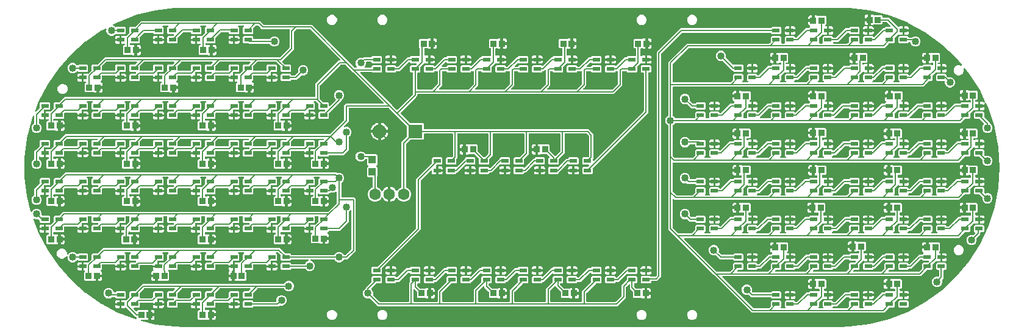
<source format=gbr>
G04 EAGLE Gerber RS-274X export*
G75*
%MOMM*%
%FSLAX34Y34*%
%LPD*%
%INTop Copper*%
%IPPOS*%
%AMOC8*
5,1,8,0,0,1.08239X$1,22.5*%
G01*
%ADD10C,1.600000*%
%ADD11R,1.000000X0.600000*%
%ADD12R,1.000000X1.100000*%
%ADD13R,0.850000X0.900000*%
%ADD14C,1.930400*%
%ADD15R,1.930400X1.930400*%
%ADD16C,0.203200*%
%ADD17C,1.016000*%

G36*
X1103387Y3045D02*
X1103387Y3045D01*
X1103475Y3048D01*
X1103478Y3049D01*
X1105000Y3049D01*
X1105017Y3051D01*
X1105032Y3049D01*
X1118905Y3485D01*
X1118958Y3494D01*
X1119000Y3493D01*
X1146527Y6970D01*
X1146597Y6989D01*
X1146652Y6994D01*
X1173525Y13894D01*
X1173593Y13922D01*
X1173647Y13933D01*
X1199444Y24147D01*
X1199507Y24183D01*
X1199559Y24201D01*
X1223873Y37568D01*
X1223931Y37612D01*
X1223980Y37636D01*
X1246427Y53945D01*
X1246479Y53995D01*
X1246525Y54026D01*
X1266750Y73019D01*
X1266796Y73076D01*
X1266838Y73112D01*
X1284523Y94490D01*
X1284561Y94552D01*
X1284598Y94593D01*
X1299465Y118019D01*
X1299495Y118086D01*
X1299526Y118131D01*
X1311340Y143236D01*
X1311361Y143306D01*
X1311387Y143354D01*
X1319960Y169742D01*
X1319973Y169814D01*
X1319992Y169865D01*
X1325191Y197119D01*
X1325195Y197192D01*
X1325207Y197246D01*
X1326949Y224936D01*
X1326944Y225009D01*
X1326949Y225064D01*
X1325207Y252754D01*
X1325192Y252826D01*
X1325191Y252881D01*
X1319992Y280135D01*
X1319969Y280204D01*
X1319960Y280258D01*
X1311387Y306646D01*
X1311355Y306711D01*
X1311340Y306764D01*
X1307975Y313916D01*
X1307941Y313968D01*
X1307915Y314024D01*
X1307863Y314086D01*
X1307819Y314153D01*
X1307772Y314194D01*
X1307731Y314241D01*
X1307664Y314286D01*
X1307603Y314339D01*
X1307547Y314364D01*
X1307495Y314399D01*
X1307418Y314423D01*
X1307344Y314457D01*
X1307283Y314466D01*
X1307224Y314485D01*
X1307143Y314487D01*
X1307063Y314498D01*
X1307002Y314490D01*
X1306940Y314492D01*
X1306861Y314471D01*
X1306782Y314461D01*
X1306725Y314436D01*
X1306665Y314420D01*
X1306595Y314379D01*
X1306521Y314346D01*
X1306474Y314307D01*
X1306420Y314275D01*
X1306365Y314216D01*
X1306303Y314164D01*
X1306268Y314113D01*
X1306226Y314067D01*
X1306189Y313996D01*
X1306144Y313929D01*
X1306124Y313870D01*
X1306096Y313814D01*
X1306085Y313748D01*
X1306056Y313658D01*
X1306053Y313553D01*
X1306041Y313483D01*
X1306041Y311749D01*
X1299999Y311749D01*
X1299999Y315791D01*
X1303834Y315791D01*
X1304481Y315618D01*
X1305060Y315283D01*
X1305236Y315107D01*
X1305324Y315041D01*
X1305407Y314969D01*
X1305437Y314956D01*
X1305463Y314936D01*
X1305566Y314897D01*
X1305666Y314851D01*
X1305698Y314846D01*
X1305729Y314835D01*
X1305838Y314826D01*
X1305947Y314809D01*
X1305979Y314814D01*
X1306012Y314811D01*
X1306120Y314833D01*
X1306229Y314847D01*
X1306259Y314861D01*
X1306291Y314867D01*
X1306389Y314918D01*
X1306489Y314962D01*
X1306514Y314983D01*
X1306543Y314998D01*
X1306623Y315074D01*
X1306707Y315144D01*
X1306726Y315171D01*
X1306750Y315194D01*
X1306805Y315288D01*
X1306866Y315379D01*
X1306877Y315411D01*
X1306893Y315439D01*
X1306920Y315545D01*
X1306954Y315650D01*
X1306955Y315683D01*
X1306963Y315715D01*
X1306960Y315824D01*
X1306964Y315934D01*
X1306956Y315962D01*
X1306954Y315999D01*
X1306885Y316212D01*
X1306873Y316257D01*
X1299526Y331869D01*
X1299486Y331930D01*
X1299465Y331981D01*
X1284598Y355407D01*
X1284551Y355463D01*
X1284523Y355510D01*
X1278711Y362536D01*
X1278612Y362626D01*
X1278515Y362717D01*
X1278507Y362721D01*
X1278501Y362727D01*
X1278381Y362787D01*
X1278263Y362848D01*
X1278254Y362849D01*
X1278246Y362853D01*
X1278114Y362877D01*
X1277984Y362903D01*
X1277975Y362902D01*
X1277966Y362903D01*
X1277833Y362890D01*
X1277701Y362878D01*
X1277692Y362875D01*
X1277683Y362874D01*
X1277560Y362824D01*
X1277435Y362776D01*
X1277428Y362771D01*
X1277420Y362767D01*
X1277315Y362685D01*
X1277209Y362604D01*
X1277203Y362597D01*
X1277196Y362592D01*
X1277118Y362483D01*
X1277038Y362377D01*
X1277035Y362368D01*
X1277030Y362361D01*
X1276985Y362235D01*
X1276938Y362111D01*
X1276937Y362102D01*
X1276934Y362093D01*
X1276926Y361960D01*
X1276915Y361827D01*
X1276917Y361819D01*
X1276917Y361810D01*
X1276978Y361532D01*
X1276987Y361517D01*
X1276991Y361500D01*
X1277033Y361399D01*
X1277033Y358601D01*
X1275962Y356016D01*
X1273984Y354038D01*
X1271399Y352967D01*
X1268601Y352967D01*
X1266016Y354038D01*
X1264038Y356016D01*
X1262967Y358601D01*
X1262967Y361399D01*
X1264038Y363984D01*
X1266016Y365962D01*
X1268601Y367033D01*
X1271399Y367033D01*
X1273087Y366333D01*
X1273124Y366324D01*
X1273159Y366307D01*
X1273262Y366288D01*
X1273363Y366262D01*
X1273401Y366263D01*
X1273439Y366257D01*
X1273543Y366268D01*
X1273647Y366271D01*
X1273683Y366282D01*
X1273721Y366286D01*
X1273818Y366325D01*
X1273918Y366357D01*
X1273949Y366378D01*
X1273985Y366393D01*
X1274067Y366457D01*
X1274154Y366515D01*
X1274178Y366545D01*
X1274208Y366568D01*
X1274270Y366653D01*
X1274337Y366733D01*
X1274352Y366768D01*
X1274375Y366799D01*
X1274410Y366897D01*
X1274452Y366993D01*
X1274457Y367031D01*
X1274470Y367067D01*
X1274477Y367171D01*
X1274491Y367274D01*
X1274486Y367312D01*
X1274488Y367350D01*
X1274465Y367452D01*
X1274450Y367556D01*
X1274435Y367591D01*
X1274426Y367628D01*
X1274387Y367695D01*
X1274333Y367815D01*
X1274286Y367871D01*
X1274258Y367918D01*
X1266838Y376888D01*
X1266784Y376937D01*
X1266750Y376981D01*
X1246525Y395974D01*
X1246465Y396016D01*
X1246427Y396055D01*
X1223980Y412364D01*
X1223916Y412398D01*
X1223873Y412432D01*
X1199559Y425799D01*
X1199491Y425824D01*
X1199444Y425853D01*
X1173647Y436067D01*
X1173576Y436084D01*
X1173525Y436106D01*
X1146652Y443006D01*
X1146609Y443011D01*
X1146567Y443024D01*
X1146544Y443025D01*
X1146527Y443030D01*
X1119000Y446507D01*
X1118946Y446506D01*
X1118905Y446515D01*
X1105032Y446951D01*
X1105014Y446949D01*
X1105000Y446951D01*
X1103414Y446951D01*
X1103378Y446954D01*
X1103301Y446967D01*
X195000Y446967D01*
X194983Y446965D01*
X194969Y446967D01*
X181629Y446564D01*
X181578Y446555D01*
X181537Y446557D01*
X155050Y443341D01*
X154982Y443323D01*
X154929Y443319D01*
X129023Y436933D01*
X128958Y436907D01*
X128906Y436897D01*
X103958Y427435D01*
X103897Y427402D01*
X103847Y427385D01*
X96432Y423494D01*
X96330Y423420D01*
X96226Y423351D01*
X96215Y423338D01*
X96202Y423328D01*
X96124Y423229D01*
X96043Y423133D01*
X96036Y423117D01*
X96026Y423104D01*
X95979Y422988D01*
X95928Y422873D01*
X95925Y422856D01*
X95919Y422841D01*
X95906Y422716D01*
X95889Y422592D01*
X95891Y422575D01*
X95889Y422558D01*
X95912Y422434D01*
X95930Y422310D01*
X95936Y422295D01*
X95939Y422278D01*
X95995Y422165D01*
X96047Y422051D01*
X96058Y422038D01*
X96065Y422023D01*
X96150Y421930D01*
X96231Y421835D01*
X96244Y421827D01*
X96257Y421813D01*
X96499Y421664D01*
X96508Y421661D01*
X96516Y421657D01*
X98029Y421030D01*
X98999Y420060D01*
X99046Y420025D01*
X99086Y419982D01*
X99159Y419940D01*
X99226Y419889D01*
X99281Y419868D01*
X99332Y419838D01*
X99413Y419818D01*
X99492Y419788D01*
X99550Y419783D01*
X99607Y419768D01*
X99691Y419771D01*
X99775Y419764D01*
X99833Y419775D01*
X99891Y419777D01*
X99971Y419803D01*
X100054Y419820D01*
X100106Y419847D01*
X100162Y419865D01*
X100218Y419905D01*
X100306Y419951D01*
X100379Y420020D01*
X100435Y420060D01*
X100658Y420283D01*
X112342Y420283D01*
X113533Y419092D01*
X113533Y411408D01*
X112342Y410217D01*
X100649Y410217D01*
X100638Y410225D01*
X100598Y410268D01*
X100525Y410310D01*
X100458Y410361D01*
X100403Y410382D01*
X100353Y410412D01*
X100271Y410432D01*
X100192Y410462D01*
X100134Y410467D01*
X100077Y410482D01*
X99993Y410479D01*
X99909Y410486D01*
X99851Y410474D01*
X99793Y410473D01*
X99713Y410447D01*
X99630Y410430D01*
X99578Y410403D01*
X99523Y410385D01*
X99466Y410345D01*
X99378Y410299D01*
X99305Y410230D01*
X99249Y410190D01*
X98029Y408970D01*
X95415Y407887D01*
X92585Y407887D01*
X89971Y408970D01*
X87970Y410971D01*
X86887Y413585D01*
X86887Y416415D01*
X86909Y416468D01*
X86928Y416541D01*
X86957Y416611D01*
X86964Y416678D01*
X86980Y416744D01*
X86978Y416819D01*
X86986Y416894D01*
X86974Y416960D01*
X86972Y417028D01*
X86949Y417099D01*
X86936Y417174D01*
X86906Y417234D01*
X86886Y417298D01*
X86844Y417361D01*
X86810Y417429D01*
X86765Y417479D01*
X86727Y417535D01*
X86670Y417583D01*
X86619Y417639D01*
X86562Y417674D01*
X86510Y417718D01*
X86441Y417748D01*
X86377Y417788D01*
X86312Y417806D01*
X86250Y417833D01*
X86176Y417843D01*
X86103Y417864D01*
X86035Y417863D01*
X85969Y417872D01*
X85894Y417861D01*
X85819Y417861D01*
X85764Y417843D01*
X85687Y417831D01*
X85573Y417780D01*
X85500Y417756D01*
X80221Y414986D01*
X80164Y414945D01*
X80116Y414922D01*
X58158Y399765D01*
X58107Y399718D01*
X58061Y399690D01*
X38090Y381997D01*
X38045Y381943D01*
X38003Y381910D01*
X20310Y361939D01*
X20272Y361880D01*
X20235Y361842D01*
X5078Y339884D01*
X5047Y339821D01*
X5014Y339779D01*
X-7385Y316153D01*
X-7409Y316087D01*
X-7435Y316042D01*
X-12122Y303685D01*
X-12137Y303616D01*
X-12162Y303550D01*
X-12168Y303478D01*
X-12184Y303408D01*
X-12180Y303337D01*
X-12186Y303267D01*
X-12172Y303196D01*
X-12167Y303124D01*
X-12144Y303057D01*
X-12130Y302988D01*
X-12097Y302924D01*
X-12073Y302856D01*
X-12032Y302798D01*
X-11999Y302736D01*
X-11949Y302683D01*
X-11907Y302625D01*
X-11852Y302581D01*
X-11803Y302530D01*
X-11741Y302493D01*
X-11684Y302448D01*
X-11619Y302422D01*
X-11558Y302386D01*
X-11488Y302368D01*
X-11421Y302341D01*
X-11351Y302333D01*
X-11282Y302316D01*
X-11210Y302318D01*
X-11139Y302310D01*
X-11069Y302323D01*
X-10998Y302325D01*
X-10930Y302347D01*
X-10859Y302359D01*
X-10795Y302391D01*
X-10728Y302412D01*
X-10678Y302448D01*
X-10603Y302484D01*
X-10516Y302563D01*
X-10454Y302607D01*
X-5830Y307231D01*
X-5778Y307301D01*
X-5718Y307365D01*
X-5692Y307415D01*
X-5659Y307459D01*
X-5628Y307540D01*
X-5588Y307618D01*
X-5580Y307666D01*
X-5558Y307724D01*
X-5546Y307872D01*
X-5533Y307949D01*
X-5533Y314092D01*
X-4342Y315283D01*
X7342Y315283D01*
X8533Y314092D01*
X8533Y306408D01*
X7342Y305217D01*
X1199Y305217D01*
X1113Y305205D01*
X1025Y305202D01*
X973Y305185D01*
X918Y305177D01*
X838Y305142D01*
X755Y305115D01*
X716Y305087D01*
X658Y305061D01*
X545Y304965D01*
X481Y304920D01*
X85Y304524D01*
X68Y304500D01*
X45Y304481D01*
X-17Y304387D01*
X-86Y304297D01*
X-96Y304269D01*
X-112Y304245D01*
X-146Y304137D01*
X-187Y304031D01*
X-189Y304002D01*
X-198Y303974D01*
X-201Y303861D01*
X-210Y303748D01*
X-205Y303719D01*
X-205Y303690D01*
X-177Y303580D01*
X-154Y303469D01*
X-141Y303443D01*
X-133Y303415D01*
X-76Y303317D01*
X-23Y303217D01*
X-3Y303195D01*
X1Y303189D01*
X1Y297734D01*
X9Y297676D01*
X7Y297618D01*
X29Y297536D01*
X41Y297453D01*
X64Y297399D01*
X79Y297343D01*
X122Y297270D01*
X131Y297251D01*
X100Y297205D01*
X83Y297149D01*
X56Y297097D01*
X45Y297029D01*
X15Y296934D01*
X12Y296834D01*
X1Y296766D01*
X1Y291709D01*
X-3834Y291709D01*
X-4481Y291882D01*
X-5060Y292217D01*
X-5218Y292375D01*
X-5242Y292393D01*
X-5261Y292415D01*
X-5355Y292478D01*
X-5445Y292546D01*
X-5473Y292556D01*
X-5497Y292573D01*
X-5605Y292607D01*
X-5711Y292647D01*
X-5740Y292650D01*
X-5768Y292658D01*
X-5881Y292661D01*
X-5994Y292671D01*
X-6023Y292665D01*
X-6052Y292666D01*
X-6162Y292637D01*
X-6273Y292615D01*
X-6299Y292601D01*
X-6327Y292594D01*
X-6425Y292536D01*
X-6525Y292484D01*
X-6547Y292464D01*
X-6572Y292449D01*
X-6649Y292366D01*
X-6731Y292288D01*
X-6746Y292263D01*
X-6766Y292241D01*
X-6818Y292141D01*
X-6875Y292043D01*
X-6882Y292014D01*
X-6896Y291988D01*
X-6909Y291911D01*
X-6945Y291767D01*
X-6943Y291705D01*
X-6951Y291657D01*
X-6951Y287114D01*
X-6951Y287113D01*
X-6951Y287111D01*
X-6930Y286963D01*
X-6911Y286833D01*
X-6911Y286831D01*
X-6911Y286830D01*
X-6852Y286700D01*
X-6795Y286573D01*
X-6794Y286572D01*
X-6793Y286571D01*
X-6700Y286462D01*
X-6612Y286356D01*
X-6610Y286356D01*
X-6609Y286354D01*
X-6596Y286346D01*
X-6375Y286199D01*
X-6346Y286190D01*
X-6325Y286176D01*
X-5971Y286030D01*
X-3970Y284029D01*
X-2887Y281415D01*
X-2887Y278585D01*
X-3970Y275971D01*
X-5971Y273970D01*
X-8585Y272887D01*
X-11415Y272887D01*
X-14029Y273970D01*
X-16030Y275971D01*
X-17113Y278585D01*
X-17113Y281415D01*
X-16030Y284029D01*
X-14029Y286030D01*
X-13675Y286176D01*
X-13674Y286177D01*
X-13673Y286178D01*
X-13555Y286247D01*
X-13431Y286321D01*
X-13430Y286322D01*
X-13428Y286323D01*
X-13331Y286427D01*
X-13235Y286528D01*
X-13235Y286529D01*
X-13234Y286530D01*
X-13170Y286654D01*
X-13105Y286780D01*
X-13105Y286782D01*
X-13104Y286783D01*
X-13102Y286798D01*
X-13050Y287059D01*
X-13053Y287090D01*
X-13049Y287114D01*
X-13049Y295700D01*
X-13063Y295801D01*
X-13069Y295901D01*
X-13083Y295941D01*
X-13089Y295982D01*
X-13130Y296074D01*
X-13164Y296169D01*
X-13188Y296203D01*
X-13205Y296241D01*
X-13270Y296318D01*
X-13329Y296401D01*
X-13362Y296427D01*
X-13388Y296458D01*
X-13473Y296514D01*
X-13552Y296577D01*
X-13590Y296593D01*
X-13625Y296616D01*
X-13722Y296646D01*
X-13815Y296685D01*
X-13856Y296689D01*
X-13896Y296702D01*
X-13997Y296704D01*
X-14098Y296715D01*
X-14139Y296708D01*
X-14180Y296709D01*
X-14278Y296683D01*
X-14378Y296666D01*
X-14415Y296648D01*
X-14455Y296637D01*
X-14542Y296585D01*
X-14633Y296541D01*
X-14664Y296513D01*
X-14700Y296492D01*
X-14769Y296418D01*
X-14844Y296350D01*
X-14863Y296318D01*
X-14894Y296285D01*
X-14979Y296120D01*
X-15013Y296060D01*
X-16897Y291094D01*
X-16912Y291026D01*
X-16933Y290977D01*
X-23319Y265071D01*
X-23326Y265001D01*
X-23341Y264950D01*
X-26557Y238463D01*
X-26556Y238411D01*
X-26564Y238371D01*
X-26967Y225031D01*
X-26965Y225014D01*
X-26967Y225000D01*
X-26965Y224983D01*
X-26967Y224969D01*
X-26564Y211629D01*
X-26555Y211578D01*
X-26557Y211537D01*
X-23341Y185050D01*
X-23323Y184982D01*
X-23319Y184929D01*
X-18110Y163797D01*
X-18070Y163699D01*
X-18038Y163598D01*
X-18018Y163568D01*
X-18004Y163533D01*
X-17939Y163450D01*
X-17880Y163362D01*
X-17852Y163339D01*
X-17829Y163309D01*
X-17743Y163247D01*
X-17662Y163179D01*
X-17629Y163164D01*
X-17599Y163143D01*
X-17499Y163107D01*
X-17403Y163064D01*
X-17366Y163059D01*
X-17331Y163046D01*
X-17226Y163039D01*
X-17121Y163025D01*
X-17084Y163030D01*
X-17048Y163028D01*
X-16944Y163050D01*
X-16840Y163066D01*
X-16806Y163081D01*
X-16770Y163089D01*
X-16677Y163139D01*
X-16581Y163183D01*
X-16552Y163207D01*
X-16520Y163224D01*
X-16445Y163298D01*
X-16364Y163367D01*
X-16347Y163395D01*
X-16317Y163424D01*
X-16218Y163601D01*
X-16186Y163652D01*
X-16030Y164029D01*
X-14029Y166030D01*
X-11415Y167113D01*
X-8585Y167113D01*
X-5971Y166030D01*
X-3970Y164029D01*
X-2887Y161415D01*
X-2887Y158798D01*
X-2879Y158740D01*
X-2881Y158682D01*
X-2859Y158600D01*
X-2847Y158516D01*
X-2824Y158463D01*
X-2809Y158407D01*
X-2766Y158334D01*
X-2731Y158257D01*
X-2693Y158212D01*
X-2664Y158162D01*
X-2602Y158104D01*
X-2548Y158040D01*
X-2499Y158008D01*
X-2456Y157968D01*
X-2381Y157929D01*
X-2311Y157882D01*
X-2255Y157865D01*
X-2203Y157838D01*
X-2135Y157827D01*
X-2040Y157797D01*
X-1940Y157794D01*
X-1872Y157783D01*
X7342Y157783D01*
X8533Y156592D01*
X8533Y148908D01*
X7342Y147717D01*
X-4342Y147717D01*
X-5533Y148908D01*
X-5533Y150801D01*
X-5545Y150887D01*
X-5548Y150975D01*
X-5565Y151027D01*
X-5573Y151082D01*
X-5608Y151162D01*
X-5635Y151245D01*
X-5663Y151284D01*
X-5689Y151342D01*
X-5785Y151455D01*
X-5830Y151519D01*
X-7125Y152814D01*
X-7126Y152815D01*
X-7127Y152816D01*
X-7238Y152898D01*
X-7352Y152985D01*
X-7354Y152985D01*
X-7355Y152986D01*
X-7485Y153035D01*
X-7618Y153086D01*
X-7620Y153086D01*
X-7621Y153086D01*
X-7760Y153098D01*
X-7901Y153109D01*
X-7903Y153109D01*
X-7904Y153109D01*
X-7919Y153106D01*
X-8180Y153053D01*
X-8207Y153039D01*
X-8232Y153034D01*
X-8585Y152887D01*
X-11415Y152887D01*
X-13039Y153560D01*
X-13053Y153564D01*
X-13065Y153570D01*
X-13190Y153599D01*
X-13315Y153631D01*
X-13328Y153631D01*
X-13342Y153634D01*
X-13470Y153627D01*
X-13599Y153623D01*
X-13612Y153619D01*
X-13626Y153618D01*
X-13747Y153576D01*
X-13870Y153536D01*
X-13881Y153529D01*
X-13894Y153524D01*
X-13999Y153450D01*
X-14106Y153378D01*
X-14115Y153367D01*
X-14126Y153359D01*
X-14206Y153259D01*
X-14289Y153160D01*
X-14294Y153148D01*
X-14303Y153137D01*
X-14352Y153018D01*
X-14404Y152901D01*
X-14406Y152887D01*
X-14411Y152874D01*
X-14425Y152746D01*
X-14443Y152619D01*
X-14441Y152605D01*
X-14443Y152591D01*
X-14430Y152526D01*
X-14402Y152338D01*
X-14384Y152297D01*
X-14377Y152262D01*
X-7435Y133958D01*
X-7402Y133897D01*
X-7385Y133847D01*
X5014Y110221D01*
X5055Y110164D01*
X5078Y110116D01*
X20235Y88158D01*
X20260Y88131D01*
X20279Y88099D01*
X20299Y88080D01*
X20310Y88062D01*
X38003Y68090D01*
X38057Y68045D01*
X38090Y68003D01*
X58061Y50310D01*
X58120Y50272D01*
X58158Y50235D01*
X80116Y35078D01*
X80179Y35047D01*
X80221Y35014D01*
X103847Y22615D01*
X103913Y22591D01*
X103958Y22565D01*
X127542Y13621D01*
X127639Y13599D01*
X127734Y13569D01*
X127777Y13567D01*
X127819Y13558D01*
X127919Y13564D01*
X128018Y13561D01*
X128060Y13572D01*
X128103Y13575D01*
X128197Y13608D01*
X128293Y13633D01*
X128330Y13655D01*
X128371Y13669D01*
X128452Y13728D01*
X128538Y13778D01*
X128567Y13810D01*
X128602Y13835D01*
X128664Y13913D01*
X128732Y13986D01*
X128752Y14024D01*
X128779Y14058D01*
X128816Y14150D01*
X128862Y14239D01*
X128868Y14276D01*
X128886Y14321D01*
X128906Y14500D01*
X128917Y14570D01*
X128917Y15936D01*
X128909Y15994D01*
X128911Y16052D01*
X128889Y16134D01*
X128877Y16218D01*
X128854Y16271D01*
X128839Y16327D01*
X128796Y16400D01*
X128761Y16477D01*
X128723Y16522D01*
X128694Y16572D01*
X128632Y16630D01*
X128578Y16694D01*
X128529Y16726D01*
X128486Y16766D01*
X128411Y16805D01*
X128341Y16852D01*
X128285Y16869D01*
X128233Y16896D01*
X128165Y16907D01*
X128070Y16937D01*
X127970Y16940D01*
X127902Y16951D01*
X127177Y16951D01*
X114453Y29675D01*
X114407Y29710D01*
X114366Y29752D01*
X114293Y29795D01*
X114226Y29845D01*
X114172Y29866D01*
X114121Y29896D01*
X114039Y29917D01*
X113961Y29947D01*
X113902Y29952D01*
X113845Y29966D01*
X113761Y29963D01*
X113677Y29970D01*
X113620Y29959D01*
X113561Y29957D01*
X113481Y29931D01*
X113399Y29914D01*
X113347Y29887D01*
X113291Y29869D01*
X113234Y29829D01*
X113146Y29783D01*
X113101Y29741D01*
X112481Y29382D01*
X111834Y29209D01*
X107999Y29209D01*
X107999Y34266D01*
X107991Y34324D01*
X107993Y34382D01*
X107971Y34464D01*
X107959Y34547D01*
X107936Y34601D01*
X107921Y34657D01*
X107878Y34730D01*
X107869Y34749D01*
X107900Y34795D01*
X107917Y34851D01*
X107944Y34903D01*
X107955Y34971D01*
X107985Y35066D01*
X107988Y35166D01*
X107999Y35234D01*
X107999Y40291D01*
X111834Y40291D01*
X112481Y40118D01*
X112805Y39930D01*
X112868Y39905D01*
X112927Y39871D01*
X112999Y39852D01*
X113068Y39824D01*
X113136Y39817D01*
X113202Y39800D01*
X113277Y39803D01*
X113351Y39795D01*
X113418Y39807D01*
X113486Y39809D01*
X113557Y39832D01*
X113631Y39846D01*
X113692Y39876D01*
X113757Y39897D01*
X113808Y39933D01*
X113886Y39972D01*
X113970Y40049D01*
X114030Y40092D01*
X118670Y44731D01*
X118722Y44801D01*
X118782Y44865D01*
X118808Y44915D01*
X118841Y44959D01*
X118872Y45040D01*
X118912Y45118D01*
X118920Y45166D01*
X118942Y45224D01*
X118954Y45372D01*
X118967Y45449D01*
X118967Y51592D01*
X120158Y52783D01*
X126301Y52783D01*
X126387Y52795D01*
X126475Y52798D01*
X126527Y52815D01*
X126582Y52823D01*
X126662Y52858D01*
X126745Y52885D01*
X126784Y52913D01*
X126842Y52939D01*
X126955Y53035D01*
X127019Y53080D01*
X136987Y63049D01*
X332886Y63049D01*
X332887Y63049D01*
X332889Y63049D01*
X333030Y63069D01*
X333167Y63089D01*
X333169Y63089D01*
X333170Y63089D01*
X333300Y63148D01*
X333427Y63205D01*
X333428Y63206D01*
X333429Y63207D01*
X333538Y63300D01*
X333644Y63388D01*
X333644Y63390D01*
X333646Y63391D01*
X333654Y63404D01*
X333801Y63625D01*
X333810Y63654D01*
X333824Y63675D01*
X333970Y64029D01*
X335971Y66030D01*
X338585Y67113D01*
X341415Y67113D01*
X344029Y66030D01*
X346030Y64029D01*
X347113Y61415D01*
X347113Y58585D01*
X346030Y55971D01*
X344029Y53970D01*
X341415Y52887D01*
X338585Y52887D01*
X335971Y53970D01*
X333970Y55971D01*
X333824Y56325D01*
X333823Y56326D01*
X333822Y56327D01*
X333754Y56442D01*
X333679Y56569D01*
X333678Y56570D01*
X333677Y56572D01*
X333574Y56669D01*
X333472Y56765D01*
X333471Y56765D01*
X333470Y56766D01*
X333344Y56831D01*
X333220Y56895D01*
X333218Y56895D01*
X333217Y56896D01*
X333202Y56898D01*
X332941Y56950D01*
X332910Y56947D01*
X332886Y56951D01*
X297433Y56951D01*
X297347Y56939D01*
X297259Y56936D01*
X297207Y56919D01*
X297152Y56911D01*
X297072Y56876D01*
X296989Y56849D01*
X296950Y56821D01*
X296892Y56795D01*
X296779Y56699D01*
X296715Y56654D01*
X290830Y50769D01*
X290778Y50699D01*
X290718Y50635D01*
X290692Y50585D01*
X290659Y50541D01*
X290628Y50460D01*
X290588Y50382D01*
X290580Y50334D01*
X290558Y50276D01*
X290546Y50128D01*
X290533Y50051D01*
X290533Y43908D01*
X289342Y42717D01*
X277658Y42717D01*
X276467Y43908D01*
X276467Y51592D01*
X277658Y52783D01*
X283801Y52783D01*
X283887Y52795D01*
X283975Y52798D01*
X284027Y52815D01*
X284082Y52823D01*
X284162Y52858D01*
X284245Y52885D01*
X284284Y52913D01*
X284342Y52939D01*
X284455Y53035D01*
X284519Y53080D01*
X286657Y55218D01*
X286674Y55242D01*
X286697Y55261D01*
X286759Y55355D01*
X286827Y55445D01*
X286838Y55473D01*
X286854Y55497D01*
X286888Y55605D01*
X286929Y55711D01*
X286931Y55740D01*
X286940Y55768D01*
X286943Y55882D01*
X286952Y55994D01*
X286947Y56023D01*
X286947Y56052D01*
X286919Y56162D01*
X286896Y56273D01*
X286883Y56299D01*
X286875Y56327D01*
X286818Y56425D01*
X286765Y56525D01*
X286745Y56547D01*
X286730Y56572D01*
X286648Y56649D01*
X286570Y56731D01*
X286544Y56746D01*
X286523Y56766D01*
X286422Y56818D01*
X286324Y56875D01*
X286296Y56882D01*
X286270Y56896D01*
X286192Y56909D01*
X286049Y56945D01*
X285986Y56943D01*
X285939Y56951D01*
X244933Y56951D01*
X244847Y56939D01*
X244759Y56936D01*
X244707Y56919D01*
X244652Y56911D01*
X244572Y56876D01*
X244489Y56849D01*
X244450Y56821D01*
X244392Y56795D01*
X244279Y56699D01*
X244215Y56654D01*
X238330Y50769D01*
X238278Y50699D01*
X238218Y50635D01*
X238192Y50585D01*
X238159Y50541D01*
X238128Y50460D01*
X238088Y50382D01*
X238080Y50334D01*
X238058Y50276D01*
X238046Y50128D01*
X238033Y50051D01*
X238033Y44064D01*
X238041Y44006D01*
X238039Y43948D01*
X238061Y43866D01*
X238073Y43782D01*
X238096Y43729D01*
X238111Y43673D01*
X238154Y43600D01*
X238189Y43523D01*
X238227Y43478D01*
X238256Y43428D01*
X238318Y43370D01*
X238372Y43306D01*
X238421Y43274D01*
X238464Y43234D01*
X238539Y43195D01*
X238609Y43148D01*
X238665Y43131D01*
X238717Y43104D01*
X238785Y43093D01*
X238880Y43063D01*
X238980Y43060D01*
X239048Y43049D01*
X254567Y43049D01*
X254653Y43061D01*
X254741Y43064D01*
X254793Y43081D01*
X254848Y43089D01*
X254928Y43124D01*
X255011Y43151D01*
X255050Y43179D01*
X255108Y43205D01*
X255221Y43301D01*
X255285Y43346D01*
X256670Y44731D01*
X256722Y44801D01*
X256782Y44865D01*
X256808Y44915D01*
X256841Y44959D01*
X256872Y45040D01*
X256912Y45118D01*
X256920Y45166D01*
X256942Y45224D01*
X256954Y45372D01*
X256967Y45449D01*
X256967Y51592D01*
X258158Y52783D01*
X269842Y52783D01*
X271033Y51592D01*
X271033Y43908D01*
X269842Y42717D01*
X263699Y42717D01*
X263613Y42705D01*
X263525Y42702D01*
X263473Y42685D01*
X263418Y42677D01*
X263338Y42642D01*
X263255Y42615D01*
X263216Y42587D01*
X263158Y42561D01*
X263045Y42465D01*
X262981Y42420D01*
X262585Y42024D01*
X262568Y42000D01*
X262545Y41981D01*
X262483Y41887D01*
X262415Y41797D01*
X262404Y41769D01*
X262388Y41745D01*
X262354Y41637D01*
X262313Y41531D01*
X262311Y41502D01*
X262302Y41474D01*
X262299Y41361D01*
X262290Y41248D01*
X262295Y41219D01*
X262295Y41190D01*
X262323Y41080D01*
X262346Y40969D01*
X262359Y40943D01*
X262367Y40915D01*
X262424Y40817D01*
X262477Y40717D01*
X262497Y40695D01*
X262501Y40689D01*
X262501Y36249D01*
X256405Y36249D01*
X256396Y36271D01*
X256381Y36327D01*
X256338Y36400D01*
X256303Y36477D01*
X256265Y36522D01*
X256236Y36572D01*
X256174Y36630D01*
X256120Y36694D01*
X256071Y36726D01*
X256028Y36766D01*
X255953Y36805D01*
X255883Y36852D01*
X255827Y36869D01*
X255775Y36896D01*
X255707Y36907D01*
X255612Y36937D01*
X255512Y36940D01*
X255444Y36951D01*
X239048Y36951D01*
X238990Y36943D01*
X238932Y36945D01*
X238850Y36923D01*
X238766Y36911D01*
X238713Y36888D01*
X238657Y36873D01*
X238584Y36830D01*
X238507Y36795D01*
X238462Y36757D01*
X238412Y36728D01*
X238354Y36666D01*
X238290Y36612D01*
X238258Y36563D01*
X238218Y36520D01*
X238179Y36445D01*
X238132Y36375D01*
X238115Y36319D01*
X238088Y36267D01*
X238077Y36199D01*
X238047Y36104D01*
X238044Y36004D01*
X238033Y35936D01*
X238033Y30908D01*
X236842Y29717D01*
X225158Y29717D01*
X224982Y29893D01*
X224958Y29911D01*
X224939Y29933D01*
X224845Y29996D01*
X224755Y30064D01*
X224727Y30075D01*
X224703Y30091D01*
X224595Y30125D01*
X224489Y30166D01*
X224460Y30168D01*
X224432Y30177D01*
X224319Y30180D01*
X224206Y30189D01*
X224177Y30183D01*
X224148Y30184D01*
X224038Y30156D01*
X223927Y30133D01*
X223901Y30120D01*
X223873Y30112D01*
X223775Y30055D01*
X223675Y30002D01*
X223653Y29982D01*
X223628Y29967D01*
X223551Y29884D01*
X223469Y29806D01*
X223454Y29781D01*
X223434Y29760D01*
X223382Y29659D01*
X223325Y29561D01*
X223318Y29533D01*
X223304Y29507D01*
X223291Y29429D01*
X223255Y29286D01*
X223257Y29223D01*
X223249Y29176D01*
X223249Y27548D01*
X223257Y27490D01*
X223255Y27432D01*
X223277Y27350D01*
X223289Y27266D01*
X223312Y27213D01*
X223327Y27157D01*
X223370Y27084D01*
X223405Y27007D01*
X223443Y26962D01*
X223472Y26912D01*
X223534Y26854D01*
X223588Y26790D01*
X223637Y26758D01*
X223680Y26718D01*
X223755Y26679D01*
X223825Y26632D01*
X223881Y26615D01*
X223933Y26588D01*
X224001Y26577D01*
X224096Y26547D01*
X224196Y26544D01*
X224264Y26533D01*
X225713Y26533D01*
X225730Y26535D01*
X225764Y26532D01*
X225835Y26546D01*
X225907Y26550D01*
X225954Y26567D01*
X225994Y26573D01*
X226008Y26579D01*
X226043Y26586D01*
X226151Y26640D01*
X226222Y26667D01*
X226569Y26868D01*
X227216Y27041D01*
X229769Y27041D01*
X229769Y21016D01*
X229777Y20958D01*
X229775Y20900D01*
X229797Y20818D01*
X229809Y20735D01*
X229833Y20681D01*
X229847Y20625D01*
X229890Y20552D01*
X229925Y20475D01*
X229963Y20431D01*
X229993Y20380D01*
X230054Y20323D01*
X230109Y20258D01*
X230157Y20226D01*
X230200Y20186D01*
X230275Y20147D01*
X230345Y20101D01*
X230401Y20083D01*
X230453Y20056D01*
X230521Y20045D01*
X230616Y20015D01*
X230716Y20012D01*
X230784Y20001D01*
X231801Y20001D01*
X231801Y19999D01*
X230784Y19999D01*
X230726Y19991D01*
X230668Y19992D01*
X230586Y19971D01*
X230503Y19959D01*
X230449Y19935D01*
X230393Y19921D01*
X230320Y19878D01*
X230243Y19843D01*
X230198Y19805D01*
X230148Y19775D01*
X230090Y19714D01*
X230026Y19659D01*
X229994Y19611D01*
X229954Y19568D01*
X229915Y19493D01*
X229869Y19423D01*
X229851Y19367D01*
X229824Y19315D01*
X229813Y19247D01*
X229783Y19152D01*
X229780Y19052D01*
X229769Y18984D01*
X229769Y12959D01*
X227216Y12959D01*
X226569Y13132D01*
X226222Y13333D01*
X226154Y13360D01*
X226092Y13396D01*
X226057Y13405D01*
X226044Y13412D01*
X226014Y13417D01*
X225958Y13439D01*
X225886Y13447D01*
X225815Y13464D01*
X225748Y13461D01*
X225713Y13467D01*
X225686Y13467D01*
X225675Y13468D01*
X225670Y13467D01*
X215108Y13467D01*
X213917Y14658D01*
X213917Y25342D01*
X215108Y26533D01*
X216136Y26533D01*
X216194Y26541D01*
X216252Y26539D01*
X216334Y26561D01*
X216418Y26573D01*
X216471Y26596D01*
X216527Y26611D01*
X216600Y26654D01*
X216677Y26689D01*
X216722Y26727D01*
X216772Y26756D01*
X216830Y26818D01*
X216894Y26872D01*
X216926Y26921D01*
X216966Y26964D01*
X217005Y27039D01*
X217052Y27109D01*
X217069Y27165D01*
X217096Y27217D01*
X217107Y27285D01*
X217137Y27380D01*
X217140Y27480D01*
X217151Y27548D01*
X217151Y28194D01*
X217143Y28252D01*
X217145Y28310D01*
X217123Y28392D01*
X217111Y28476D01*
X217088Y28529D01*
X217073Y28585D01*
X217030Y28658D01*
X216995Y28735D01*
X216957Y28780D01*
X216928Y28830D01*
X216866Y28888D01*
X216812Y28952D01*
X216763Y28984D01*
X216720Y29024D01*
X216645Y29063D01*
X216575Y29110D01*
X216519Y29127D01*
X216467Y29154D01*
X216399Y29165D01*
X216304Y29195D01*
X216204Y29198D01*
X216136Y29209D01*
X212999Y29209D01*
X212999Y34266D01*
X212991Y34324D01*
X212993Y34382D01*
X212971Y34464D01*
X212959Y34547D01*
X212936Y34601D01*
X212921Y34657D01*
X212878Y34730D01*
X212869Y34749D01*
X212900Y34795D01*
X212917Y34851D01*
X212944Y34903D01*
X212955Y34971D01*
X212985Y35066D01*
X212988Y35166D01*
X212999Y35234D01*
X212999Y40291D01*
X216834Y40291D01*
X217481Y40118D01*
X217805Y39930D01*
X217868Y39905D01*
X217927Y39871D01*
X217999Y39852D01*
X218068Y39824D01*
X218136Y39817D01*
X218202Y39800D01*
X218277Y39803D01*
X218351Y39795D01*
X218418Y39807D01*
X218486Y39809D01*
X218557Y39832D01*
X218631Y39846D01*
X218692Y39876D01*
X218757Y39897D01*
X218808Y39933D01*
X218886Y39972D01*
X218970Y40049D01*
X219030Y40092D01*
X223670Y44731D01*
X223722Y44801D01*
X223782Y44865D01*
X223808Y44915D01*
X223841Y44959D01*
X223872Y45040D01*
X223912Y45118D01*
X223920Y45166D01*
X223942Y45224D01*
X223954Y45372D01*
X223967Y45449D01*
X223967Y51592D01*
X225158Y52783D01*
X231301Y52783D01*
X231387Y52795D01*
X231475Y52798D01*
X231527Y52815D01*
X231582Y52823D01*
X231662Y52858D01*
X231745Y52885D01*
X231784Y52913D01*
X231842Y52939D01*
X231955Y53035D01*
X232019Y53080D01*
X234157Y55218D01*
X234174Y55242D01*
X234197Y55261D01*
X234259Y55355D01*
X234327Y55445D01*
X234338Y55473D01*
X234354Y55497D01*
X234388Y55605D01*
X234429Y55711D01*
X234431Y55740D01*
X234440Y55768D01*
X234443Y55882D01*
X234452Y55994D01*
X234447Y56023D01*
X234447Y56052D01*
X234419Y56162D01*
X234396Y56273D01*
X234383Y56299D01*
X234375Y56327D01*
X234318Y56425D01*
X234265Y56525D01*
X234245Y56547D01*
X234230Y56572D01*
X234148Y56649D01*
X234070Y56731D01*
X234044Y56746D01*
X234023Y56766D01*
X233922Y56818D01*
X233824Y56875D01*
X233796Y56882D01*
X233770Y56896D01*
X233692Y56909D01*
X233549Y56945D01*
X233486Y56943D01*
X233439Y56951D01*
X192433Y56951D01*
X192347Y56939D01*
X192259Y56936D01*
X192207Y56919D01*
X192152Y56911D01*
X192072Y56876D01*
X191989Y56849D01*
X191950Y56821D01*
X191892Y56795D01*
X191779Y56699D01*
X191715Y56654D01*
X185830Y50769D01*
X185778Y50699D01*
X185718Y50635D01*
X185692Y50586D01*
X185659Y50541D01*
X185628Y50460D01*
X185588Y50382D01*
X185580Y50334D01*
X185558Y50276D01*
X185546Y50128D01*
X185533Y50051D01*
X185533Y44064D01*
X185541Y44006D01*
X185539Y43948D01*
X185561Y43866D01*
X185573Y43782D01*
X185596Y43729D01*
X185611Y43673D01*
X185654Y43600D01*
X185689Y43523D01*
X185727Y43478D01*
X185756Y43428D01*
X185818Y43370D01*
X185872Y43306D01*
X185921Y43274D01*
X185964Y43234D01*
X186039Y43195D01*
X186109Y43148D01*
X186165Y43131D01*
X186217Y43104D01*
X186285Y43093D01*
X186380Y43063D01*
X186480Y43060D01*
X186548Y43049D01*
X202067Y43049D01*
X202153Y43061D01*
X202241Y43064D01*
X202293Y43081D01*
X202348Y43089D01*
X202428Y43124D01*
X202511Y43151D01*
X202550Y43179D01*
X202608Y43205D01*
X202721Y43301D01*
X202785Y43346D01*
X204170Y44731D01*
X204222Y44801D01*
X204282Y44865D01*
X204308Y44915D01*
X204341Y44959D01*
X204372Y45040D01*
X204412Y45118D01*
X204420Y45166D01*
X204442Y45224D01*
X204454Y45372D01*
X204467Y45449D01*
X204467Y51592D01*
X205658Y52783D01*
X217342Y52783D01*
X218533Y51592D01*
X218533Y43908D01*
X217342Y42717D01*
X211199Y42717D01*
X211113Y42705D01*
X211025Y42702D01*
X210973Y42685D01*
X210918Y42677D01*
X210838Y42642D01*
X210755Y42615D01*
X210716Y42587D01*
X210658Y42561D01*
X210545Y42465D01*
X210481Y42420D01*
X210085Y42024D01*
X210068Y42000D01*
X210045Y41981D01*
X209983Y41887D01*
X209915Y41797D01*
X209904Y41769D01*
X209888Y41745D01*
X209854Y41637D01*
X209813Y41531D01*
X209811Y41502D01*
X209802Y41474D01*
X209799Y41361D01*
X209790Y41248D01*
X209795Y41219D01*
X209795Y41190D01*
X209823Y41080D01*
X209846Y40969D01*
X209859Y40943D01*
X209867Y40915D01*
X209924Y40817D01*
X209977Y40717D01*
X209997Y40695D01*
X210001Y40689D01*
X210001Y36249D01*
X203905Y36249D01*
X203896Y36271D01*
X203881Y36327D01*
X203838Y36400D01*
X203803Y36477D01*
X203765Y36522D01*
X203736Y36572D01*
X203674Y36630D01*
X203620Y36694D01*
X203571Y36726D01*
X203528Y36766D01*
X203453Y36805D01*
X203383Y36852D01*
X203327Y36869D01*
X203275Y36896D01*
X203207Y36907D01*
X203112Y36937D01*
X203012Y36940D01*
X202944Y36951D01*
X186548Y36951D01*
X186490Y36943D01*
X186432Y36945D01*
X186350Y36923D01*
X186266Y36911D01*
X186213Y36888D01*
X186157Y36873D01*
X186084Y36830D01*
X186007Y36795D01*
X185962Y36757D01*
X185912Y36728D01*
X185854Y36666D01*
X185790Y36612D01*
X185758Y36563D01*
X185718Y36520D01*
X185679Y36445D01*
X185632Y36375D01*
X185615Y36319D01*
X185588Y36267D01*
X185577Y36199D01*
X185547Y36104D01*
X185544Y36004D01*
X185533Y35936D01*
X185533Y30908D01*
X184342Y29717D01*
X172658Y29717D01*
X171467Y30908D01*
X171467Y38592D01*
X172658Y39783D01*
X178801Y39783D01*
X178887Y39795D01*
X178975Y39798D01*
X179027Y39815D01*
X179082Y39823D01*
X179162Y39858D01*
X179245Y39885D01*
X179285Y39913D01*
X179342Y39939D01*
X179455Y40035D01*
X179519Y40080D01*
X180403Y40965D01*
X180422Y40984D01*
X180440Y41007D01*
X180463Y41027D01*
X180525Y41121D01*
X180593Y41211D01*
X180604Y41238D01*
X180620Y41263D01*
X180654Y41371D01*
X180695Y41476D01*
X180697Y41506D01*
X180706Y41534D01*
X180709Y41647D01*
X180718Y41759D01*
X180713Y41789D01*
X180713Y41818D01*
X180685Y41927D01*
X180663Y42038D01*
X180649Y42065D01*
X180641Y42093D01*
X180584Y42190D01*
X180532Y42291D01*
X180511Y42312D01*
X180496Y42338D01*
X180414Y42415D01*
X180336Y42497D01*
X180311Y42512D01*
X180289Y42532D01*
X180188Y42584D01*
X180091Y42641D01*
X180062Y42648D01*
X180036Y42662D01*
X179958Y42675D01*
X179816Y42711D01*
X179753Y42709D01*
X179705Y42717D01*
X172658Y42717D01*
X171467Y43908D01*
X171467Y51592D01*
X172658Y52783D01*
X178801Y52783D01*
X178887Y52795D01*
X178975Y52798D01*
X179027Y52815D01*
X179082Y52823D01*
X179162Y52858D01*
X179245Y52885D01*
X179284Y52913D01*
X179342Y52939D01*
X179455Y53035D01*
X179519Y53080D01*
X181657Y55218D01*
X181674Y55242D01*
X181697Y55261D01*
X181760Y55355D01*
X181827Y55445D01*
X181838Y55473D01*
X181854Y55497D01*
X181888Y55605D01*
X181929Y55711D01*
X181931Y55740D01*
X181940Y55768D01*
X181943Y55882D01*
X181952Y55994D01*
X181947Y56023D01*
X181947Y56052D01*
X181919Y56162D01*
X181896Y56273D01*
X181883Y56299D01*
X181875Y56327D01*
X181818Y56425D01*
X181765Y56525D01*
X181745Y56547D01*
X181730Y56572D01*
X181648Y56649D01*
X181570Y56731D01*
X181544Y56746D01*
X181523Y56766D01*
X181422Y56818D01*
X181324Y56875D01*
X181296Y56882D01*
X181270Y56896D01*
X181192Y56909D01*
X181049Y56945D01*
X180986Y56943D01*
X180939Y56951D01*
X139933Y56951D01*
X139847Y56939D01*
X139759Y56936D01*
X139707Y56919D01*
X139652Y56911D01*
X139572Y56876D01*
X139489Y56849D01*
X139450Y56821D01*
X139392Y56795D01*
X139279Y56699D01*
X139215Y56654D01*
X133330Y50769D01*
X133278Y50699D01*
X133218Y50635D01*
X133192Y50585D01*
X133159Y50541D01*
X133128Y50460D01*
X133088Y50382D01*
X133080Y50334D01*
X133058Y50276D01*
X133046Y50128D01*
X133033Y50051D01*
X133033Y44064D01*
X133041Y44006D01*
X133039Y43948D01*
X133061Y43866D01*
X133073Y43782D01*
X133096Y43729D01*
X133111Y43673D01*
X133154Y43600D01*
X133189Y43523D01*
X133227Y43478D01*
X133256Y43428D01*
X133318Y43370D01*
X133372Y43306D01*
X133421Y43274D01*
X133464Y43234D01*
X133539Y43195D01*
X133609Y43148D01*
X133665Y43131D01*
X133717Y43104D01*
X133785Y43093D01*
X133880Y43063D01*
X133980Y43060D01*
X134048Y43049D01*
X149567Y43049D01*
X149653Y43061D01*
X149741Y43064D01*
X149793Y43081D01*
X149848Y43089D01*
X149928Y43124D01*
X150011Y43151D01*
X150050Y43179D01*
X150108Y43205D01*
X150221Y43301D01*
X150285Y43346D01*
X151670Y44731D01*
X151722Y44801D01*
X151782Y44865D01*
X151808Y44915D01*
X151841Y44959D01*
X151872Y45040D01*
X151912Y45118D01*
X151920Y45166D01*
X151942Y45224D01*
X151954Y45372D01*
X151967Y45449D01*
X151967Y51592D01*
X153158Y52783D01*
X164842Y52783D01*
X166033Y51592D01*
X166033Y43908D01*
X164842Y42717D01*
X158699Y42717D01*
X158613Y42705D01*
X158525Y42702D01*
X158473Y42685D01*
X158418Y42677D01*
X158338Y42642D01*
X158255Y42615D01*
X158216Y42587D01*
X158158Y42561D01*
X158045Y42465D01*
X157981Y42420D01*
X157585Y42024D01*
X157568Y42000D01*
X157545Y41981D01*
X157483Y41887D01*
X157415Y41797D01*
X157404Y41769D01*
X157388Y41745D01*
X157354Y41637D01*
X157313Y41531D01*
X157311Y41502D01*
X157302Y41474D01*
X157299Y41361D01*
X157290Y41248D01*
X157295Y41219D01*
X157295Y41190D01*
X157323Y41080D01*
X157346Y40969D01*
X157359Y40943D01*
X157367Y40915D01*
X157424Y40817D01*
X157477Y40717D01*
X157497Y40695D01*
X157501Y40689D01*
X157501Y36249D01*
X151405Y36249D01*
X151396Y36271D01*
X151381Y36327D01*
X151338Y36400D01*
X151303Y36477D01*
X151265Y36522D01*
X151236Y36572D01*
X151174Y36630D01*
X151120Y36694D01*
X151071Y36726D01*
X151028Y36766D01*
X150953Y36805D01*
X150883Y36852D01*
X150827Y36869D01*
X150775Y36896D01*
X150707Y36907D01*
X150612Y36937D01*
X150512Y36940D01*
X150444Y36951D01*
X134048Y36951D01*
X133990Y36943D01*
X133932Y36945D01*
X133850Y36923D01*
X133766Y36911D01*
X133713Y36888D01*
X133657Y36873D01*
X133584Y36830D01*
X133507Y36795D01*
X133462Y36757D01*
X133412Y36728D01*
X133354Y36666D01*
X133290Y36612D01*
X133258Y36563D01*
X133218Y36520D01*
X133179Y36445D01*
X133132Y36375D01*
X133115Y36319D01*
X133088Y36267D01*
X133077Y36199D01*
X133047Y36104D01*
X133044Y36004D01*
X133033Y35936D01*
X133033Y30908D01*
X131842Y29717D01*
X125485Y29717D01*
X125456Y29713D01*
X125427Y29716D01*
X125315Y29693D01*
X125203Y29677D01*
X125177Y29665D01*
X125148Y29660D01*
X125047Y29608D01*
X124944Y29561D01*
X124921Y29542D01*
X124895Y29529D01*
X124813Y29451D01*
X124727Y29378D01*
X124711Y29353D01*
X124689Y29333D01*
X124632Y29235D01*
X124569Y29141D01*
X124560Y29113D01*
X124546Y29088D01*
X124518Y28978D01*
X124484Y28870D01*
X124483Y28840D01*
X124476Y28812D01*
X124479Y28699D01*
X124476Y28586D01*
X124484Y28557D01*
X124485Y28528D01*
X124519Y28420D01*
X124548Y28311D01*
X124563Y28285D01*
X124572Y28257D01*
X124618Y28194D01*
X124693Y28066D01*
X124739Y28023D01*
X124767Y27984D01*
X127445Y25306D01*
X127492Y25271D01*
X127532Y25228D01*
X127605Y25186D01*
X127672Y25135D01*
X127727Y25114D01*
X127778Y25084D01*
X127859Y25064D01*
X127938Y25034D01*
X127996Y25029D01*
X128053Y25014D01*
X128137Y25017D01*
X128221Y25010D01*
X128279Y25022D01*
X128337Y25023D01*
X128418Y25049D01*
X128500Y25066D01*
X128552Y25093D01*
X128608Y25111D01*
X128664Y25151D01*
X128752Y25197D01*
X128825Y25266D01*
X128881Y25306D01*
X130108Y26533D01*
X140713Y26533D01*
X140730Y26535D01*
X140764Y26532D01*
X140835Y26546D01*
X140907Y26550D01*
X140954Y26567D01*
X140994Y26573D01*
X141008Y26579D01*
X141043Y26586D01*
X141151Y26640D01*
X141222Y26667D01*
X141569Y26868D01*
X142216Y27041D01*
X144769Y27041D01*
X144769Y21016D01*
X144777Y20958D01*
X144775Y20900D01*
X144797Y20818D01*
X144809Y20735D01*
X144833Y20681D01*
X144847Y20625D01*
X144890Y20552D01*
X144925Y20475D01*
X144963Y20431D01*
X144993Y20380D01*
X145054Y20323D01*
X145109Y20258D01*
X145157Y20226D01*
X145200Y20186D01*
X145275Y20147D01*
X145345Y20101D01*
X145401Y20083D01*
X145453Y20056D01*
X145521Y20045D01*
X145616Y20015D01*
X145716Y20012D01*
X145784Y20001D01*
X146801Y20001D01*
X146801Y19999D01*
X145784Y19999D01*
X145726Y19991D01*
X145668Y19992D01*
X145586Y19971D01*
X145503Y19959D01*
X145449Y19935D01*
X145393Y19921D01*
X145320Y19878D01*
X145243Y19843D01*
X145198Y19805D01*
X145148Y19775D01*
X145090Y19714D01*
X145026Y19659D01*
X144994Y19611D01*
X144954Y19568D01*
X144915Y19493D01*
X144869Y19423D01*
X144851Y19367D01*
X144824Y19315D01*
X144813Y19247D01*
X144783Y19152D01*
X144780Y19052D01*
X144769Y18984D01*
X144769Y12959D01*
X142216Y12959D01*
X141569Y13132D01*
X141222Y13333D01*
X141154Y13360D01*
X141092Y13396D01*
X141057Y13405D01*
X141044Y13412D01*
X141014Y13417D01*
X140958Y13439D01*
X140886Y13447D01*
X140815Y13464D01*
X140748Y13461D01*
X140713Y13467D01*
X140686Y13467D01*
X140675Y13468D01*
X140670Y13467D01*
X135759Y13467D01*
X135740Y13464D01*
X135720Y13466D01*
X135599Y13445D01*
X135478Y13427D01*
X135460Y13419D01*
X135440Y13416D01*
X135331Y13361D01*
X135219Y13311D01*
X135203Y13298D01*
X135185Y13289D01*
X135095Y13207D01*
X135002Y13128D01*
X134990Y13111D01*
X134976Y13097D01*
X134912Y12993D01*
X134844Y12891D01*
X134838Y12872D01*
X134827Y12855D01*
X134795Y12737D01*
X134758Y12620D01*
X134758Y12600D01*
X134752Y12580D01*
X134754Y12458D01*
X134751Y12336D01*
X134756Y12316D01*
X134756Y12296D01*
X134792Y12179D01*
X134823Y12061D01*
X134833Y12043D01*
X134839Y12024D01*
X134906Y11921D01*
X134968Y11816D01*
X134983Y11802D01*
X134994Y11786D01*
X135086Y11705D01*
X135175Y11622D01*
X135193Y11613D01*
X135208Y11599D01*
X135276Y11570D01*
X135428Y11492D01*
X135474Y11485D01*
X135516Y11466D01*
X154929Y6681D01*
X154999Y6674D01*
X155050Y6659D01*
X181537Y3443D01*
X181589Y3444D01*
X181629Y3436D01*
X194969Y3033D01*
X194986Y3035D01*
X195000Y3033D01*
X1103301Y3033D01*
X1103387Y3045D01*
G37*
%LPC*%
G36*
X982737Y22951D02*
X982737Y22951D01*
X929654Y76034D01*
X929654Y76035D01*
X876654Y129034D01*
X876654Y129035D01*
X866951Y138737D01*
X866951Y282886D01*
X866951Y282887D01*
X866951Y282889D01*
X866931Y283028D01*
X866911Y283167D01*
X866911Y283169D01*
X866911Y283170D01*
X866852Y283300D01*
X866795Y283427D01*
X866794Y283428D01*
X866794Y283429D01*
X866702Y283537D01*
X866612Y283644D01*
X866610Y283644D01*
X866609Y283646D01*
X866596Y283654D01*
X866375Y283801D01*
X866346Y283810D01*
X866325Y283824D01*
X865971Y283970D01*
X863970Y285971D01*
X862887Y288585D01*
X862887Y291415D01*
X863970Y294029D01*
X865971Y296030D01*
X866325Y296176D01*
X866326Y296177D01*
X866327Y296178D01*
X866446Y296248D01*
X866569Y296321D01*
X866570Y296322D01*
X866572Y296323D01*
X866670Y296427D01*
X866765Y296528D01*
X866765Y296529D01*
X866766Y296530D01*
X866831Y296656D01*
X866895Y296780D01*
X866895Y296782D01*
X866896Y296783D01*
X866898Y296797D01*
X866950Y297059D01*
X866947Y297090D01*
X866951Y297114D01*
X866951Y371263D01*
X892737Y397049D01*
X1006567Y397049D01*
X1006653Y397061D01*
X1006741Y397064D01*
X1006793Y397081D01*
X1006848Y397089D01*
X1006928Y397124D01*
X1007011Y397151D01*
X1007050Y397179D01*
X1007108Y397205D01*
X1007221Y397301D01*
X1007285Y397346D01*
X1009170Y399231D01*
X1009222Y399301D01*
X1009282Y399365D01*
X1009308Y399415D01*
X1009341Y399459D01*
X1009372Y399540D01*
X1009412Y399618D01*
X1009420Y399666D01*
X1009442Y399724D01*
X1009450Y399816D01*
X1009453Y399828D01*
X1009454Y399873D01*
X1009467Y399949D01*
X1009467Y406092D01*
X1010658Y407283D01*
X1022342Y407283D01*
X1023533Y406092D01*
X1023533Y398064D01*
X1023541Y398006D01*
X1023539Y397948D01*
X1023561Y397866D01*
X1023573Y397782D01*
X1023596Y397729D01*
X1023611Y397673D01*
X1023654Y397600D01*
X1023689Y397523D01*
X1023727Y397478D01*
X1023756Y397428D01*
X1023818Y397370D01*
X1023872Y397306D01*
X1023921Y397274D01*
X1023964Y397234D01*
X1024039Y397195D01*
X1024109Y397148D01*
X1024165Y397131D01*
X1024217Y397104D01*
X1024285Y397093D01*
X1024380Y397063D01*
X1024480Y397060D01*
X1024548Y397049D01*
X1027952Y397049D01*
X1028010Y397057D01*
X1028068Y397055D01*
X1028150Y397077D01*
X1028234Y397089D01*
X1028287Y397112D01*
X1028343Y397127D01*
X1028416Y397170D01*
X1028493Y397205D01*
X1028538Y397243D01*
X1028588Y397272D01*
X1028646Y397334D01*
X1028710Y397388D01*
X1028742Y397437D01*
X1028782Y397480D01*
X1028821Y397555D01*
X1028868Y397625D01*
X1028885Y397681D01*
X1028912Y397733D01*
X1028923Y397801D01*
X1028953Y397896D01*
X1028956Y397996D01*
X1028967Y398064D01*
X1028967Y406092D01*
X1030158Y407283D01*
X1041842Y407283D01*
X1043069Y406055D01*
X1043073Y406032D01*
X1043096Y405979D01*
X1043111Y405923D01*
X1043154Y405850D01*
X1043189Y405773D01*
X1043227Y405728D01*
X1043256Y405678D01*
X1043318Y405620D01*
X1043372Y405556D01*
X1043421Y405524D01*
X1043464Y405484D01*
X1043539Y405445D01*
X1043609Y405398D01*
X1043665Y405381D01*
X1043717Y405354D01*
X1043785Y405343D01*
X1043880Y405313D01*
X1043980Y405310D01*
X1044048Y405299D01*
X1044567Y405299D01*
X1044653Y405311D01*
X1044741Y405314D01*
X1044793Y405331D01*
X1044848Y405339D01*
X1044928Y405374D01*
X1045011Y405401D01*
X1045050Y405429D01*
X1045108Y405455D01*
X1045221Y405551D01*
X1045285Y405596D01*
X1057987Y418299D01*
X1060952Y418299D01*
X1061010Y418307D01*
X1061068Y418305D01*
X1061150Y418327D01*
X1061234Y418339D01*
X1061287Y418362D01*
X1061343Y418377D01*
X1061416Y418420D01*
X1061493Y418455D01*
X1061538Y418493D01*
X1061588Y418522D01*
X1061646Y418584D01*
X1061710Y418638D01*
X1061742Y418687D01*
X1061782Y418730D01*
X1061821Y418805D01*
X1061868Y418875D01*
X1061885Y418931D01*
X1061912Y418983D01*
X1061923Y419047D01*
X1063334Y420458D01*
X1063357Y420490D01*
X1063387Y420516D01*
X1063442Y420603D01*
X1063504Y420685D01*
X1063519Y420722D01*
X1063540Y420756D01*
X1063569Y420854D01*
X1063606Y420951D01*
X1063609Y420990D01*
X1063620Y421028D01*
X1063621Y421132D01*
X1063629Y421234D01*
X1063622Y421273D01*
X1063622Y421313D01*
X1063594Y421412D01*
X1063573Y421513D01*
X1063555Y421548D01*
X1063544Y421586D01*
X1063490Y421674D01*
X1063442Y421765D01*
X1063415Y421794D01*
X1063394Y421828D01*
X1063318Y421897D01*
X1063247Y421972D01*
X1063212Y421992D01*
X1063183Y422018D01*
X1063113Y422050D01*
X1063001Y422115D01*
X1062997Y422116D01*
X1062390Y422467D01*
X1061917Y422940D01*
X1061582Y423519D01*
X1061409Y424166D01*
X1061409Y426969D01*
X1067184Y426969D01*
X1067242Y426977D01*
X1067300Y426975D01*
X1067382Y426997D01*
X1067465Y427009D01*
X1067519Y427033D01*
X1067575Y427047D01*
X1067648Y427090D01*
X1067725Y427125D01*
X1067769Y427163D01*
X1067820Y427193D01*
X1067877Y427254D01*
X1067942Y427309D01*
X1067974Y427357D01*
X1068014Y427400D01*
X1068053Y427475D01*
X1068099Y427545D01*
X1068117Y427601D01*
X1068144Y427653D01*
X1068155Y427721D01*
X1068185Y427816D01*
X1068188Y427916D01*
X1068199Y427984D01*
X1068199Y429001D01*
X1069216Y429001D01*
X1069274Y429009D01*
X1069332Y429008D01*
X1069414Y429029D01*
X1069497Y429041D01*
X1069551Y429065D01*
X1069607Y429079D01*
X1069680Y429122D01*
X1069757Y429157D01*
X1069801Y429195D01*
X1069852Y429225D01*
X1069909Y429286D01*
X1069974Y429341D01*
X1070006Y429389D01*
X1070046Y429432D01*
X1070085Y429507D01*
X1070131Y429577D01*
X1070149Y429633D01*
X1070176Y429685D01*
X1070187Y429753D01*
X1070217Y429848D01*
X1070220Y429948D01*
X1070231Y430016D01*
X1070231Y436041D01*
X1072784Y436041D01*
X1073431Y435868D01*
X1073778Y435667D01*
X1073846Y435640D01*
X1073908Y435604D01*
X1073943Y435595D01*
X1073956Y435588D01*
X1073986Y435583D01*
X1074042Y435561D01*
X1074114Y435553D01*
X1074185Y435536D01*
X1074252Y435539D01*
X1074287Y435533D01*
X1074314Y435533D01*
X1074325Y435532D01*
X1074330Y435533D01*
X1084892Y435533D01*
X1086083Y434342D01*
X1086083Y423658D01*
X1084949Y422524D01*
X1084931Y422500D01*
X1084909Y422481D01*
X1084846Y422387D01*
X1084778Y422297D01*
X1084767Y422269D01*
X1084751Y422245D01*
X1084717Y422137D01*
X1084676Y422031D01*
X1084674Y422002D01*
X1084665Y421974D01*
X1084662Y421860D01*
X1084653Y421748D01*
X1084659Y421719D01*
X1084658Y421690D01*
X1084687Y421580D01*
X1084709Y421469D01*
X1084722Y421443D01*
X1084730Y421415D01*
X1084787Y421317D01*
X1084840Y421217D01*
X1084860Y421195D01*
X1084875Y421170D01*
X1084957Y421093D01*
X1085036Y421011D01*
X1085061Y420996D01*
X1085082Y420976D01*
X1085183Y420924D01*
X1085281Y420867D01*
X1085309Y420860D01*
X1085335Y420846D01*
X1085413Y420833D01*
X1085556Y420797D01*
X1085619Y420799D01*
X1085666Y420791D01*
X1087001Y420791D01*
X1087001Y415734D01*
X1087009Y415676D01*
X1087007Y415618D01*
X1087029Y415536D01*
X1087041Y415453D01*
X1087064Y415399D01*
X1087079Y415343D01*
X1087122Y415270D01*
X1087131Y415251D01*
X1087100Y415205D01*
X1087083Y415149D01*
X1087056Y415097D01*
X1087045Y415029D01*
X1087015Y414934D01*
X1087012Y414834D01*
X1087001Y414766D01*
X1087001Y409709D01*
X1083166Y409709D01*
X1082519Y409882D01*
X1082195Y410070D01*
X1082132Y410095D01*
X1082073Y410129D01*
X1082001Y410148D01*
X1081932Y410176D01*
X1081864Y410183D01*
X1081798Y410200D01*
X1081723Y410197D01*
X1081649Y410205D01*
X1081582Y410193D01*
X1081513Y410191D01*
X1081442Y410168D01*
X1081369Y410154D01*
X1081308Y410124D01*
X1081243Y410103D01*
X1081192Y410067D01*
X1081114Y410028D01*
X1081030Y409951D01*
X1080970Y409908D01*
X1080765Y409704D01*
X1076330Y405269D01*
X1076278Y405199D01*
X1076218Y405135D01*
X1076192Y405086D01*
X1076159Y405041D01*
X1076128Y404960D01*
X1076088Y404882D01*
X1076080Y404834D01*
X1076058Y404776D01*
X1076046Y404628D01*
X1076033Y404551D01*
X1076033Y398064D01*
X1076041Y398006D01*
X1076039Y397948D01*
X1076061Y397866D01*
X1076073Y397782D01*
X1076096Y397729D01*
X1076111Y397673D01*
X1076154Y397600D01*
X1076189Y397523D01*
X1076227Y397478D01*
X1076256Y397428D01*
X1076318Y397370D01*
X1076372Y397306D01*
X1076421Y397274D01*
X1076464Y397234D01*
X1076539Y397195D01*
X1076609Y397148D01*
X1076665Y397131D01*
X1076717Y397104D01*
X1076785Y397093D01*
X1076880Y397063D01*
X1076980Y397060D01*
X1077048Y397049D01*
X1080452Y397049D01*
X1080510Y397057D01*
X1080568Y397055D01*
X1080650Y397077D01*
X1080734Y397089D01*
X1080787Y397112D01*
X1080843Y397127D01*
X1080916Y397170D01*
X1080993Y397205D01*
X1081038Y397243D01*
X1081088Y397272D01*
X1081146Y397334D01*
X1081210Y397388D01*
X1081242Y397437D01*
X1081282Y397480D01*
X1081321Y397555D01*
X1081368Y397625D01*
X1081385Y397681D01*
X1081412Y397733D01*
X1081423Y397801D01*
X1081453Y397896D01*
X1081456Y397996D01*
X1081467Y398064D01*
X1081467Y406092D01*
X1082658Y407283D01*
X1094342Y407283D01*
X1095569Y406055D01*
X1095573Y406032D01*
X1095596Y405979D01*
X1095611Y405923D01*
X1095654Y405850D01*
X1095689Y405773D01*
X1095727Y405728D01*
X1095756Y405678D01*
X1095818Y405620D01*
X1095872Y405556D01*
X1095921Y405524D01*
X1095964Y405484D01*
X1096039Y405445D01*
X1096109Y405398D01*
X1096165Y405381D01*
X1096217Y405354D01*
X1096285Y405343D01*
X1096380Y405313D01*
X1096480Y405310D01*
X1096548Y405299D01*
X1099567Y405299D01*
X1099653Y405311D01*
X1099741Y405314D01*
X1099793Y405331D01*
X1099848Y405339D01*
X1099928Y405374D01*
X1100011Y405401D01*
X1100050Y405429D01*
X1100108Y405455D01*
X1100221Y405551D01*
X1100285Y405596D01*
X1112987Y418299D01*
X1117002Y418299D01*
X1117060Y418307D01*
X1117118Y418305D01*
X1117200Y418327D01*
X1117284Y418339D01*
X1117337Y418362D01*
X1117393Y418377D01*
X1117466Y418420D01*
X1117543Y418455D01*
X1117588Y418493D01*
X1117638Y418522D01*
X1117696Y418584D01*
X1117760Y418638D01*
X1117792Y418687D01*
X1117832Y418730D01*
X1117871Y418805D01*
X1117918Y418875D01*
X1117935Y418931D01*
X1117962Y418983D01*
X1117973Y419047D01*
X1119208Y420283D01*
X1130892Y420283D01*
X1132083Y419092D01*
X1132083Y411408D01*
X1130892Y410217D01*
X1119208Y410217D01*
X1117981Y411445D01*
X1117977Y411468D01*
X1117954Y411521D01*
X1117939Y411577D01*
X1117896Y411650D01*
X1117861Y411727D01*
X1117823Y411772D01*
X1117794Y411822D01*
X1117732Y411880D01*
X1117678Y411944D01*
X1117629Y411976D01*
X1117586Y412016D01*
X1117511Y412055D01*
X1117441Y412102D01*
X1117385Y412119D01*
X1117333Y412146D01*
X1117265Y412157D01*
X1117170Y412187D01*
X1117070Y412190D01*
X1117002Y412201D01*
X1115933Y412201D01*
X1115847Y412189D01*
X1115759Y412186D01*
X1115707Y412169D01*
X1115652Y412161D01*
X1115572Y412126D01*
X1115489Y412099D01*
X1115450Y412071D01*
X1115392Y412045D01*
X1115279Y411949D01*
X1115215Y411904D01*
X1102513Y399201D01*
X1096548Y399201D01*
X1096490Y399193D01*
X1096432Y399195D01*
X1096350Y399173D01*
X1096266Y399161D01*
X1096213Y399138D01*
X1096157Y399123D01*
X1096084Y399080D01*
X1096007Y399045D01*
X1095962Y399007D01*
X1095912Y398978D01*
X1095854Y398916D01*
X1095790Y398862D01*
X1095758Y398813D01*
X1095718Y398770D01*
X1095679Y398695D01*
X1095632Y398625D01*
X1095615Y398569D01*
X1095588Y398517D01*
X1095577Y398449D01*
X1095547Y398354D01*
X1095544Y398254D01*
X1095533Y398186D01*
X1095533Y398064D01*
X1095541Y398006D01*
X1095539Y397948D01*
X1095561Y397866D01*
X1095573Y397782D01*
X1095596Y397729D01*
X1095611Y397673D01*
X1095654Y397600D01*
X1095689Y397523D01*
X1095727Y397478D01*
X1095756Y397428D01*
X1095818Y397370D01*
X1095872Y397306D01*
X1095921Y397274D01*
X1095964Y397234D01*
X1096039Y397195D01*
X1096109Y397148D01*
X1096165Y397131D01*
X1096217Y397104D01*
X1096285Y397093D01*
X1096380Y397063D01*
X1096480Y397060D01*
X1096548Y397049D01*
X1115117Y397049D01*
X1115203Y397061D01*
X1115291Y397064D01*
X1115343Y397081D01*
X1115398Y397089D01*
X1115478Y397124D01*
X1115561Y397151D01*
X1115600Y397179D01*
X1115658Y397205D01*
X1115771Y397301D01*
X1115835Y397346D01*
X1117720Y399231D01*
X1117772Y399301D01*
X1117832Y399365D01*
X1117858Y399414D01*
X1117891Y399459D01*
X1117922Y399540D01*
X1117962Y399618D01*
X1117970Y399666D01*
X1117992Y399724D01*
X1118000Y399816D01*
X1118003Y399828D01*
X1118004Y399873D01*
X1118017Y399949D01*
X1118017Y406092D01*
X1119208Y407283D01*
X1130892Y407283D01*
X1132083Y406092D01*
X1132083Y398064D01*
X1132091Y398006D01*
X1132089Y397948D01*
X1132111Y397866D01*
X1132123Y397782D01*
X1132146Y397729D01*
X1132161Y397673D01*
X1132204Y397600D01*
X1132239Y397523D01*
X1132277Y397478D01*
X1132306Y397428D01*
X1132368Y397370D01*
X1132422Y397306D01*
X1132471Y397274D01*
X1132514Y397234D01*
X1132589Y397195D01*
X1132659Y397148D01*
X1132715Y397131D01*
X1132767Y397104D01*
X1132835Y397093D01*
X1132930Y397063D01*
X1133030Y397060D01*
X1133098Y397049D01*
X1136502Y397049D01*
X1136560Y397057D01*
X1136618Y397055D01*
X1136700Y397077D01*
X1136784Y397089D01*
X1136837Y397112D01*
X1136893Y397127D01*
X1136966Y397170D01*
X1137043Y397205D01*
X1137088Y397243D01*
X1137138Y397272D01*
X1137196Y397334D01*
X1137260Y397388D01*
X1137292Y397437D01*
X1137332Y397480D01*
X1137371Y397555D01*
X1137418Y397625D01*
X1137435Y397681D01*
X1137462Y397733D01*
X1137473Y397801D01*
X1137503Y397896D01*
X1137506Y397996D01*
X1137517Y398064D01*
X1137517Y406092D01*
X1138708Y407283D01*
X1150392Y407283D01*
X1151464Y406211D01*
X1151510Y406176D01*
X1151551Y406133D01*
X1151623Y406091D01*
X1151691Y406040D01*
X1151746Y406019D01*
X1151796Y405990D01*
X1151878Y405969D01*
X1151957Y405939D01*
X1152015Y405934D01*
X1152071Y405920D01*
X1152156Y405922D01*
X1152240Y405915D01*
X1152297Y405927D01*
X1152356Y405929D01*
X1152436Y405955D01*
X1152519Y405971D01*
X1152571Y405998D01*
X1152626Y406016D01*
X1152682Y406056D01*
X1152771Y406102D01*
X1152843Y406171D01*
X1152899Y406211D01*
X1164987Y418299D01*
X1165952Y418299D01*
X1166010Y418307D01*
X1166068Y418305D01*
X1166150Y418327D01*
X1166234Y418339D01*
X1166287Y418362D01*
X1166343Y418377D01*
X1166416Y418420D01*
X1166493Y418455D01*
X1166538Y418493D01*
X1166588Y418522D01*
X1166646Y418584D01*
X1166710Y418638D01*
X1166742Y418687D01*
X1166782Y418730D01*
X1166821Y418805D01*
X1166868Y418875D01*
X1166885Y418931D01*
X1166912Y418983D01*
X1166923Y419047D01*
X1168158Y420283D01*
X1174515Y420283D01*
X1174544Y420287D01*
X1174573Y420284D01*
X1174685Y420307D01*
X1174797Y420323D01*
X1174823Y420335D01*
X1174852Y420340D01*
X1174953Y420392D01*
X1175056Y420439D01*
X1175079Y420458D01*
X1175105Y420471D01*
X1175187Y420549D01*
X1175273Y420622D01*
X1175289Y420647D01*
X1175311Y420667D01*
X1175368Y420765D01*
X1175431Y420859D01*
X1175440Y420887D01*
X1175454Y420912D01*
X1175482Y421022D01*
X1175516Y421130D01*
X1175517Y421160D01*
X1175524Y421188D01*
X1175521Y421301D01*
X1175524Y421414D01*
X1175516Y421443D01*
X1175515Y421472D01*
X1175481Y421580D01*
X1175452Y421689D01*
X1175437Y421715D01*
X1175428Y421743D01*
X1175382Y421806D01*
X1175307Y421934D01*
X1175290Y421949D01*
X1175289Y421952D01*
X1175259Y421980D01*
X1175233Y422016D01*
X1170595Y426654D01*
X1170525Y426706D01*
X1170461Y426766D01*
X1170412Y426792D01*
X1170368Y426825D01*
X1170286Y426856D01*
X1170208Y426896D01*
X1170161Y426904D01*
X1170102Y426926D01*
X1169955Y426938D01*
X1169877Y426951D01*
X1165098Y426951D01*
X1165040Y426943D01*
X1164982Y426945D01*
X1164900Y426923D01*
X1164816Y426911D01*
X1164763Y426888D01*
X1164707Y426873D01*
X1164634Y426830D01*
X1164557Y426795D01*
X1164512Y426757D01*
X1164462Y426728D01*
X1164404Y426666D01*
X1164340Y426612D01*
X1164308Y426563D01*
X1164268Y426520D01*
X1164229Y426445D01*
X1164182Y426375D01*
X1164165Y426319D01*
X1164138Y426267D01*
X1164127Y426199D01*
X1164097Y426104D01*
X1164094Y426004D01*
X1164083Y425936D01*
X1164083Y424658D01*
X1162892Y423467D01*
X1152287Y423467D01*
X1152270Y423465D01*
X1152236Y423468D01*
X1152165Y423454D01*
X1152093Y423450D01*
X1152046Y423433D01*
X1152006Y423427D01*
X1151992Y423421D01*
X1151957Y423414D01*
X1151849Y423360D01*
X1151778Y423333D01*
X1151431Y423132D01*
X1150784Y422959D01*
X1148231Y422959D01*
X1148231Y428984D01*
X1148223Y429042D01*
X1148224Y429100D01*
X1148203Y429182D01*
X1148191Y429265D01*
X1148167Y429319D01*
X1148153Y429375D01*
X1148110Y429448D01*
X1148075Y429525D01*
X1148037Y429569D01*
X1148007Y429620D01*
X1147946Y429677D01*
X1147891Y429742D01*
X1147843Y429774D01*
X1147800Y429814D01*
X1147725Y429853D01*
X1147655Y429899D01*
X1147599Y429917D01*
X1147547Y429944D01*
X1147479Y429955D01*
X1147384Y429985D01*
X1147284Y429988D01*
X1147216Y429999D01*
X1146199Y429999D01*
X1146199Y430001D01*
X1147216Y430001D01*
X1147274Y430009D01*
X1147332Y430008D01*
X1147414Y430029D01*
X1147497Y430041D01*
X1147551Y430065D01*
X1147607Y430079D01*
X1147680Y430122D01*
X1147757Y430157D01*
X1147801Y430195D01*
X1147852Y430225D01*
X1147909Y430286D01*
X1147974Y430341D01*
X1148006Y430389D01*
X1148046Y430432D01*
X1148085Y430507D01*
X1148131Y430577D01*
X1148149Y430633D01*
X1148176Y430685D01*
X1148187Y430753D01*
X1148217Y430848D01*
X1148220Y430948D01*
X1148231Y431016D01*
X1148231Y437041D01*
X1150784Y437041D01*
X1151431Y436868D01*
X1151778Y436667D01*
X1151846Y436640D01*
X1151908Y436604D01*
X1151943Y436595D01*
X1151956Y436588D01*
X1151986Y436583D01*
X1152042Y436561D01*
X1152114Y436553D01*
X1152185Y436536D01*
X1152252Y436539D01*
X1152287Y436533D01*
X1152314Y436533D01*
X1152325Y436532D01*
X1152330Y436533D01*
X1162892Y436533D01*
X1164083Y435342D01*
X1164083Y434064D01*
X1164091Y434006D01*
X1164089Y433948D01*
X1164111Y433866D01*
X1164123Y433782D01*
X1164146Y433729D01*
X1164161Y433673D01*
X1164204Y433600D01*
X1164239Y433523D01*
X1164277Y433478D01*
X1164306Y433428D01*
X1164368Y433370D01*
X1164422Y433306D01*
X1164471Y433274D01*
X1164514Y433234D01*
X1164589Y433195D01*
X1164659Y433148D01*
X1164715Y433131D01*
X1164767Y433104D01*
X1164835Y433093D01*
X1164930Y433063D01*
X1165030Y433060D01*
X1165098Y433049D01*
X1172823Y433049D01*
X1174907Y430966D01*
X1174907Y430965D01*
X1185547Y420325D01*
X1185593Y420290D01*
X1185634Y420248D01*
X1185707Y420205D01*
X1185774Y420155D01*
X1185828Y420134D01*
X1185879Y420104D01*
X1185961Y420083D01*
X1186039Y420053D01*
X1186098Y420049D01*
X1186154Y420034D01*
X1186239Y420037D01*
X1186323Y420030D01*
X1186380Y420041D01*
X1186438Y420043D01*
X1186519Y420069D01*
X1186601Y420086D01*
X1186653Y420113D01*
X1186709Y420131D01*
X1186765Y420171D01*
X1186854Y420217D01*
X1186899Y420259D01*
X1187519Y420618D01*
X1188166Y420791D01*
X1192001Y420791D01*
X1192001Y415734D01*
X1192009Y415676D01*
X1192007Y415618D01*
X1192029Y415536D01*
X1192041Y415453D01*
X1192064Y415399D01*
X1192079Y415343D01*
X1192122Y415270D01*
X1192131Y415251D01*
X1192100Y415205D01*
X1192083Y415149D01*
X1192056Y415097D01*
X1192045Y415029D01*
X1192015Y414934D01*
X1192012Y414834D01*
X1192001Y414766D01*
X1192001Y409709D01*
X1188166Y409709D01*
X1187519Y409882D01*
X1187195Y410070D01*
X1187130Y410096D01*
X1187070Y410131D01*
X1187018Y410144D01*
X1187014Y410146D01*
X1187002Y410148D01*
X1186999Y410149D01*
X1186932Y410176D01*
X1186862Y410183D01*
X1186794Y410200D01*
X1186721Y410197D01*
X1186684Y410201D01*
X1186683Y410201D01*
X1186649Y410205D01*
X1186580Y410192D01*
X1186510Y410190D01*
X1186441Y410167D01*
X1186434Y410166D01*
X1186402Y410161D01*
X1186397Y410159D01*
X1186369Y410154D01*
X1186306Y410123D01*
X1186240Y410101D01*
X1186193Y410068D01*
X1186142Y410045D01*
X1186134Y410038D01*
X1186114Y410028D01*
X1186028Y409949D01*
X1185967Y409906D01*
X1181330Y405269D01*
X1181278Y405199D01*
X1181218Y405135D01*
X1181192Y405085D01*
X1181159Y405041D01*
X1181128Y404960D01*
X1181088Y404882D01*
X1181080Y404834D01*
X1181058Y404776D01*
X1181046Y404628D01*
X1181033Y404551D01*
X1181033Y398408D01*
X1179842Y397217D01*
X1173699Y397217D01*
X1173613Y397205D01*
X1173525Y397202D01*
X1173473Y397185D01*
X1173418Y397177D01*
X1173338Y397142D01*
X1173255Y397115D01*
X1173216Y397087D01*
X1173158Y397061D01*
X1173045Y396965D01*
X1172981Y396920D01*
X1169096Y393035D01*
X1169096Y393034D01*
X1167013Y390951D01*
X895683Y390951D01*
X895597Y390939D01*
X895509Y390936D01*
X895457Y390919D01*
X895402Y390911D01*
X895322Y390876D01*
X895239Y390849D01*
X895200Y390821D01*
X895142Y390795D01*
X895029Y390699D01*
X894965Y390654D01*
X873346Y369035D01*
X873294Y368965D01*
X873234Y368901D01*
X873208Y368851D01*
X873175Y368807D01*
X873144Y368726D01*
X873104Y368648D01*
X873096Y368600D01*
X873074Y368542D01*
X873062Y368394D01*
X873049Y368317D01*
X873049Y344064D01*
X873057Y344006D01*
X873055Y343948D01*
X873077Y343866D01*
X873089Y343782D01*
X873112Y343729D01*
X873127Y343673D01*
X873170Y343600D01*
X873205Y343523D01*
X873243Y343478D01*
X873272Y343428D01*
X873334Y343370D01*
X873388Y343306D01*
X873437Y343274D01*
X873480Y343234D01*
X873555Y343195D01*
X873625Y343148D01*
X873681Y343131D01*
X873733Y343104D01*
X873801Y343093D01*
X873896Y343063D01*
X873996Y343060D01*
X874064Y343049D01*
X952567Y343049D01*
X952653Y343061D01*
X952741Y343064D01*
X952793Y343081D01*
X952848Y343089D01*
X952928Y343124D01*
X953011Y343151D01*
X953050Y343179D01*
X953108Y343205D01*
X953221Y343301D01*
X953285Y343346D01*
X956670Y346731D01*
X956722Y346801D01*
X956782Y346865D01*
X956808Y346914D01*
X956841Y346959D01*
X956872Y347040D01*
X956912Y347118D01*
X956920Y347166D01*
X956942Y347224D01*
X956954Y347372D01*
X956967Y347449D01*
X956967Y353592D01*
X958158Y354783D01*
X969842Y354783D01*
X971033Y353592D01*
X971033Y345908D01*
X969907Y344782D01*
X969889Y344758D01*
X969867Y344739D01*
X969804Y344645D01*
X969736Y344555D01*
X969725Y344527D01*
X969709Y344503D01*
X969675Y344395D01*
X969634Y344289D01*
X969632Y344260D01*
X969623Y344232D01*
X969620Y344118D01*
X969611Y344006D01*
X969617Y343977D01*
X969616Y343948D01*
X969645Y343838D01*
X969667Y343727D01*
X969680Y343701D01*
X969688Y343673D01*
X969745Y343575D01*
X969798Y343475D01*
X969818Y343453D01*
X969833Y343428D01*
X969915Y343351D01*
X969994Y343269D01*
X970019Y343254D01*
X970040Y343234D01*
X970141Y343182D01*
X970239Y343125D01*
X970267Y343118D01*
X970293Y343104D01*
X970371Y343091D01*
X970514Y343055D01*
X970577Y343057D01*
X970624Y343049D01*
X976876Y343049D01*
X976905Y343053D01*
X976934Y343050D01*
X977045Y343073D01*
X977157Y343089D01*
X977184Y343101D01*
X977213Y343106D01*
X977313Y343159D01*
X977416Y343205D01*
X977439Y343224D01*
X977465Y343237D01*
X977547Y343315D01*
X977633Y343388D01*
X977650Y343413D01*
X977671Y343433D01*
X977728Y343531D01*
X977791Y343625D01*
X977800Y343653D01*
X977815Y343678D01*
X977843Y343788D01*
X977877Y343896D01*
X977878Y343926D01*
X977885Y343954D01*
X977881Y344067D01*
X977884Y344180D01*
X977877Y344209D01*
X977876Y344238D01*
X977841Y344346D01*
X977812Y344455D01*
X977797Y344481D01*
X977788Y344509D01*
X977743Y344573D01*
X977667Y344700D01*
X977621Y344743D01*
X977593Y344782D01*
X976467Y345908D01*
X976467Y353592D01*
X977658Y354783D01*
X989342Y354783D01*
X990569Y353555D01*
X990573Y353532D01*
X990596Y353479D01*
X990611Y353423D01*
X990654Y353350D01*
X990689Y353273D01*
X990727Y353228D01*
X990756Y353178D01*
X990818Y353120D01*
X990872Y353056D01*
X990921Y353024D01*
X990964Y352984D01*
X991039Y352945D01*
X991109Y352898D01*
X991165Y352881D01*
X991217Y352854D01*
X991285Y352843D01*
X991380Y352813D01*
X991480Y352810D01*
X991548Y352799D01*
X992067Y352799D01*
X992153Y352811D01*
X992241Y352814D01*
X992293Y352831D01*
X992348Y352839D01*
X992428Y352874D01*
X992511Y352901D01*
X992550Y352929D01*
X992608Y352955D01*
X992721Y353051D01*
X992785Y353096D01*
X1005487Y365799D01*
X1008452Y365799D01*
X1008510Y365807D01*
X1008568Y365805D01*
X1008650Y365827D01*
X1008734Y365839D01*
X1008787Y365862D01*
X1008843Y365877D01*
X1008916Y365920D01*
X1008993Y365955D01*
X1009038Y365993D01*
X1009088Y366022D01*
X1009146Y366084D01*
X1009210Y366138D01*
X1009242Y366187D01*
X1009282Y366230D01*
X1009321Y366305D01*
X1009368Y366375D01*
X1009385Y366431D01*
X1009412Y366483D01*
X1009423Y366547D01*
X1010658Y367783D01*
X1022736Y367783D01*
X1022794Y367791D01*
X1022852Y367789D01*
X1022934Y367811D01*
X1023018Y367823D01*
X1023071Y367846D01*
X1023127Y367861D01*
X1023200Y367904D01*
X1023277Y367939D01*
X1023322Y367977D01*
X1023372Y368006D01*
X1023430Y368068D01*
X1023494Y368122D01*
X1023526Y368171D01*
X1023566Y368214D01*
X1023605Y368289D01*
X1023652Y368359D01*
X1023669Y368415D01*
X1023696Y368467D01*
X1023707Y368535D01*
X1023737Y368630D01*
X1023740Y368730D01*
X1023751Y368798D01*
X1023751Y369452D01*
X1023743Y369510D01*
X1023745Y369568D01*
X1023723Y369650D01*
X1023711Y369734D01*
X1023688Y369787D01*
X1023673Y369843D01*
X1023630Y369916D01*
X1023595Y369993D01*
X1023557Y370038D01*
X1023528Y370088D01*
X1023466Y370146D01*
X1023412Y370210D01*
X1023363Y370242D01*
X1023320Y370282D01*
X1023245Y370321D01*
X1023175Y370368D01*
X1023119Y370385D01*
X1023067Y370412D01*
X1022999Y370423D01*
X1022904Y370453D01*
X1022804Y370456D01*
X1022736Y370467D01*
X1021287Y370467D01*
X1021270Y370465D01*
X1021236Y370468D01*
X1021165Y370454D01*
X1021093Y370450D01*
X1021046Y370433D01*
X1021006Y370427D01*
X1020992Y370421D01*
X1020957Y370414D01*
X1020849Y370360D01*
X1020778Y370333D01*
X1020431Y370132D01*
X1019784Y369959D01*
X1017231Y369959D01*
X1017231Y375984D01*
X1017223Y376042D01*
X1017224Y376100D01*
X1017203Y376182D01*
X1017191Y376265D01*
X1017167Y376319D01*
X1017153Y376375D01*
X1017110Y376448D01*
X1017075Y376525D01*
X1017037Y376569D01*
X1017007Y376620D01*
X1016946Y376677D01*
X1016891Y376742D01*
X1016843Y376774D01*
X1016800Y376814D01*
X1016725Y376853D01*
X1016655Y376899D01*
X1016599Y376917D01*
X1016547Y376944D01*
X1016479Y376955D01*
X1016384Y376985D01*
X1016284Y376988D01*
X1016216Y376999D01*
X1015199Y376999D01*
X1015199Y377001D01*
X1016216Y377001D01*
X1016274Y377009D01*
X1016332Y377008D01*
X1016414Y377029D01*
X1016497Y377041D01*
X1016551Y377065D01*
X1016607Y377079D01*
X1016680Y377122D01*
X1016757Y377157D01*
X1016801Y377195D01*
X1016852Y377225D01*
X1016909Y377286D01*
X1016974Y377341D01*
X1017006Y377389D01*
X1017046Y377432D01*
X1017085Y377507D01*
X1017131Y377577D01*
X1017149Y377633D01*
X1017176Y377685D01*
X1017187Y377753D01*
X1017217Y377848D01*
X1017220Y377948D01*
X1017231Y378016D01*
X1017231Y384041D01*
X1019784Y384041D01*
X1020431Y383868D01*
X1020778Y383667D01*
X1020846Y383640D01*
X1020908Y383604D01*
X1020943Y383595D01*
X1020956Y383588D01*
X1020986Y383583D01*
X1021042Y383561D01*
X1021114Y383553D01*
X1021185Y383536D01*
X1021252Y383539D01*
X1021287Y383533D01*
X1021314Y383533D01*
X1021325Y383532D01*
X1021330Y383533D01*
X1031892Y383533D01*
X1033083Y382342D01*
X1033083Y371658D01*
X1031892Y370467D01*
X1030864Y370467D01*
X1030806Y370459D01*
X1030748Y370461D01*
X1030666Y370439D01*
X1030582Y370427D01*
X1030529Y370404D01*
X1030473Y370389D01*
X1030400Y370346D01*
X1030323Y370311D01*
X1030278Y370273D01*
X1030228Y370244D01*
X1030170Y370182D01*
X1030106Y370128D01*
X1030074Y370079D01*
X1030034Y370036D01*
X1029995Y369961D01*
X1029948Y369891D01*
X1029931Y369835D01*
X1029904Y369783D01*
X1029893Y369715D01*
X1029863Y369620D01*
X1029860Y369520D01*
X1029849Y369452D01*
X1029849Y369306D01*
X1029857Y369248D01*
X1029855Y369190D01*
X1029877Y369108D01*
X1029889Y369024D01*
X1029912Y368971D01*
X1029927Y368915D01*
X1029970Y368842D01*
X1030005Y368765D01*
X1030043Y368720D01*
X1030072Y368670D01*
X1030134Y368612D01*
X1030188Y368548D01*
X1030237Y368516D01*
X1030280Y368476D01*
X1030355Y368437D01*
X1030425Y368390D01*
X1030481Y368373D01*
X1030533Y368346D01*
X1030601Y368335D01*
X1030696Y368305D01*
X1030796Y368302D01*
X1030864Y368291D01*
X1034501Y368291D01*
X1034501Y363234D01*
X1034509Y363176D01*
X1034507Y363118D01*
X1034529Y363036D01*
X1034541Y362953D01*
X1034564Y362899D01*
X1034579Y362843D01*
X1034622Y362770D01*
X1034631Y362751D01*
X1034600Y362705D01*
X1034583Y362649D01*
X1034556Y362597D01*
X1034545Y362529D01*
X1034515Y362434D01*
X1034512Y362334D01*
X1034501Y362266D01*
X1034501Y357209D01*
X1030666Y357209D01*
X1030019Y357382D01*
X1029695Y357570D01*
X1029632Y357595D01*
X1029573Y357629D01*
X1029501Y357648D01*
X1029432Y357676D01*
X1029364Y357683D01*
X1029298Y357700D01*
X1029223Y357697D01*
X1029149Y357705D01*
X1029082Y357693D01*
X1029014Y357691D01*
X1028943Y357668D01*
X1028869Y357654D01*
X1028808Y357624D01*
X1028743Y357603D01*
X1028692Y357567D01*
X1028614Y357528D01*
X1028530Y357451D01*
X1028470Y357408D01*
X1023830Y352769D01*
X1023778Y352699D01*
X1023718Y352635D01*
X1023692Y352585D01*
X1023659Y352541D01*
X1023628Y352460D01*
X1023588Y352382D01*
X1023580Y352334D01*
X1023558Y352276D01*
X1023546Y352128D01*
X1023533Y352051D01*
X1023533Y345908D01*
X1022407Y344782D01*
X1022389Y344758D01*
X1022367Y344739D01*
X1022304Y344645D01*
X1022236Y344555D01*
X1022225Y344527D01*
X1022209Y344503D01*
X1022175Y344395D01*
X1022134Y344289D01*
X1022132Y344260D01*
X1022123Y344232D01*
X1022120Y344118D01*
X1022111Y344006D01*
X1022117Y343977D01*
X1022116Y343948D01*
X1022145Y343838D01*
X1022167Y343727D01*
X1022180Y343701D01*
X1022188Y343673D01*
X1022245Y343575D01*
X1022298Y343475D01*
X1022318Y343453D01*
X1022333Y343428D01*
X1022415Y343351D01*
X1022494Y343269D01*
X1022519Y343254D01*
X1022540Y343234D01*
X1022641Y343182D01*
X1022739Y343125D01*
X1022767Y343118D01*
X1022793Y343104D01*
X1022871Y343091D01*
X1023014Y343055D01*
X1023077Y343057D01*
X1023124Y343049D01*
X1029376Y343049D01*
X1029405Y343053D01*
X1029434Y343050D01*
X1029545Y343073D01*
X1029657Y343089D01*
X1029684Y343101D01*
X1029713Y343106D01*
X1029813Y343159D01*
X1029916Y343205D01*
X1029939Y343224D01*
X1029965Y343237D01*
X1030047Y343315D01*
X1030133Y343388D01*
X1030150Y343413D01*
X1030171Y343433D01*
X1030228Y343531D01*
X1030291Y343625D01*
X1030300Y343653D01*
X1030315Y343678D01*
X1030343Y343788D01*
X1030377Y343896D01*
X1030378Y343926D01*
X1030385Y343954D01*
X1030381Y344067D01*
X1030384Y344180D01*
X1030377Y344209D01*
X1030376Y344238D01*
X1030341Y344346D01*
X1030312Y344455D01*
X1030297Y344481D01*
X1030288Y344509D01*
X1030243Y344573D01*
X1030167Y344700D01*
X1030121Y344743D01*
X1030093Y344782D01*
X1028967Y345908D01*
X1028967Y353592D01*
X1030158Y354783D01*
X1041842Y354783D01*
X1043069Y353555D01*
X1043073Y353532D01*
X1043096Y353479D01*
X1043111Y353423D01*
X1043154Y353350D01*
X1043189Y353273D01*
X1043227Y353228D01*
X1043256Y353178D01*
X1043318Y353120D01*
X1043372Y353056D01*
X1043421Y353024D01*
X1043464Y352984D01*
X1043539Y352945D01*
X1043609Y352898D01*
X1043665Y352881D01*
X1043717Y352854D01*
X1043785Y352843D01*
X1043880Y352813D01*
X1043930Y352811D01*
X1043957Y352805D01*
X1044003Y352806D01*
X1044048Y352799D01*
X1044067Y352799D01*
X1044122Y352807D01*
X1044164Y352805D01*
X1044190Y352812D01*
X1044241Y352814D01*
X1044293Y352831D01*
X1044348Y352839D01*
X1044428Y352874D01*
X1044439Y352877D01*
X1044442Y352879D01*
X1044511Y352901D01*
X1044550Y352929D01*
X1044608Y352955D01*
X1044721Y353051D01*
X1044785Y353096D01*
X1057487Y365799D01*
X1060952Y365799D01*
X1061010Y365807D01*
X1061068Y365805D01*
X1061150Y365827D01*
X1061234Y365839D01*
X1061287Y365862D01*
X1061343Y365877D01*
X1061416Y365920D01*
X1061493Y365955D01*
X1061538Y365993D01*
X1061588Y366022D01*
X1061646Y366084D01*
X1061710Y366138D01*
X1061742Y366187D01*
X1061782Y366230D01*
X1061821Y366305D01*
X1061868Y366375D01*
X1061885Y366431D01*
X1061912Y366483D01*
X1061923Y366547D01*
X1063158Y367783D01*
X1074842Y367783D01*
X1076033Y366592D01*
X1076033Y358908D01*
X1074842Y357717D01*
X1063158Y357717D01*
X1061931Y358945D01*
X1061927Y358968D01*
X1061904Y359021D01*
X1061889Y359077D01*
X1061846Y359150D01*
X1061811Y359227D01*
X1061773Y359272D01*
X1061744Y359322D01*
X1061682Y359380D01*
X1061628Y359444D01*
X1061579Y359476D01*
X1061536Y359516D01*
X1061461Y359555D01*
X1061391Y359602D01*
X1061335Y359619D01*
X1061283Y359646D01*
X1061215Y359657D01*
X1061120Y359687D01*
X1061020Y359690D01*
X1060952Y359701D01*
X1060433Y359701D01*
X1060347Y359689D01*
X1060259Y359686D01*
X1060207Y359669D01*
X1060152Y359661D01*
X1060072Y359626D01*
X1059989Y359599D01*
X1059950Y359571D01*
X1059892Y359545D01*
X1059779Y359449D01*
X1059715Y359404D01*
X1047013Y346701D01*
X1044048Y346701D01*
X1043990Y346693D01*
X1043932Y346695D01*
X1043850Y346673D01*
X1043766Y346661D01*
X1043713Y346638D01*
X1043657Y346623D01*
X1043584Y346580D01*
X1043507Y346545D01*
X1043462Y346507D01*
X1043412Y346478D01*
X1043354Y346416D01*
X1043290Y346362D01*
X1043258Y346313D01*
X1043218Y346270D01*
X1043179Y346195D01*
X1043132Y346125D01*
X1043115Y346069D01*
X1043088Y346017D01*
X1043077Y345953D01*
X1041907Y344782D01*
X1041889Y344758D01*
X1041867Y344739D01*
X1041804Y344645D01*
X1041736Y344555D01*
X1041725Y344527D01*
X1041709Y344503D01*
X1041675Y344395D01*
X1041634Y344289D01*
X1041632Y344260D01*
X1041623Y344232D01*
X1041620Y344118D01*
X1041611Y344006D01*
X1041617Y343977D01*
X1041616Y343948D01*
X1041645Y343838D01*
X1041667Y343727D01*
X1041680Y343701D01*
X1041688Y343673D01*
X1041745Y343575D01*
X1041798Y343475D01*
X1041818Y343453D01*
X1041833Y343428D01*
X1041915Y343351D01*
X1041994Y343269D01*
X1042019Y343254D01*
X1042040Y343234D01*
X1042141Y343182D01*
X1042239Y343125D01*
X1042267Y343118D01*
X1042293Y343104D01*
X1042371Y343091D01*
X1042514Y343055D01*
X1042577Y343057D01*
X1042624Y343049D01*
X1057567Y343049D01*
X1057653Y343061D01*
X1057741Y343064D01*
X1057793Y343081D01*
X1057848Y343089D01*
X1057928Y343124D01*
X1058011Y343151D01*
X1058050Y343179D01*
X1058108Y343205D01*
X1058221Y343301D01*
X1058285Y343346D01*
X1061670Y346731D01*
X1061722Y346801D01*
X1061782Y346865D01*
X1061808Y346915D01*
X1061841Y346959D01*
X1061872Y347040D01*
X1061912Y347118D01*
X1061920Y347166D01*
X1061942Y347224D01*
X1061954Y347372D01*
X1061967Y347449D01*
X1061967Y353592D01*
X1063158Y354783D01*
X1074842Y354783D01*
X1076033Y353592D01*
X1076033Y345908D01*
X1074907Y344782D01*
X1074889Y344758D01*
X1074867Y344739D01*
X1074804Y344645D01*
X1074736Y344555D01*
X1074725Y344527D01*
X1074709Y344503D01*
X1074675Y344395D01*
X1074634Y344289D01*
X1074632Y344260D01*
X1074623Y344232D01*
X1074620Y344118D01*
X1074611Y344006D01*
X1074617Y343977D01*
X1074616Y343948D01*
X1074645Y343838D01*
X1074667Y343727D01*
X1074680Y343701D01*
X1074688Y343673D01*
X1074745Y343575D01*
X1074798Y343475D01*
X1074818Y343453D01*
X1074833Y343428D01*
X1074915Y343351D01*
X1074994Y343269D01*
X1075019Y343254D01*
X1075040Y343234D01*
X1075141Y343182D01*
X1075239Y343125D01*
X1075267Y343118D01*
X1075293Y343104D01*
X1075371Y343091D01*
X1075514Y343055D01*
X1075577Y343057D01*
X1075624Y343049D01*
X1081876Y343049D01*
X1081905Y343053D01*
X1081934Y343050D01*
X1082045Y343073D01*
X1082157Y343089D01*
X1082184Y343101D01*
X1082213Y343106D01*
X1082313Y343159D01*
X1082416Y343205D01*
X1082439Y343224D01*
X1082465Y343237D01*
X1082547Y343315D01*
X1082633Y343388D01*
X1082650Y343413D01*
X1082671Y343433D01*
X1082728Y343531D01*
X1082791Y343625D01*
X1082800Y343653D01*
X1082815Y343678D01*
X1082843Y343788D01*
X1082877Y343896D01*
X1082878Y343926D01*
X1082885Y343954D01*
X1082881Y344067D01*
X1082884Y344180D01*
X1082877Y344209D01*
X1082876Y344238D01*
X1082841Y344346D01*
X1082812Y344455D01*
X1082797Y344481D01*
X1082788Y344509D01*
X1082743Y344573D01*
X1082667Y344700D01*
X1082621Y344743D01*
X1082593Y344782D01*
X1081467Y345908D01*
X1081467Y353592D01*
X1082658Y354783D01*
X1094342Y354783D01*
X1095569Y353555D01*
X1095573Y353532D01*
X1095596Y353479D01*
X1095611Y353423D01*
X1095654Y353350D01*
X1095689Y353273D01*
X1095727Y353228D01*
X1095756Y353178D01*
X1095818Y353120D01*
X1095872Y353056D01*
X1095921Y353024D01*
X1095964Y352984D01*
X1096039Y352945D01*
X1096109Y352898D01*
X1096165Y352881D01*
X1096217Y352854D01*
X1096285Y352843D01*
X1096380Y352813D01*
X1096480Y352810D01*
X1096548Y352799D01*
X1097067Y352799D01*
X1097153Y352811D01*
X1097241Y352814D01*
X1097293Y352831D01*
X1097348Y352839D01*
X1097428Y352874D01*
X1097511Y352901D01*
X1097550Y352929D01*
X1097608Y352955D01*
X1097721Y353051D01*
X1097785Y353096D01*
X1110487Y365799D01*
X1117002Y365799D01*
X1117060Y365807D01*
X1117118Y365805D01*
X1117200Y365827D01*
X1117284Y365839D01*
X1117337Y365862D01*
X1117393Y365877D01*
X1117466Y365920D01*
X1117543Y365955D01*
X1117588Y365993D01*
X1117638Y366022D01*
X1117696Y366084D01*
X1117760Y366138D01*
X1117792Y366187D01*
X1117832Y366230D01*
X1117871Y366305D01*
X1117918Y366375D01*
X1117935Y366431D01*
X1117962Y366483D01*
X1117973Y366547D01*
X1119208Y367783D01*
X1129034Y367783D01*
X1129092Y367791D01*
X1129150Y367789D01*
X1129232Y367811D01*
X1129316Y367823D01*
X1129369Y367846D01*
X1129425Y367861D01*
X1129498Y367904D01*
X1129575Y367939D01*
X1129620Y367977D01*
X1129670Y368006D01*
X1129728Y368068D01*
X1129792Y368122D01*
X1129824Y368171D01*
X1129864Y368214D01*
X1129903Y368289D01*
X1129950Y368359D01*
X1129967Y368415D01*
X1129994Y368467D01*
X1130005Y368535D01*
X1130035Y368630D01*
X1130038Y368730D01*
X1130049Y368798D01*
X1130049Y368944D01*
X1130041Y369002D01*
X1130043Y369060D01*
X1130021Y369142D01*
X1130009Y369226D01*
X1129986Y369279D01*
X1129971Y369335D01*
X1129928Y369408D01*
X1129893Y369485D01*
X1129855Y369530D01*
X1129826Y369580D01*
X1129764Y369638D01*
X1129710Y369702D01*
X1129661Y369734D01*
X1129618Y369774D01*
X1129543Y369813D01*
X1129473Y369860D01*
X1129417Y369877D01*
X1129365Y369904D01*
X1129297Y369915D01*
X1129202Y369945D01*
X1129102Y369948D01*
X1129034Y369959D01*
X1127231Y369959D01*
X1127231Y375984D01*
X1127223Y376042D01*
X1127224Y376100D01*
X1127203Y376182D01*
X1127191Y376265D01*
X1127167Y376319D01*
X1127153Y376375D01*
X1127110Y376448D01*
X1127075Y376525D01*
X1127037Y376569D01*
X1127007Y376620D01*
X1126946Y376677D01*
X1126891Y376742D01*
X1126843Y376774D01*
X1126800Y376814D01*
X1126725Y376853D01*
X1126655Y376899D01*
X1126599Y376917D01*
X1126547Y376944D01*
X1126479Y376955D01*
X1126384Y376985D01*
X1126284Y376988D01*
X1126216Y376999D01*
X1125199Y376999D01*
X1125199Y377001D01*
X1126216Y377001D01*
X1126274Y377009D01*
X1126332Y377008D01*
X1126414Y377029D01*
X1126497Y377041D01*
X1126551Y377065D01*
X1126607Y377079D01*
X1126680Y377122D01*
X1126757Y377157D01*
X1126801Y377195D01*
X1126852Y377225D01*
X1126909Y377286D01*
X1126974Y377341D01*
X1127006Y377389D01*
X1127046Y377432D01*
X1127085Y377507D01*
X1127131Y377577D01*
X1127149Y377633D01*
X1127176Y377685D01*
X1127187Y377753D01*
X1127217Y377848D01*
X1127220Y377948D01*
X1127231Y378016D01*
X1127231Y384041D01*
X1129784Y384041D01*
X1130431Y383868D01*
X1130778Y383667D01*
X1130846Y383640D01*
X1130908Y383604D01*
X1130943Y383595D01*
X1130956Y383588D01*
X1130986Y383583D01*
X1131042Y383561D01*
X1131114Y383553D01*
X1131185Y383536D01*
X1131252Y383539D01*
X1131287Y383533D01*
X1131314Y383533D01*
X1131325Y383532D01*
X1131330Y383533D01*
X1141892Y383533D01*
X1143083Y382342D01*
X1143083Y371658D01*
X1141892Y370467D01*
X1137162Y370467D01*
X1137104Y370459D01*
X1137046Y370461D01*
X1136964Y370439D01*
X1136880Y370427D01*
X1136827Y370404D01*
X1136771Y370389D01*
X1136698Y370346D01*
X1136621Y370311D01*
X1136576Y370273D01*
X1136526Y370244D01*
X1136468Y370182D01*
X1136404Y370128D01*
X1136372Y370079D01*
X1136332Y370036D01*
X1136293Y369961D01*
X1136246Y369891D01*
X1136229Y369835D01*
X1136202Y369783D01*
X1136191Y369715D01*
X1136161Y369620D01*
X1136158Y369520D01*
X1136147Y369452D01*
X1136147Y368391D01*
X1136151Y368362D01*
X1136148Y368333D01*
X1136171Y368222D01*
X1136187Y368109D01*
X1136199Y368083D01*
X1136204Y368054D01*
X1136257Y367953D01*
X1136303Y367850D01*
X1136322Y367828D01*
X1136335Y367801D01*
X1136413Y367719D01*
X1136486Y367633D01*
X1136511Y367617D01*
X1136531Y367595D01*
X1136629Y367538D01*
X1136723Y367475D01*
X1136751Y367466D01*
X1136776Y367452D01*
X1136886Y367424D01*
X1136994Y367390D01*
X1137023Y367389D01*
X1137052Y367382D01*
X1137165Y367385D01*
X1137278Y367382D01*
X1137307Y367390D01*
X1137336Y367391D01*
X1137444Y367426D01*
X1137553Y367454D01*
X1137579Y367469D01*
X1137607Y367478D01*
X1137670Y367524D01*
X1137798Y367599D01*
X1137841Y367645D01*
X1137880Y367673D01*
X1137990Y367783D01*
X1138569Y368118D01*
X1139216Y368291D01*
X1143051Y368291D01*
X1143051Y363234D01*
X1143059Y363176D01*
X1143057Y363118D01*
X1143079Y363036D01*
X1143091Y362953D01*
X1143114Y362899D01*
X1143129Y362843D01*
X1143172Y362770D01*
X1143181Y362751D01*
X1143150Y362705D01*
X1143133Y362649D01*
X1143106Y362597D01*
X1143095Y362529D01*
X1143065Y362434D01*
X1143062Y362334D01*
X1143051Y362266D01*
X1143051Y357209D01*
X1139216Y357209D01*
X1138569Y357382D01*
X1137990Y357717D01*
X1137880Y357827D01*
X1137856Y357845D01*
X1137837Y357867D01*
X1137743Y357930D01*
X1137653Y357998D01*
X1137625Y358008D01*
X1137601Y358025D01*
X1137493Y358059D01*
X1137387Y358099D01*
X1137358Y358102D01*
X1137330Y358110D01*
X1137217Y358113D01*
X1137104Y358123D01*
X1137075Y358117D01*
X1137046Y358118D01*
X1136936Y358089D01*
X1136825Y358067D01*
X1136799Y358053D01*
X1136771Y358046D01*
X1136673Y357988D01*
X1136573Y357936D01*
X1136551Y357916D01*
X1136526Y357901D01*
X1136449Y357818D01*
X1136367Y357740D01*
X1136352Y357715D01*
X1136332Y357693D01*
X1136280Y357592D01*
X1136223Y357495D01*
X1136216Y357466D01*
X1136202Y357440D01*
X1136189Y357363D01*
X1136157Y357235D01*
X1134064Y355141D01*
X1134063Y355141D01*
X1132380Y353458D01*
X1132328Y353388D01*
X1132268Y353324D01*
X1132242Y353275D01*
X1132209Y353231D01*
X1132178Y353149D01*
X1132138Y353071D01*
X1132130Y353024D01*
X1132108Y352965D01*
X1132096Y352817D01*
X1132083Y352740D01*
X1132083Y345908D01*
X1130957Y344782D01*
X1130939Y344758D01*
X1130917Y344739D01*
X1130854Y344645D01*
X1130786Y344555D01*
X1130775Y344527D01*
X1130759Y344503D01*
X1130725Y344395D01*
X1130684Y344289D01*
X1130682Y344260D01*
X1130673Y344232D01*
X1130670Y344118D01*
X1130661Y344006D01*
X1130667Y343977D01*
X1130666Y343948D01*
X1130695Y343838D01*
X1130717Y343727D01*
X1130730Y343701D01*
X1130738Y343673D01*
X1130795Y343575D01*
X1130848Y343475D01*
X1130868Y343453D01*
X1130883Y343428D01*
X1130965Y343351D01*
X1131044Y343269D01*
X1131069Y343254D01*
X1131090Y343234D01*
X1131191Y343182D01*
X1131289Y343125D01*
X1131317Y343118D01*
X1131343Y343104D01*
X1131421Y343091D01*
X1131564Y343055D01*
X1131627Y343057D01*
X1131674Y343049D01*
X1137926Y343049D01*
X1137955Y343053D01*
X1137984Y343050D01*
X1138095Y343073D01*
X1138207Y343089D01*
X1138234Y343101D01*
X1138263Y343106D01*
X1138363Y343159D01*
X1138466Y343205D01*
X1138489Y343224D01*
X1138515Y343237D01*
X1138597Y343315D01*
X1138683Y343388D01*
X1138700Y343413D01*
X1138721Y343433D01*
X1138778Y343531D01*
X1138841Y343625D01*
X1138850Y343653D01*
X1138865Y343678D01*
X1138893Y343788D01*
X1138927Y343896D01*
X1138928Y343926D01*
X1138935Y343954D01*
X1138931Y344067D01*
X1138934Y344180D01*
X1138927Y344209D01*
X1138926Y344238D01*
X1138891Y344346D01*
X1138862Y344455D01*
X1138847Y344481D01*
X1138838Y344509D01*
X1138793Y344573D01*
X1138717Y344700D01*
X1138671Y344743D01*
X1138643Y344782D01*
X1137517Y345908D01*
X1137517Y353592D01*
X1138708Y354783D01*
X1150392Y354783D01*
X1150714Y354461D01*
X1150760Y354426D01*
X1150801Y354383D01*
X1150873Y354341D01*
X1150941Y354290D01*
X1150996Y354269D01*
X1151046Y354240D01*
X1151128Y354219D01*
X1151207Y354189D01*
X1151265Y354184D01*
X1151321Y354170D01*
X1151406Y354172D01*
X1151490Y354165D01*
X1151547Y354177D01*
X1151606Y354179D01*
X1151686Y354205D01*
X1151769Y354221D01*
X1151821Y354248D01*
X1151876Y354266D01*
X1151932Y354306D01*
X1152021Y354352D01*
X1152093Y354421D01*
X1152149Y354461D01*
X1163487Y365799D01*
X1165952Y365799D01*
X1166010Y365807D01*
X1166068Y365805D01*
X1166150Y365827D01*
X1166234Y365839D01*
X1166287Y365862D01*
X1166343Y365877D01*
X1166416Y365920D01*
X1166493Y365955D01*
X1166538Y365993D01*
X1166588Y366022D01*
X1166646Y366084D01*
X1166710Y366138D01*
X1166742Y366187D01*
X1166782Y366230D01*
X1166821Y366305D01*
X1166868Y366375D01*
X1166885Y366431D01*
X1166912Y366483D01*
X1166923Y366547D01*
X1168158Y367783D01*
X1179842Y367783D01*
X1181033Y366592D01*
X1181033Y358908D01*
X1179842Y357717D01*
X1168158Y357717D01*
X1166811Y359064D01*
X1166765Y359099D01*
X1166724Y359142D01*
X1166651Y359184D01*
X1166584Y359235D01*
X1166529Y359256D01*
X1166479Y359285D01*
X1166397Y359306D01*
X1166318Y359336D01*
X1166260Y359341D01*
X1166204Y359355D01*
X1166119Y359353D01*
X1166035Y359360D01*
X1165978Y359348D01*
X1165919Y359346D01*
X1165839Y359320D01*
X1165756Y359304D01*
X1165704Y359277D01*
X1165649Y359259D01*
X1165593Y359219D01*
X1165504Y359173D01*
X1165432Y359104D01*
X1165376Y359064D01*
X1155096Y348785D01*
X1155096Y348784D01*
X1153013Y346701D01*
X1152598Y346701D01*
X1152540Y346693D01*
X1152482Y346695D01*
X1152400Y346673D01*
X1152316Y346661D01*
X1152263Y346638D01*
X1152207Y346623D01*
X1152134Y346580D01*
X1152057Y346545D01*
X1152012Y346507D01*
X1151962Y346478D01*
X1151904Y346416D01*
X1151840Y346362D01*
X1151808Y346313D01*
X1151768Y346270D01*
X1151729Y346195D01*
X1151682Y346125D01*
X1151665Y346069D01*
X1151638Y346017D01*
X1151627Y345953D01*
X1150457Y344782D01*
X1150439Y344758D01*
X1150417Y344739D01*
X1150354Y344645D01*
X1150286Y344555D01*
X1150275Y344527D01*
X1150259Y344503D01*
X1150225Y344395D01*
X1150184Y344289D01*
X1150182Y344260D01*
X1150173Y344232D01*
X1150170Y344118D01*
X1150161Y344006D01*
X1150167Y343977D01*
X1150166Y343948D01*
X1150195Y343838D01*
X1150217Y343727D01*
X1150230Y343701D01*
X1150238Y343673D01*
X1150295Y343575D01*
X1150348Y343475D01*
X1150368Y343453D01*
X1150383Y343428D01*
X1150465Y343351D01*
X1150544Y343269D01*
X1150569Y343254D01*
X1150590Y343234D01*
X1150691Y343182D01*
X1150789Y343125D01*
X1150817Y343118D01*
X1150843Y343104D01*
X1150921Y343091D01*
X1151064Y343055D01*
X1151127Y343057D01*
X1151174Y343049D01*
X1162567Y343049D01*
X1162653Y343061D01*
X1162741Y343064D01*
X1162793Y343081D01*
X1162848Y343089D01*
X1162928Y343124D01*
X1163011Y343151D01*
X1163050Y343179D01*
X1163108Y343205D01*
X1163221Y343301D01*
X1163285Y343346D01*
X1166670Y346731D01*
X1166722Y346801D01*
X1166782Y346865D01*
X1166808Y346914D01*
X1166841Y346959D01*
X1166872Y347040D01*
X1166912Y347118D01*
X1166920Y347166D01*
X1166942Y347224D01*
X1166954Y347372D01*
X1166967Y347449D01*
X1166967Y353592D01*
X1168158Y354783D01*
X1179842Y354783D01*
X1181033Y353592D01*
X1181033Y345908D01*
X1179907Y344782D01*
X1179889Y344758D01*
X1179867Y344739D01*
X1179804Y344645D01*
X1179736Y344555D01*
X1179725Y344527D01*
X1179709Y344503D01*
X1179675Y344395D01*
X1179634Y344289D01*
X1179632Y344260D01*
X1179623Y344232D01*
X1179620Y344118D01*
X1179611Y344006D01*
X1179617Y343977D01*
X1179616Y343948D01*
X1179645Y343838D01*
X1179667Y343727D01*
X1179680Y343701D01*
X1179688Y343673D01*
X1179745Y343575D01*
X1179798Y343475D01*
X1179818Y343453D01*
X1179833Y343428D01*
X1179915Y343351D01*
X1179994Y343269D01*
X1180019Y343254D01*
X1180040Y343234D01*
X1180141Y343182D01*
X1180239Y343125D01*
X1180267Y343118D01*
X1180293Y343104D01*
X1180371Y343091D01*
X1180514Y343055D01*
X1180577Y343057D01*
X1180624Y343049D01*
X1186876Y343049D01*
X1186905Y343053D01*
X1186934Y343050D01*
X1187045Y343073D01*
X1187157Y343089D01*
X1187184Y343101D01*
X1187213Y343106D01*
X1187313Y343159D01*
X1187416Y343205D01*
X1187439Y343224D01*
X1187465Y343237D01*
X1187547Y343315D01*
X1187633Y343388D01*
X1187650Y343413D01*
X1187671Y343433D01*
X1187728Y343531D01*
X1187791Y343625D01*
X1187800Y343653D01*
X1187815Y343678D01*
X1187843Y343788D01*
X1187877Y343896D01*
X1187878Y343926D01*
X1187885Y343954D01*
X1187881Y344067D01*
X1187884Y344180D01*
X1187877Y344209D01*
X1187876Y344238D01*
X1187841Y344346D01*
X1187812Y344455D01*
X1187797Y344481D01*
X1187788Y344509D01*
X1187743Y344573D01*
X1187667Y344700D01*
X1187621Y344743D01*
X1187593Y344782D01*
X1186467Y345908D01*
X1186467Y353592D01*
X1187658Y354783D01*
X1199342Y354783D01*
X1200569Y353555D01*
X1200573Y353532D01*
X1200596Y353479D01*
X1200611Y353423D01*
X1200654Y353350D01*
X1200689Y353273D01*
X1200727Y353228D01*
X1200756Y353178D01*
X1200818Y353120D01*
X1200872Y353056D01*
X1200921Y353024D01*
X1200964Y352984D01*
X1201039Y352945D01*
X1201109Y352898D01*
X1201165Y352881D01*
X1201217Y352854D01*
X1201285Y352843D01*
X1201380Y352813D01*
X1201480Y352810D01*
X1201548Y352799D01*
X1202067Y352799D01*
X1202153Y352811D01*
X1202241Y352814D01*
X1202293Y352831D01*
X1202348Y352839D01*
X1202428Y352874D01*
X1202511Y352901D01*
X1202550Y352929D01*
X1202608Y352955D01*
X1202721Y353051D01*
X1202785Y353096D01*
X1215487Y365799D01*
X1218452Y365799D01*
X1218510Y365807D01*
X1218568Y365805D01*
X1218650Y365827D01*
X1218734Y365839D01*
X1218787Y365862D01*
X1218843Y365877D01*
X1218916Y365920D01*
X1218993Y365955D01*
X1219038Y365993D01*
X1219088Y366022D01*
X1219146Y366084D01*
X1219210Y366138D01*
X1219242Y366187D01*
X1219282Y366230D01*
X1219321Y366305D01*
X1219368Y366375D01*
X1219385Y366431D01*
X1219412Y366483D01*
X1219423Y366547D01*
X1220658Y367783D01*
X1232342Y367783D01*
X1233018Y367107D01*
X1233042Y367089D01*
X1233061Y367067D01*
X1233155Y367004D01*
X1233245Y366936D01*
X1233273Y366925D01*
X1233297Y366909D01*
X1233405Y366875D01*
X1233511Y366834D01*
X1233540Y366832D01*
X1233568Y366823D01*
X1233682Y366820D01*
X1233794Y366811D01*
X1233823Y366817D01*
X1233852Y366816D01*
X1233962Y366845D01*
X1234073Y366867D01*
X1234099Y366880D01*
X1234127Y366888D01*
X1234225Y366945D01*
X1234325Y366998D01*
X1234347Y367018D01*
X1234372Y367033D01*
X1234449Y367116D01*
X1234531Y367194D01*
X1234546Y367219D01*
X1234566Y367240D01*
X1234618Y367341D01*
X1234675Y367439D01*
X1234682Y367467D01*
X1234696Y367493D01*
X1234709Y367571D01*
X1234745Y367714D01*
X1234743Y367777D01*
X1234751Y367824D01*
X1234751Y369452D01*
X1234743Y369510D01*
X1234745Y369568D01*
X1234723Y369650D01*
X1234711Y369734D01*
X1234688Y369787D01*
X1234673Y369843D01*
X1234630Y369916D01*
X1234595Y369993D01*
X1234557Y370038D01*
X1234528Y370088D01*
X1234466Y370146D01*
X1234412Y370210D01*
X1234363Y370242D01*
X1234320Y370282D01*
X1234245Y370321D01*
X1234175Y370368D01*
X1234119Y370385D01*
X1234067Y370412D01*
X1233999Y370423D01*
X1233904Y370453D01*
X1233804Y370456D01*
X1233736Y370467D01*
X1232287Y370467D01*
X1232270Y370465D01*
X1232236Y370468D01*
X1232165Y370454D01*
X1232093Y370450D01*
X1232046Y370433D01*
X1232006Y370427D01*
X1231992Y370421D01*
X1231957Y370414D01*
X1231849Y370360D01*
X1231778Y370333D01*
X1231431Y370132D01*
X1230784Y369959D01*
X1228231Y369959D01*
X1228231Y375984D01*
X1228223Y376042D01*
X1228224Y376100D01*
X1228203Y376182D01*
X1228191Y376265D01*
X1228167Y376319D01*
X1228153Y376375D01*
X1228110Y376448D01*
X1228075Y376525D01*
X1228037Y376569D01*
X1228007Y376620D01*
X1227946Y376677D01*
X1227891Y376742D01*
X1227843Y376774D01*
X1227800Y376814D01*
X1227725Y376853D01*
X1227655Y376899D01*
X1227599Y376917D01*
X1227547Y376944D01*
X1227479Y376955D01*
X1227384Y376985D01*
X1227284Y376988D01*
X1227216Y376999D01*
X1226199Y376999D01*
X1226199Y377001D01*
X1227216Y377001D01*
X1227274Y377009D01*
X1227332Y377008D01*
X1227414Y377029D01*
X1227497Y377041D01*
X1227551Y377065D01*
X1227607Y377079D01*
X1227680Y377122D01*
X1227757Y377157D01*
X1227801Y377195D01*
X1227852Y377225D01*
X1227909Y377286D01*
X1227974Y377341D01*
X1228006Y377389D01*
X1228046Y377432D01*
X1228085Y377507D01*
X1228131Y377577D01*
X1228149Y377633D01*
X1228176Y377685D01*
X1228187Y377753D01*
X1228217Y377848D01*
X1228220Y377948D01*
X1228231Y378016D01*
X1228231Y384041D01*
X1230784Y384041D01*
X1231431Y383868D01*
X1231778Y383667D01*
X1231846Y383640D01*
X1231908Y383604D01*
X1231943Y383595D01*
X1231956Y383588D01*
X1231986Y383583D01*
X1232042Y383561D01*
X1232114Y383553D01*
X1232185Y383536D01*
X1232252Y383539D01*
X1232287Y383533D01*
X1232314Y383533D01*
X1232325Y383532D01*
X1232330Y383533D01*
X1242892Y383533D01*
X1244083Y382342D01*
X1244083Y371658D01*
X1242892Y370467D01*
X1241864Y370467D01*
X1241806Y370459D01*
X1241748Y370461D01*
X1241666Y370439D01*
X1241582Y370427D01*
X1241529Y370404D01*
X1241473Y370389D01*
X1241400Y370346D01*
X1241323Y370311D01*
X1241278Y370273D01*
X1241228Y370244D01*
X1241170Y370182D01*
X1241106Y370128D01*
X1241074Y370079D01*
X1241034Y370036D01*
X1240995Y369961D01*
X1240948Y369891D01*
X1240931Y369835D01*
X1240904Y369783D01*
X1240893Y369715D01*
X1240863Y369620D01*
X1240860Y369520D01*
X1240849Y369452D01*
X1240849Y369306D01*
X1240857Y369248D01*
X1240855Y369190D01*
X1240877Y369108D01*
X1240889Y369024D01*
X1240912Y368971D01*
X1240927Y368915D01*
X1240970Y368842D01*
X1241005Y368765D01*
X1241043Y368720D01*
X1241072Y368670D01*
X1241134Y368612D01*
X1241188Y368548D01*
X1241237Y368516D01*
X1241280Y368476D01*
X1241355Y368437D01*
X1241425Y368390D01*
X1241481Y368373D01*
X1241533Y368346D01*
X1241601Y368335D01*
X1241696Y368305D01*
X1241796Y368302D01*
X1241864Y368291D01*
X1244501Y368291D01*
X1244501Y363234D01*
X1244509Y363176D01*
X1244507Y363118D01*
X1244529Y363036D01*
X1244541Y362953D01*
X1244564Y362899D01*
X1244579Y362843D01*
X1244622Y362770D01*
X1244631Y362751D01*
X1244600Y362705D01*
X1244583Y362649D01*
X1244556Y362597D01*
X1244545Y362529D01*
X1244515Y362434D01*
X1244512Y362334D01*
X1244501Y362266D01*
X1244501Y357209D01*
X1240666Y357209D01*
X1240019Y357382D01*
X1239695Y357570D01*
X1239632Y357595D01*
X1239573Y357629D01*
X1239501Y357648D01*
X1239432Y357676D01*
X1239364Y357683D01*
X1239298Y357700D01*
X1239223Y357697D01*
X1239149Y357705D01*
X1239082Y357693D01*
X1239014Y357691D01*
X1238943Y357668D01*
X1238869Y357654D01*
X1238808Y357624D01*
X1238743Y357603D01*
X1238692Y357567D01*
X1238614Y357528D01*
X1238530Y357451D01*
X1238470Y357408D01*
X1233830Y352769D01*
X1233778Y352699D01*
X1233718Y352635D01*
X1233692Y352585D01*
X1233659Y352541D01*
X1233628Y352460D01*
X1233588Y352382D01*
X1233580Y352334D01*
X1233558Y352276D01*
X1233546Y352128D01*
X1233533Y352051D01*
X1233533Y345908D01*
X1232342Y344717D01*
X1229449Y344717D01*
X1229363Y344705D01*
X1229275Y344702D01*
X1229223Y344685D01*
X1229168Y344677D01*
X1229088Y344642D01*
X1229005Y344615D01*
X1228966Y344587D01*
X1228908Y344561D01*
X1228795Y344465D01*
X1228731Y344420D01*
X1221263Y336951D01*
X874064Y336951D01*
X874006Y336943D01*
X873948Y336945D01*
X873866Y336923D01*
X873782Y336911D01*
X873729Y336888D01*
X873673Y336873D01*
X873600Y336830D01*
X873523Y336795D01*
X873478Y336757D01*
X873428Y336728D01*
X873370Y336666D01*
X873306Y336612D01*
X873274Y336563D01*
X873234Y336520D01*
X873195Y336445D01*
X873148Y336375D01*
X873131Y336319D01*
X873104Y336267D01*
X873093Y336199D01*
X873063Y336104D01*
X873060Y336004D01*
X873049Y335936D01*
X873049Y297114D01*
X873049Y297113D01*
X873049Y297111D01*
X873069Y296970D01*
X873089Y296833D01*
X873089Y296831D01*
X873089Y296830D01*
X873148Y296700D01*
X873205Y296573D01*
X873206Y296572D01*
X873207Y296571D01*
X873302Y296458D01*
X873388Y296356D01*
X873390Y296356D01*
X873391Y296354D01*
X873404Y296346D01*
X873625Y296199D01*
X873654Y296190D01*
X873675Y296176D01*
X874029Y296030D01*
X876030Y294029D01*
X876176Y293675D01*
X876177Y293674D01*
X876178Y293673D01*
X876248Y293554D01*
X876321Y293431D01*
X876322Y293430D01*
X876323Y293428D01*
X876427Y293330D01*
X876528Y293235D01*
X876529Y293235D01*
X876530Y293234D01*
X876656Y293169D01*
X876780Y293105D01*
X876782Y293105D01*
X876783Y293104D01*
X876798Y293102D01*
X877059Y293050D01*
X877090Y293053D01*
X877114Y293049D01*
X902567Y293049D01*
X902653Y293061D01*
X902741Y293064D01*
X902793Y293081D01*
X902848Y293089D01*
X902928Y293124D01*
X903011Y293151D01*
X903050Y293179D01*
X903108Y293205D01*
X903221Y293301D01*
X903285Y293346D01*
X904170Y294231D01*
X904222Y294301D01*
X904282Y294365D01*
X904308Y294415D01*
X904341Y294459D01*
X904372Y294540D01*
X904412Y294618D01*
X904420Y294666D01*
X904442Y294724D01*
X904454Y294872D01*
X904467Y294949D01*
X904467Y301092D01*
X905658Y302283D01*
X917342Y302283D01*
X918533Y301092D01*
X918533Y294064D01*
X918541Y294006D01*
X918539Y293948D01*
X918561Y293866D01*
X918573Y293782D01*
X918596Y293729D01*
X918611Y293673D01*
X918654Y293600D01*
X918689Y293523D01*
X918727Y293478D01*
X918756Y293428D01*
X918818Y293370D01*
X918872Y293306D01*
X918921Y293274D01*
X918964Y293234D01*
X919039Y293195D01*
X919109Y293148D01*
X919165Y293131D01*
X919217Y293104D01*
X919285Y293093D01*
X919380Y293063D01*
X919480Y293060D01*
X919548Y293049D01*
X922952Y293049D01*
X923010Y293057D01*
X923068Y293055D01*
X923150Y293077D01*
X923234Y293089D01*
X923287Y293112D01*
X923343Y293127D01*
X923416Y293170D01*
X923493Y293205D01*
X923538Y293243D01*
X923588Y293272D01*
X923646Y293334D01*
X923710Y293388D01*
X923742Y293437D01*
X923782Y293480D01*
X923821Y293555D01*
X923868Y293625D01*
X923885Y293681D01*
X923912Y293733D01*
X923923Y293801D01*
X923953Y293896D01*
X923956Y293996D01*
X923967Y294064D01*
X923967Y301092D01*
X925158Y302283D01*
X936842Y302283D01*
X938069Y301055D01*
X938073Y301032D01*
X938096Y300979D01*
X938111Y300923D01*
X938154Y300850D01*
X938189Y300773D01*
X938227Y300728D01*
X938256Y300678D01*
X938318Y300620D01*
X938372Y300556D01*
X938421Y300524D01*
X938464Y300484D01*
X938539Y300445D01*
X938609Y300398D01*
X938665Y300381D01*
X938717Y300354D01*
X938785Y300343D01*
X938880Y300313D01*
X938980Y300310D01*
X939048Y300299D01*
X939567Y300299D01*
X939653Y300311D01*
X939741Y300314D01*
X939793Y300331D01*
X939848Y300339D01*
X939928Y300374D01*
X940011Y300401D01*
X940050Y300429D01*
X940108Y300455D01*
X940221Y300551D01*
X940285Y300596D01*
X952987Y313299D01*
X955952Y313299D01*
X956010Y313307D01*
X956068Y313305D01*
X956150Y313327D01*
X956234Y313339D01*
X956287Y313362D01*
X956343Y313377D01*
X956416Y313420D01*
X956493Y313455D01*
X956538Y313493D01*
X956588Y313522D01*
X956646Y313584D01*
X956710Y313638D01*
X956742Y313687D01*
X956782Y313730D01*
X956821Y313805D01*
X956868Y313875D01*
X956885Y313931D01*
X956912Y313983D01*
X956923Y314047D01*
X958334Y315458D01*
X958357Y315490D01*
X958387Y315516D01*
X958442Y315603D01*
X958504Y315685D01*
X958518Y315722D01*
X958540Y315755D01*
X958569Y315854D01*
X958606Y315951D01*
X958609Y315990D01*
X958620Y316028D01*
X958621Y316131D01*
X958629Y316234D01*
X958621Y316273D01*
X958622Y316312D01*
X958594Y316412D01*
X958573Y316513D01*
X958555Y316548D01*
X958545Y316586D01*
X958490Y316674D01*
X958442Y316765D01*
X958415Y316794D01*
X958394Y316827D01*
X958318Y316897D01*
X958247Y316972D01*
X958213Y316992D01*
X958183Y317018D01*
X958113Y317050D01*
X958001Y317115D01*
X957997Y317116D01*
X957390Y317467D01*
X956917Y317940D01*
X956582Y318519D01*
X956409Y319166D01*
X956409Y321969D01*
X962184Y321969D01*
X962242Y321977D01*
X962300Y321975D01*
X962382Y321997D01*
X962465Y322009D01*
X962519Y322033D01*
X962575Y322047D01*
X962648Y322090D01*
X962725Y322125D01*
X962769Y322163D01*
X962820Y322193D01*
X962877Y322254D01*
X962942Y322309D01*
X962974Y322357D01*
X963014Y322400D01*
X963053Y322475D01*
X963099Y322545D01*
X963117Y322601D01*
X963144Y322653D01*
X963155Y322721D01*
X963185Y322816D01*
X963188Y322916D01*
X963199Y322984D01*
X963199Y324001D01*
X964216Y324001D01*
X964274Y324009D01*
X964332Y324008D01*
X964414Y324029D01*
X964497Y324041D01*
X964551Y324065D01*
X964607Y324079D01*
X964680Y324122D01*
X964757Y324157D01*
X964801Y324195D01*
X964852Y324225D01*
X964909Y324286D01*
X964974Y324341D01*
X965006Y324389D01*
X965046Y324432D01*
X965085Y324507D01*
X965131Y324577D01*
X965149Y324633D01*
X965176Y324685D01*
X965187Y324753D01*
X965217Y324848D01*
X965220Y324948D01*
X965231Y325016D01*
X965231Y331041D01*
X967784Y331041D01*
X968431Y330868D01*
X968778Y330667D01*
X968846Y330640D01*
X968908Y330604D01*
X968943Y330595D01*
X968956Y330588D01*
X968986Y330583D01*
X969042Y330561D01*
X969114Y330553D01*
X969185Y330536D01*
X969252Y330539D01*
X969287Y330533D01*
X969314Y330533D01*
X969325Y330532D01*
X969330Y330533D01*
X979892Y330533D01*
X981083Y329342D01*
X981083Y318658D01*
X979949Y317524D01*
X979931Y317500D01*
X979909Y317481D01*
X979846Y317387D01*
X979778Y317297D01*
X979767Y317269D01*
X979751Y317245D01*
X979717Y317137D01*
X979676Y317031D01*
X979674Y317002D01*
X979665Y316974D01*
X979662Y316860D01*
X979653Y316748D01*
X979659Y316719D01*
X979658Y316690D01*
X979687Y316580D01*
X979709Y316469D01*
X979722Y316443D01*
X979730Y316415D01*
X979787Y316317D01*
X979840Y316217D01*
X979860Y316195D01*
X979875Y316170D01*
X979957Y316093D01*
X980036Y316011D01*
X980061Y315996D01*
X980082Y315976D01*
X980183Y315924D01*
X980281Y315867D01*
X980309Y315860D01*
X980335Y315846D01*
X980413Y315833D01*
X980556Y315797D01*
X980619Y315799D01*
X980666Y315791D01*
X982001Y315791D01*
X982001Y310734D01*
X982009Y310676D01*
X982007Y310618D01*
X982029Y310536D01*
X982041Y310453D01*
X982064Y310399D01*
X982079Y310343D01*
X982122Y310270D01*
X982131Y310251D01*
X982100Y310205D01*
X982083Y310149D01*
X982056Y310097D01*
X982045Y310029D01*
X982015Y309934D01*
X982012Y309834D01*
X982001Y309766D01*
X982001Y304709D01*
X978166Y304709D01*
X977519Y304882D01*
X977195Y305070D01*
X977132Y305095D01*
X977073Y305129D01*
X977001Y305148D01*
X976932Y305176D01*
X976864Y305183D01*
X976798Y305200D01*
X976723Y305197D01*
X976649Y305205D01*
X976582Y305193D01*
X976514Y305191D01*
X976443Y305168D01*
X976369Y305154D01*
X976308Y305124D01*
X976243Y305103D01*
X976192Y305067D01*
X976114Y305028D01*
X976030Y304951D01*
X975970Y304908D01*
X971330Y300269D01*
X971278Y300199D01*
X971218Y300135D01*
X971192Y300085D01*
X971159Y300041D01*
X971128Y299960D01*
X971088Y299882D01*
X971080Y299834D01*
X971058Y299776D01*
X971048Y299658D01*
X971047Y299654D01*
X971046Y299634D01*
X971046Y299628D01*
X971033Y299551D01*
X971033Y294064D01*
X971041Y294006D01*
X971039Y293948D01*
X971061Y293866D01*
X971073Y293782D01*
X971096Y293729D01*
X971111Y293673D01*
X971154Y293600D01*
X971189Y293523D01*
X971227Y293478D01*
X971256Y293428D01*
X971318Y293370D01*
X971372Y293306D01*
X971421Y293274D01*
X971464Y293234D01*
X971539Y293195D01*
X971609Y293148D01*
X971665Y293131D01*
X971717Y293104D01*
X971785Y293093D01*
X971880Y293063D01*
X971980Y293060D01*
X972048Y293049D01*
X975452Y293049D01*
X975510Y293057D01*
X975568Y293055D01*
X975650Y293077D01*
X975734Y293089D01*
X975787Y293112D01*
X975843Y293127D01*
X975916Y293170D01*
X975993Y293205D01*
X976038Y293243D01*
X976088Y293272D01*
X976146Y293334D01*
X976210Y293388D01*
X976242Y293437D01*
X976282Y293480D01*
X976321Y293555D01*
X976368Y293625D01*
X976385Y293681D01*
X976412Y293733D01*
X976423Y293801D01*
X976453Y293896D01*
X976456Y293996D01*
X976467Y294064D01*
X976467Y301092D01*
X977658Y302283D01*
X989342Y302283D01*
X990439Y301186D01*
X990485Y301151D01*
X990526Y301108D01*
X990598Y301066D01*
X990666Y301015D01*
X990721Y300994D01*
X990771Y300965D01*
X990853Y300944D01*
X990932Y300914D01*
X990990Y300909D01*
X991046Y300895D01*
X991131Y300897D01*
X991215Y300890D01*
X991272Y300902D01*
X991331Y300904D01*
X991411Y300930D01*
X991494Y300946D01*
X991546Y300973D01*
X991601Y300991D01*
X991657Y301031D01*
X991746Y301077D01*
X991818Y301146D01*
X991874Y301186D01*
X1003987Y313299D01*
X1008452Y313299D01*
X1008510Y313307D01*
X1008568Y313305D01*
X1008650Y313327D01*
X1008734Y313339D01*
X1008787Y313362D01*
X1008843Y313377D01*
X1008916Y313420D01*
X1008993Y313455D01*
X1009038Y313493D01*
X1009088Y313522D01*
X1009146Y313584D01*
X1009210Y313638D01*
X1009242Y313687D01*
X1009282Y313730D01*
X1009321Y313805D01*
X1009368Y313875D01*
X1009385Y313931D01*
X1009412Y313983D01*
X1009423Y314047D01*
X1010658Y315283D01*
X1022342Y315283D01*
X1023533Y314092D01*
X1023533Y306408D01*
X1022342Y305217D01*
X1010658Y305217D01*
X1009431Y306445D01*
X1009427Y306468D01*
X1009404Y306521D01*
X1009389Y306577D01*
X1009346Y306650D01*
X1009311Y306727D01*
X1009273Y306772D01*
X1009244Y306822D01*
X1009182Y306880D01*
X1009128Y306944D01*
X1009079Y306976D01*
X1009036Y307016D01*
X1008961Y307055D01*
X1008891Y307102D01*
X1008835Y307119D01*
X1008783Y307146D01*
X1008715Y307157D01*
X1008620Y307187D01*
X1008520Y307190D01*
X1008452Y307201D01*
X1006933Y307201D01*
X1006847Y307189D01*
X1006759Y307186D01*
X1006707Y307169D01*
X1006652Y307161D01*
X1006572Y307126D01*
X1006489Y307099D01*
X1006450Y307071D01*
X1006392Y307045D01*
X1006279Y306949D01*
X1006215Y306904D01*
X994093Y294782D01*
X994076Y294758D01*
X994053Y294739D01*
X993991Y294645D01*
X993923Y294555D01*
X993912Y294527D01*
X993896Y294503D01*
X993862Y294395D01*
X993821Y294289D01*
X993819Y294260D01*
X993810Y294232D01*
X993807Y294118D01*
X993798Y294006D01*
X993803Y293977D01*
X993803Y293948D01*
X993831Y293838D01*
X993854Y293727D01*
X993867Y293701D01*
X993875Y293673D01*
X993932Y293575D01*
X993985Y293475D01*
X994005Y293453D01*
X994020Y293428D01*
X994102Y293351D01*
X994180Y293269D01*
X994206Y293254D01*
X994227Y293234D01*
X994328Y293182D01*
X994426Y293125D01*
X994454Y293118D01*
X994480Y293104D01*
X994558Y293091D01*
X994701Y293055D01*
X994764Y293057D01*
X994811Y293049D01*
X1007567Y293049D01*
X1007653Y293061D01*
X1007741Y293064D01*
X1007793Y293081D01*
X1007848Y293089D01*
X1007928Y293124D01*
X1008011Y293151D01*
X1008050Y293179D01*
X1008108Y293205D01*
X1008221Y293301D01*
X1008285Y293346D01*
X1009170Y294231D01*
X1009222Y294301D01*
X1009282Y294365D01*
X1009308Y294415D01*
X1009341Y294459D01*
X1009372Y294540D01*
X1009412Y294618D01*
X1009420Y294666D01*
X1009442Y294724D01*
X1009454Y294872D01*
X1009467Y294949D01*
X1009467Y301092D01*
X1010658Y302283D01*
X1022342Y302283D01*
X1023533Y301092D01*
X1023533Y294064D01*
X1023541Y294006D01*
X1023539Y293948D01*
X1023561Y293866D01*
X1023573Y293782D01*
X1023596Y293729D01*
X1023611Y293673D01*
X1023654Y293600D01*
X1023689Y293523D01*
X1023727Y293478D01*
X1023756Y293428D01*
X1023818Y293370D01*
X1023872Y293306D01*
X1023921Y293274D01*
X1023964Y293234D01*
X1024039Y293195D01*
X1024109Y293148D01*
X1024165Y293131D01*
X1024217Y293104D01*
X1024285Y293093D01*
X1024380Y293063D01*
X1024480Y293060D01*
X1024548Y293049D01*
X1027952Y293049D01*
X1028010Y293057D01*
X1028068Y293055D01*
X1028150Y293077D01*
X1028234Y293089D01*
X1028287Y293112D01*
X1028343Y293127D01*
X1028416Y293170D01*
X1028493Y293205D01*
X1028538Y293243D01*
X1028588Y293272D01*
X1028646Y293334D01*
X1028710Y293388D01*
X1028742Y293437D01*
X1028782Y293480D01*
X1028821Y293555D01*
X1028868Y293625D01*
X1028885Y293681D01*
X1028912Y293733D01*
X1028923Y293801D01*
X1028953Y293896D01*
X1028956Y293996D01*
X1028967Y294064D01*
X1028967Y301092D01*
X1030158Y302283D01*
X1041842Y302283D01*
X1042689Y301436D01*
X1042735Y301401D01*
X1042776Y301358D01*
X1042848Y301316D01*
X1042916Y301265D01*
X1042971Y301244D01*
X1043021Y301215D01*
X1043103Y301194D01*
X1043182Y301164D01*
X1043240Y301159D01*
X1043296Y301145D01*
X1043381Y301147D01*
X1043465Y301140D01*
X1043522Y301152D01*
X1043581Y301154D01*
X1043661Y301180D01*
X1043744Y301196D01*
X1043796Y301223D01*
X1043851Y301241D01*
X1043907Y301281D01*
X1043996Y301327D01*
X1044068Y301396D01*
X1044124Y301436D01*
X1055987Y313299D01*
X1060952Y313299D01*
X1061010Y313307D01*
X1061068Y313305D01*
X1061150Y313327D01*
X1061234Y313339D01*
X1061287Y313362D01*
X1061343Y313377D01*
X1061416Y313420D01*
X1061493Y313455D01*
X1061538Y313493D01*
X1061588Y313522D01*
X1061646Y313584D01*
X1061710Y313638D01*
X1061742Y313687D01*
X1061782Y313730D01*
X1061821Y313805D01*
X1061868Y313875D01*
X1061885Y313931D01*
X1061912Y313983D01*
X1061923Y314047D01*
X1063334Y315458D01*
X1063357Y315490D01*
X1063387Y315516D01*
X1063442Y315603D01*
X1063504Y315685D01*
X1063518Y315722D01*
X1063540Y315755D01*
X1063569Y315854D01*
X1063606Y315951D01*
X1063609Y315990D01*
X1063620Y316028D01*
X1063621Y316131D01*
X1063629Y316234D01*
X1063621Y316273D01*
X1063622Y316312D01*
X1063594Y316412D01*
X1063573Y316513D01*
X1063555Y316548D01*
X1063545Y316586D01*
X1063490Y316674D01*
X1063442Y316765D01*
X1063415Y316794D01*
X1063394Y316827D01*
X1063318Y316897D01*
X1063247Y316972D01*
X1063213Y316992D01*
X1063183Y317018D01*
X1063113Y317050D01*
X1063001Y317115D01*
X1062997Y317116D01*
X1062390Y317467D01*
X1061917Y317940D01*
X1061582Y318519D01*
X1061409Y319166D01*
X1061409Y321969D01*
X1067184Y321969D01*
X1067242Y321977D01*
X1067300Y321975D01*
X1067382Y321997D01*
X1067465Y322009D01*
X1067519Y322033D01*
X1067575Y322047D01*
X1067648Y322090D01*
X1067725Y322125D01*
X1067769Y322163D01*
X1067820Y322193D01*
X1067877Y322254D01*
X1067942Y322309D01*
X1067974Y322357D01*
X1068014Y322400D01*
X1068053Y322475D01*
X1068099Y322545D01*
X1068117Y322601D01*
X1068144Y322653D01*
X1068155Y322721D01*
X1068185Y322816D01*
X1068188Y322916D01*
X1068199Y322984D01*
X1068199Y324001D01*
X1069216Y324001D01*
X1069274Y324009D01*
X1069332Y324008D01*
X1069414Y324029D01*
X1069497Y324041D01*
X1069551Y324065D01*
X1069607Y324079D01*
X1069680Y324122D01*
X1069757Y324157D01*
X1069801Y324195D01*
X1069852Y324225D01*
X1069909Y324286D01*
X1069974Y324341D01*
X1070006Y324389D01*
X1070046Y324432D01*
X1070085Y324507D01*
X1070131Y324577D01*
X1070149Y324633D01*
X1070176Y324685D01*
X1070187Y324753D01*
X1070217Y324848D01*
X1070220Y324948D01*
X1070231Y325016D01*
X1070231Y331041D01*
X1072784Y331041D01*
X1073431Y330868D01*
X1073778Y330667D01*
X1073846Y330640D01*
X1073908Y330604D01*
X1073943Y330595D01*
X1073956Y330588D01*
X1073986Y330583D01*
X1074042Y330561D01*
X1074114Y330553D01*
X1074185Y330536D01*
X1074252Y330539D01*
X1074287Y330533D01*
X1074314Y330533D01*
X1074325Y330532D01*
X1074330Y330533D01*
X1084892Y330533D01*
X1086083Y329342D01*
X1086083Y318658D01*
X1084949Y317524D01*
X1084931Y317500D01*
X1084909Y317481D01*
X1084846Y317387D01*
X1084778Y317297D01*
X1084767Y317269D01*
X1084751Y317245D01*
X1084717Y317137D01*
X1084676Y317031D01*
X1084674Y317002D01*
X1084665Y316974D01*
X1084662Y316860D01*
X1084653Y316748D01*
X1084659Y316719D01*
X1084658Y316690D01*
X1084687Y316580D01*
X1084709Y316469D01*
X1084722Y316443D01*
X1084730Y316415D01*
X1084787Y316317D01*
X1084840Y316217D01*
X1084860Y316195D01*
X1084875Y316170D01*
X1084957Y316093D01*
X1085036Y316011D01*
X1085061Y315996D01*
X1085082Y315976D01*
X1085183Y315924D01*
X1085281Y315867D01*
X1085309Y315860D01*
X1085335Y315846D01*
X1085413Y315833D01*
X1085556Y315797D01*
X1085619Y315799D01*
X1085666Y315791D01*
X1087001Y315791D01*
X1087001Y310734D01*
X1087009Y310676D01*
X1087007Y310618D01*
X1087029Y310536D01*
X1087041Y310453D01*
X1087064Y310399D01*
X1087079Y310343D01*
X1087122Y310270D01*
X1087131Y310251D01*
X1087100Y310205D01*
X1087083Y310149D01*
X1087056Y310097D01*
X1087045Y310029D01*
X1087015Y309934D01*
X1087012Y309834D01*
X1087001Y309766D01*
X1087001Y304709D01*
X1083166Y304709D01*
X1082519Y304882D01*
X1082195Y305070D01*
X1082132Y305095D01*
X1082073Y305129D01*
X1082001Y305148D01*
X1081932Y305176D01*
X1081864Y305183D01*
X1081798Y305200D01*
X1081723Y305197D01*
X1081649Y305205D01*
X1081582Y305193D01*
X1081513Y305191D01*
X1081442Y305168D01*
X1081369Y305154D01*
X1081308Y305124D01*
X1081243Y305103D01*
X1081192Y305067D01*
X1081114Y305028D01*
X1081030Y304951D01*
X1080970Y304908D01*
X1080765Y304704D01*
X1076330Y300269D01*
X1076278Y300199D01*
X1076218Y300135D01*
X1076192Y300086D01*
X1076159Y300041D01*
X1076128Y299960D01*
X1076088Y299882D01*
X1076080Y299834D01*
X1076058Y299776D01*
X1076048Y299658D01*
X1076047Y299654D01*
X1076046Y299634D01*
X1076046Y299628D01*
X1076033Y299551D01*
X1076033Y294064D01*
X1076041Y294006D01*
X1076039Y293948D01*
X1076061Y293866D01*
X1076073Y293782D01*
X1076096Y293729D01*
X1076111Y293673D01*
X1076154Y293600D01*
X1076189Y293523D01*
X1076227Y293478D01*
X1076256Y293428D01*
X1076318Y293370D01*
X1076372Y293306D01*
X1076421Y293274D01*
X1076464Y293234D01*
X1076539Y293195D01*
X1076609Y293148D01*
X1076665Y293131D01*
X1076717Y293104D01*
X1076785Y293093D01*
X1076880Y293063D01*
X1076980Y293060D01*
X1077048Y293049D01*
X1080452Y293049D01*
X1080510Y293057D01*
X1080568Y293055D01*
X1080650Y293077D01*
X1080734Y293089D01*
X1080787Y293112D01*
X1080843Y293127D01*
X1080916Y293170D01*
X1080993Y293205D01*
X1081038Y293243D01*
X1081088Y293272D01*
X1081146Y293334D01*
X1081210Y293388D01*
X1081242Y293437D01*
X1081282Y293480D01*
X1081321Y293555D01*
X1081368Y293625D01*
X1081385Y293681D01*
X1081412Y293733D01*
X1081423Y293801D01*
X1081453Y293896D01*
X1081456Y293996D01*
X1081467Y294064D01*
X1081467Y301092D01*
X1082658Y302283D01*
X1094342Y302283D01*
X1094939Y301686D01*
X1094985Y301651D01*
X1095026Y301608D01*
X1095098Y301566D01*
X1095166Y301515D01*
X1095221Y301494D01*
X1095271Y301465D01*
X1095353Y301444D01*
X1095432Y301414D01*
X1095490Y301409D01*
X1095546Y301395D01*
X1095631Y301397D01*
X1095715Y301390D01*
X1095772Y301402D01*
X1095831Y301404D01*
X1095911Y301430D01*
X1095994Y301446D01*
X1096046Y301473D01*
X1096101Y301491D01*
X1096157Y301531D01*
X1096246Y301577D01*
X1096318Y301646D01*
X1096374Y301686D01*
X1107987Y313299D01*
X1117002Y313299D01*
X1117060Y313307D01*
X1117118Y313305D01*
X1117200Y313327D01*
X1117284Y313339D01*
X1117337Y313362D01*
X1117393Y313377D01*
X1117466Y313420D01*
X1117543Y313455D01*
X1117588Y313493D01*
X1117638Y313522D01*
X1117696Y313584D01*
X1117760Y313638D01*
X1117792Y313687D01*
X1117832Y313730D01*
X1117871Y313805D01*
X1117918Y313875D01*
X1117935Y313931D01*
X1117962Y313983D01*
X1117973Y314047D01*
X1119208Y315283D01*
X1130892Y315283D01*
X1132083Y314092D01*
X1132083Y306408D01*
X1130892Y305217D01*
X1119208Y305217D01*
X1117981Y306445D01*
X1117977Y306468D01*
X1117954Y306521D01*
X1117939Y306577D01*
X1117896Y306650D01*
X1117861Y306727D01*
X1117823Y306772D01*
X1117794Y306822D01*
X1117732Y306880D01*
X1117678Y306944D01*
X1117629Y306976D01*
X1117586Y307016D01*
X1117511Y307055D01*
X1117441Y307102D01*
X1117385Y307119D01*
X1117333Y307146D01*
X1117265Y307157D01*
X1117170Y307187D01*
X1117070Y307190D01*
X1117002Y307201D01*
X1110933Y307201D01*
X1110847Y307189D01*
X1110759Y307186D01*
X1110707Y307169D01*
X1110652Y307161D01*
X1110572Y307126D01*
X1110489Y307099D01*
X1110450Y307071D01*
X1110392Y307045D01*
X1110279Y306949D01*
X1110215Y306904D01*
X1098093Y294782D01*
X1098076Y294758D01*
X1098053Y294739D01*
X1097991Y294645D01*
X1097923Y294555D01*
X1097912Y294527D01*
X1097896Y294503D01*
X1097862Y294395D01*
X1097821Y294289D01*
X1097819Y294260D01*
X1097810Y294232D01*
X1097807Y294118D01*
X1097798Y294006D01*
X1097803Y293977D01*
X1097803Y293948D01*
X1097831Y293838D01*
X1097854Y293727D01*
X1097867Y293701D01*
X1097875Y293673D01*
X1097932Y293575D01*
X1097985Y293475D01*
X1098005Y293453D01*
X1098020Y293428D01*
X1098102Y293351D01*
X1098180Y293269D01*
X1098206Y293254D01*
X1098227Y293234D01*
X1098328Y293182D01*
X1098426Y293125D01*
X1098454Y293118D01*
X1098480Y293104D01*
X1098558Y293091D01*
X1098701Y293055D01*
X1098764Y293057D01*
X1098811Y293049D01*
X1116117Y293049D01*
X1116203Y293061D01*
X1116291Y293064D01*
X1116343Y293081D01*
X1116398Y293089D01*
X1116478Y293124D01*
X1116561Y293151D01*
X1116600Y293179D01*
X1116658Y293205D01*
X1116771Y293301D01*
X1116835Y293346D01*
X1117720Y294231D01*
X1117772Y294301D01*
X1117832Y294365D01*
X1117858Y294415D01*
X1117891Y294459D01*
X1117922Y294540D01*
X1117962Y294618D01*
X1117970Y294666D01*
X1117992Y294724D01*
X1118004Y294872D01*
X1118017Y294949D01*
X1118017Y301092D01*
X1119208Y302283D01*
X1130892Y302283D01*
X1132083Y301092D01*
X1132083Y294064D01*
X1132091Y294006D01*
X1132089Y293948D01*
X1132111Y293866D01*
X1132123Y293782D01*
X1132146Y293729D01*
X1132161Y293673D01*
X1132204Y293600D01*
X1132239Y293523D01*
X1132277Y293478D01*
X1132306Y293428D01*
X1132368Y293370D01*
X1132422Y293306D01*
X1132471Y293274D01*
X1132514Y293234D01*
X1132589Y293195D01*
X1132659Y293148D01*
X1132715Y293131D01*
X1132767Y293104D01*
X1132835Y293093D01*
X1132930Y293063D01*
X1133030Y293060D01*
X1133098Y293049D01*
X1136502Y293049D01*
X1136560Y293057D01*
X1136618Y293055D01*
X1136700Y293077D01*
X1136784Y293089D01*
X1136837Y293112D01*
X1136893Y293127D01*
X1136966Y293170D01*
X1137043Y293205D01*
X1137088Y293243D01*
X1137138Y293272D01*
X1137196Y293334D01*
X1137260Y293388D01*
X1137292Y293437D01*
X1137332Y293480D01*
X1137371Y293555D01*
X1137418Y293625D01*
X1137435Y293681D01*
X1137462Y293733D01*
X1137473Y293801D01*
X1137503Y293896D01*
X1137506Y293996D01*
X1137517Y294064D01*
X1137517Y301092D01*
X1138708Y302283D01*
X1150392Y302283D01*
X1150464Y302211D01*
X1150510Y302176D01*
X1150551Y302133D01*
X1150623Y302091D01*
X1150691Y302040D01*
X1150746Y302019D01*
X1150796Y301990D01*
X1150877Y301969D01*
X1150956Y301939D01*
X1151015Y301934D01*
X1151071Y301920D01*
X1151156Y301922D01*
X1151240Y301915D01*
X1151297Y301927D01*
X1151356Y301929D01*
X1151436Y301955D01*
X1151519Y301971D01*
X1151570Y301998D01*
X1151626Y302016D01*
X1151682Y302056D01*
X1151771Y302102D01*
X1151843Y302171D01*
X1151899Y302211D01*
X1162987Y313299D01*
X1165952Y313299D01*
X1166010Y313307D01*
X1166068Y313305D01*
X1166150Y313327D01*
X1166234Y313339D01*
X1166287Y313362D01*
X1166343Y313377D01*
X1166416Y313420D01*
X1166493Y313455D01*
X1166538Y313493D01*
X1166588Y313522D01*
X1166646Y313584D01*
X1166710Y313638D01*
X1166742Y313687D01*
X1166782Y313730D01*
X1166821Y313805D01*
X1166868Y313875D01*
X1166885Y313931D01*
X1166912Y313983D01*
X1166923Y314047D01*
X1168158Y315283D01*
X1168384Y315283D01*
X1168404Y315285D01*
X1168423Y315283D01*
X1168544Y315305D01*
X1168666Y315323D01*
X1168684Y315331D01*
X1168703Y315334D01*
X1168813Y315388D01*
X1168925Y315439D01*
X1168940Y315451D01*
X1168958Y315460D01*
X1169048Y315543D01*
X1169142Y315622D01*
X1169153Y315639D01*
X1169167Y315652D01*
X1169231Y315757D01*
X1169300Y315859D01*
X1169306Y315878D01*
X1169316Y315894D01*
X1169348Y316013D01*
X1169385Y316130D01*
X1169386Y316150D01*
X1169391Y316169D01*
X1169390Y316291D01*
X1169393Y316414D01*
X1169388Y316433D01*
X1169388Y316453D01*
X1169352Y316571D01*
X1169321Y316689D01*
X1169311Y316706D01*
X1169305Y316725D01*
X1169238Y316829D01*
X1169176Y316934D01*
X1169161Y316947D01*
X1169151Y316964D01*
X1169094Y317011D01*
X1168968Y317128D01*
X1168923Y317152D01*
X1168892Y317177D01*
X1168390Y317467D01*
X1167917Y317940D01*
X1167582Y318519D01*
X1167409Y319166D01*
X1167409Y321969D01*
X1173184Y321969D01*
X1173242Y321977D01*
X1173300Y321975D01*
X1173382Y321997D01*
X1173465Y322009D01*
X1173519Y322033D01*
X1173575Y322047D01*
X1173648Y322090D01*
X1173725Y322125D01*
X1173769Y322163D01*
X1173820Y322193D01*
X1173877Y322254D01*
X1173942Y322309D01*
X1173974Y322357D01*
X1174014Y322400D01*
X1174053Y322475D01*
X1174099Y322545D01*
X1174117Y322601D01*
X1174144Y322653D01*
X1174155Y322721D01*
X1174185Y322816D01*
X1174188Y322916D01*
X1174199Y322984D01*
X1174199Y324001D01*
X1175216Y324001D01*
X1175274Y324009D01*
X1175332Y324008D01*
X1175414Y324029D01*
X1175497Y324041D01*
X1175551Y324065D01*
X1175607Y324079D01*
X1175680Y324122D01*
X1175757Y324157D01*
X1175801Y324195D01*
X1175852Y324225D01*
X1175909Y324286D01*
X1175974Y324341D01*
X1176006Y324389D01*
X1176046Y324432D01*
X1176085Y324507D01*
X1176131Y324577D01*
X1176149Y324633D01*
X1176176Y324685D01*
X1176187Y324753D01*
X1176217Y324848D01*
X1176220Y324948D01*
X1176231Y325016D01*
X1176231Y331041D01*
X1178784Y331041D01*
X1179431Y330868D01*
X1179778Y330667D01*
X1179846Y330640D01*
X1179908Y330604D01*
X1179943Y330595D01*
X1179956Y330588D01*
X1179986Y330583D01*
X1180042Y330561D01*
X1180114Y330553D01*
X1180185Y330536D01*
X1180252Y330539D01*
X1180287Y330533D01*
X1180314Y330533D01*
X1180325Y330532D01*
X1180330Y330533D01*
X1190892Y330533D01*
X1192083Y329342D01*
X1192083Y318658D01*
X1190949Y317524D01*
X1190931Y317500D01*
X1190909Y317481D01*
X1190846Y317387D01*
X1190778Y317297D01*
X1190767Y317269D01*
X1190751Y317245D01*
X1190717Y317137D01*
X1190676Y317031D01*
X1190674Y317002D01*
X1190665Y316974D01*
X1190662Y316860D01*
X1190653Y316748D01*
X1190659Y316719D01*
X1190658Y316690D01*
X1190687Y316580D01*
X1190709Y316469D01*
X1190722Y316443D01*
X1190730Y316415D01*
X1190787Y316317D01*
X1190840Y316217D01*
X1190860Y316195D01*
X1190875Y316170D01*
X1190957Y316093D01*
X1191036Y316011D01*
X1191061Y315996D01*
X1191082Y315976D01*
X1191183Y315924D01*
X1191281Y315867D01*
X1191309Y315860D01*
X1191335Y315846D01*
X1191413Y315833D01*
X1191556Y315797D01*
X1191619Y315799D01*
X1191666Y315791D01*
X1192001Y315791D01*
X1192001Y310734D01*
X1192009Y310676D01*
X1192007Y310618D01*
X1192029Y310536D01*
X1192041Y310453D01*
X1192064Y310399D01*
X1192079Y310343D01*
X1192122Y310270D01*
X1192131Y310251D01*
X1192100Y310205D01*
X1192083Y310149D01*
X1192056Y310097D01*
X1192045Y310029D01*
X1192015Y309934D01*
X1192012Y309834D01*
X1192001Y309766D01*
X1192001Y304709D01*
X1188166Y304709D01*
X1187519Y304882D01*
X1187195Y305070D01*
X1187132Y305095D01*
X1187073Y305129D01*
X1187001Y305148D01*
X1186932Y305176D01*
X1186864Y305183D01*
X1186798Y305200D01*
X1186723Y305197D01*
X1186649Y305205D01*
X1186582Y305193D01*
X1186514Y305191D01*
X1186443Y305168D01*
X1186369Y305154D01*
X1186308Y305124D01*
X1186243Y305103D01*
X1186192Y305067D01*
X1186114Y305028D01*
X1186030Y304951D01*
X1185970Y304908D01*
X1181330Y300269D01*
X1181278Y300199D01*
X1181218Y300135D01*
X1181192Y300085D01*
X1181159Y300041D01*
X1181128Y299960D01*
X1181088Y299882D01*
X1181080Y299834D01*
X1181058Y299776D01*
X1181048Y299658D01*
X1181047Y299654D01*
X1181046Y299634D01*
X1181046Y299628D01*
X1181033Y299551D01*
X1181033Y294064D01*
X1181041Y294006D01*
X1181039Y293948D01*
X1181061Y293866D01*
X1181073Y293782D01*
X1181096Y293729D01*
X1181111Y293673D01*
X1181154Y293600D01*
X1181189Y293523D01*
X1181227Y293478D01*
X1181256Y293428D01*
X1181318Y293370D01*
X1181372Y293306D01*
X1181421Y293274D01*
X1181464Y293234D01*
X1181539Y293195D01*
X1181609Y293148D01*
X1181665Y293131D01*
X1181717Y293104D01*
X1181785Y293093D01*
X1181880Y293063D01*
X1181980Y293060D01*
X1182048Y293049D01*
X1185452Y293049D01*
X1185510Y293057D01*
X1185568Y293055D01*
X1185650Y293077D01*
X1185734Y293089D01*
X1185787Y293112D01*
X1185843Y293127D01*
X1185916Y293170D01*
X1185993Y293205D01*
X1186038Y293243D01*
X1186088Y293272D01*
X1186146Y293334D01*
X1186210Y293388D01*
X1186242Y293437D01*
X1186282Y293480D01*
X1186321Y293555D01*
X1186368Y293625D01*
X1186385Y293681D01*
X1186412Y293733D01*
X1186423Y293801D01*
X1186453Y293896D01*
X1186456Y293996D01*
X1186467Y294064D01*
X1186467Y301092D01*
X1187658Y302283D01*
X1199342Y302283D01*
X1199439Y302186D01*
X1199485Y302151D01*
X1199526Y302108D01*
X1199598Y302066D01*
X1199666Y302015D01*
X1199721Y301994D01*
X1199771Y301965D01*
X1199852Y301944D01*
X1199931Y301914D01*
X1199990Y301909D01*
X1200046Y301895D01*
X1200131Y301897D01*
X1200215Y301890D01*
X1200272Y301902D01*
X1200331Y301904D01*
X1200411Y301930D01*
X1200494Y301946D01*
X1200545Y301973D01*
X1200601Y301991D01*
X1200657Y302031D01*
X1200746Y302077D01*
X1200818Y302146D01*
X1200874Y302186D01*
X1211987Y313299D01*
X1218452Y313299D01*
X1218510Y313307D01*
X1218568Y313305D01*
X1218650Y313327D01*
X1218734Y313339D01*
X1218787Y313362D01*
X1218843Y313377D01*
X1218916Y313420D01*
X1218993Y313455D01*
X1219038Y313493D01*
X1219088Y313522D01*
X1219146Y313584D01*
X1219210Y313638D01*
X1219242Y313687D01*
X1219282Y313730D01*
X1219321Y313805D01*
X1219368Y313875D01*
X1219385Y313931D01*
X1219412Y313983D01*
X1219423Y314047D01*
X1220658Y315283D01*
X1232342Y315283D01*
X1233533Y314092D01*
X1233533Y306408D01*
X1232342Y305217D01*
X1220658Y305217D01*
X1219431Y306445D01*
X1219427Y306468D01*
X1219404Y306521D01*
X1219389Y306577D01*
X1219346Y306650D01*
X1219311Y306727D01*
X1219273Y306772D01*
X1219244Y306822D01*
X1219182Y306880D01*
X1219128Y306944D01*
X1219079Y306976D01*
X1219036Y307016D01*
X1218961Y307055D01*
X1218891Y307102D01*
X1218835Y307119D01*
X1218783Y307146D01*
X1218715Y307157D01*
X1218620Y307187D01*
X1218520Y307190D01*
X1218452Y307201D01*
X1214933Y307201D01*
X1214847Y307189D01*
X1214759Y307186D01*
X1214707Y307169D01*
X1214652Y307161D01*
X1214572Y307126D01*
X1214489Y307099D01*
X1214450Y307071D01*
X1214392Y307045D01*
X1214279Y306949D01*
X1214215Y306904D01*
X1202093Y294782D01*
X1202076Y294758D01*
X1202053Y294739D01*
X1201991Y294645D01*
X1201923Y294555D01*
X1201912Y294527D01*
X1201896Y294503D01*
X1201862Y294395D01*
X1201821Y294289D01*
X1201819Y294260D01*
X1201810Y294232D01*
X1201807Y294118D01*
X1201798Y294006D01*
X1201803Y293977D01*
X1201803Y293948D01*
X1201831Y293838D01*
X1201854Y293727D01*
X1201867Y293701D01*
X1201875Y293673D01*
X1201932Y293575D01*
X1201985Y293475D01*
X1202005Y293453D01*
X1202020Y293428D01*
X1202102Y293351D01*
X1202180Y293269D01*
X1202206Y293254D01*
X1202227Y293234D01*
X1202328Y293182D01*
X1202426Y293125D01*
X1202454Y293118D01*
X1202480Y293104D01*
X1202558Y293091D01*
X1202701Y293055D01*
X1202764Y293057D01*
X1202811Y293049D01*
X1217567Y293049D01*
X1217653Y293061D01*
X1217741Y293064D01*
X1217793Y293081D01*
X1217848Y293089D01*
X1217928Y293124D01*
X1218011Y293151D01*
X1218050Y293179D01*
X1218108Y293205D01*
X1218221Y293301D01*
X1218285Y293346D01*
X1219170Y294231D01*
X1219222Y294301D01*
X1219282Y294365D01*
X1219308Y294415D01*
X1219341Y294459D01*
X1219372Y294540D01*
X1219412Y294618D01*
X1219420Y294666D01*
X1219442Y294724D01*
X1219454Y294872D01*
X1219467Y294949D01*
X1219467Y301092D01*
X1220658Y302283D01*
X1232342Y302283D01*
X1233533Y301092D01*
X1233533Y294064D01*
X1233541Y294006D01*
X1233539Y293948D01*
X1233561Y293866D01*
X1233573Y293782D01*
X1233596Y293729D01*
X1233611Y293673D01*
X1233654Y293600D01*
X1233689Y293523D01*
X1233727Y293478D01*
X1233756Y293428D01*
X1233818Y293370D01*
X1233872Y293306D01*
X1233921Y293274D01*
X1233964Y293234D01*
X1234039Y293195D01*
X1234109Y293148D01*
X1234165Y293131D01*
X1234217Y293104D01*
X1234285Y293093D01*
X1234380Y293063D01*
X1234480Y293060D01*
X1234548Y293049D01*
X1237952Y293049D01*
X1238010Y293057D01*
X1238068Y293055D01*
X1238150Y293077D01*
X1238234Y293089D01*
X1238287Y293112D01*
X1238343Y293127D01*
X1238416Y293170D01*
X1238493Y293205D01*
X1238538Y293243D01*
X1238588Y293272D01*
X1238646Y293334D01*
X1238710Y293388D01*
X1238742Y293437D01*
X1238782Y293480D01*
X1238821Y293555D01*
X1238868Y293625D01*
X1238885Y293681D01*
X1238912Y293733D01*
X1238923Y293801D01*
X1238953Y293896D01*
X1238956Y293996D01*
X1238967Y294064D01*
X1238967Y301092D01*
X1240158Y302283D01*
X1251892Y302283D01*
X1251916Y302265D01*
X1251970Y302244D01*
X1252021Y302215D01*
X1252103Y302194D01*
X1252181Y302164D01*
X1252240Y302159D01*
X1252296Y302145D01*
X1252381Y302147D01*
X1252465Y302140D01*
X1252522Y302152D01*
X1252581Y302154D01*
X1252661Y302180D01*
X1252743Y302196D01*
X1252795Y302223D01*
X1252851Y302241D01*
X1252907Y302281D01*
X1252996Y302327D01*
X1253068Y302396D01*
X1253124Y302436D01*
X1263987Y313299D01*
X1270952Y313299D01*
X1271010Y313307D01*
X1271068Y313305D01*
X1271150Y313327D01*
X1271234Y313339D01*
X1271287Y313362D01*
X1271343Y313377D01*
X1271416Y313420D01*
X1271493Y313455D01*
X1271538Y313493D01*
X1271588Y313522D01*
X1271646Y313584D01*
X1271710Y313638D01*
X1271742Y313687D01*
X1271782Y313730D01*
X1271821Y313805D01*
X1271868Y313875D01*
X1271885Y313931D01*
X1271912Y313983D01*
X1271923Y314047D01*
X1273158Y315283D01*
X1284842Y315283D01*
X1285018Y315107D01*
X1285042Y315089D01*
X1285061Y315067D01*
X1285155Y315004D01*
X1285245Y314936D01*
X1285273Y314925D01*
X1285297Y314909D01*
X1285405Y314875D01*
X1285511Y314834D01*
X1285540Y314832D01*
X1285568Y314823D01*
X1285681Y314820D01*
X1285794Y314811D01*
X1285823Y314817D01*
X1285852Y314816D01*
X1285962Y314844D01*
X1286073Y314867D01*
X1286099Y314880D01*
X1286127Y314888D01*
X1286225Y314945D01*
X1286325Y314998D01*
X1286347Y315018D01*
X1286372Y315033D01*
X1286449Y315116D01*
X1286531Y315194D01*
X1286546Y315219D01*
X1286566Y315240D01*
X1286618Y315341D01*
X1286675Y315439D01*
X1286682Y315467D01*
X1286696Y315493D01*
X1286709Y315571D01*
X1286745Y315714D01*
X1286743Y315777D01*
X1286751Y315824D01*
X1286751Y317452D01*
X1286743Y317510D01*
X1286745Y317568D01*
X1286723Y317650D01*
X1286711Y317734D01*
X1286688Y317787D01*
X1286673Y317843D01*
X1286630Y317916D01*
X1286595Y317993D01*
X1286557Y318038D01*
X1286528Y318088D01*
X1286466Y318146D01*
X1286412Y318210D01*
X1286363Y318242D01*
X1286320Y318282D01*
X1286245Y318321D01*
X1286175Y318368D01*
X1286119Y318385D01*
X1286067Y318412D01*
X1285999Y318423D01*
X1285904Y318453D01*
X1285804Y318456D01*
X1285736Y318467D01*
X1284287Y318467D01*
X1284270Y318465D01*
X1284236Y318468D01*
X1284165Y318454D01*
X1284093Y318450D01*
X1284046Y318433D01*
X1284006Y318427D01*
X1283992Y318421D01*
X1283957Y318414D01*
X1283849Y318360D01*
X1283778Y318333D01*
X1283431Y318132D01*
X1282784Y317959D01*
X1280231Y317959D01*
X1280231Y323984D01*
X1280223Y324042D01*
X1280224Y324100D01*
X1280203Y324182D01*
X1280191Y324265D01*
X1280167Y324319D01*
X1280153Y324375D01*
X1280110Y324448D01*
X1280075Y324525D01*
X1280037Y324569D01*
X1280007Y324620D01*
X1279946Y324677D01*
X1279891Y324742D01*
X1279843Y324774D01*
X1279800Y324814D01*
X1279725Y324853D01*
X1279655Y324899D01*
X1279599Y324917D01*
X1279547Y324944D01*
X1279479Y324955D01*
X1279384Y324985D01*
X1279284Y324988D01*
X1279216Y324999D01*
X1278199Y324999D01*
X1278199Y325001D01*
X1279216Y325001D01*
X1279274Y325009D01*
X1279332Y325008D01*
X1279414Y325029D01*
X1279497Y325041D01*
X1279551Y325065D01*
X1279607Y325079D01*
X1279680Y325122D01*
X1279757Y325157D01*
X1279801Y325195D01*
X1279852Y325225D01*
X1279909Y325286D01*
X1279974Y325341D01*
X1280006Y325389D01*
X1280046Y325432D01*
X1280085Y325507D01*
X1280131Y325577D01*
X1280149Y325633D01*
X1280176Y325685D01*
X1280187Y325753D01*
X1280217Y325848D01*
X1280220Y325948D01*
X1280231Y326016D01*
X1280231Y332041D01*
X1282784Y332041D01*
X1283431Y331868D01*
X1283778Y331667D01*
X1283846Y331640D01*
X1283908Y331604D01*
X1283943Y331595D01*
X1283956Y331588D01*
X1283986Y331583D01*
X1284042Y331561D01*
X1284114Y331553D01*
X1284185Y331536D01*
X1284252Y331539D01*
X1284287Y331533D01*
X1284314Y331533D01*
X1284325Y331532D01*
X1284330Y331533D01*
X1294892Y331533D01*
X1296083Y330342D01*
X1296083Y319658D01*
X1294892Y318467D01*
X1293864Y318467D01*
X1293806Y318459D01*
X1293748Y318461D01*
X1293666Y318439D01*
X1293582Y318427D01*
X1293529Y318404D01*
X1293473Y318389D01*
X1293400Y318346D01*
X1293323Y318311D01*
X1293278Y318273D01*
X1293228Y318244D01*
X1293170Y318182D01*
X1293106Y318128D01*
X1293074Y318079D01*
X1293034Y318036D01*
X1292995Y317961D01*
X1292948Y317891D01*
X1292931Y317835D01*
X1292904Y317783D01*
X1292893Y317715D01*
X1292863Y317620D01*
X1292860Y317520D01*
X1292849Y317452D01*
X1292849Y316806D01*
X1292857Y316748D01*
X1292855Y316690D01*
X1292877Y316608D01*
X1292889Y316524D01*
X1292912Y316471D01*
X1292927Y316415D01*
X1292970Y316342D01*
X1293005Y316265D01*
X1293043Y316220D01*
X1293072Y316170D01*
X1293134Y316112D01*
X1293188Y316048D01*
X1293237Y316016D01*
X1293280Y315976D01*
X1293355Y315937D01*
X1293425Y315890D01*
X1293481Y315873D01*
X1293533Y315846D01*
X1293601Y315835D01*
X1293696Y315805D01*
X1293796Y315802D01*
X1293864Y315791D01*
X1297001Y315791D01*
X1297001Y310734D01*
X1297009Y310676D01*
X1297007Y310618D01*
X1297029Y310536D01*
X1297041Y310453D01*
X1297064Y310399D01*
X1297079Y310343D01*
X1297122Y310270D01*
X1297131Y310251D01*
X1297100Y310205D01*
X1297083Y310149D01*
X1297056Y310097D01*
X1297045Y310029D01*
X1297015Y309934D01*
X1297012Y309834D01*
X1297001Y309766D01*
X1297001Y304709D01*
X1293166Y304709D01*
X1292519Y304882D01*
X1292195Y305070D01*
X1292132Y305095D01*
X1292073Y305129D01*
X1292001Y305148D01*
X1291932Y305176D01*
X1291864Y305183D01*
X1291798Y305200D01*
X1291723Y305197D01*
X1291649Y305205D01*
X1291582Y305193D01*
X1291513Y305191D01*
X1291442Y305168D01*
X1291369Y305154D01*
X1291308Y305124D01*
X1291243Y305103D01*
X1291192Y305067D01*
X1291114Y305028D01*
X1291030Y304951D01*
X1290970Y304908D01*
X1290765Y304704D01*
X1286330Y300269D01*
X1286278Y300199D01*
X1286218Y300135D01*
X1286192Y300086D01*
X1286159Y300041D01*
X1286128Y299960D01*
X1286088Y299882D01*
X1286080Y299834D01*
X1286058Y299776D01*
X1286048Y299658D01*
X1286047Y299654D01*
X1286046Y299634D01*
X1286046Y299628D01*
X1286033Y299551D01*
X1286033Y293408D01*
X1284842Y292217D01*
X1278699Y292217D01*
X1278613Y292205D01*
X1278525Y292202D01*
X1278473Y292185D01*
X1278418Y292177D01*
X1278338Y292142D01*
X1278255Y292115D01*
X1278216Y292087D01*
X1278158Y292061D01*
X1278045Y291965D01*
X1277981Y291920D01*
X1273013Y286951D01*
X877114Y286951D01*
X877113Y286951D01*
X877111Y286951D01*
X876970Y286931D01*
X876833Y286911D01*
X876831Y286911D01*
X876830Y286911D01*
X876700Y286852D01*
X876573Y286795D01*
X876572Y286794D01*
X876571Y286793D01*
X876462Y286700D01*
X876356Y286612D01*
X876356Y286610D01*
X876354Y286609D01*
X876346Y286596D01*
X876199Y286375D01*
X876190Y286346D01*
X876176Y286325D01*
X876030Y285971D01*
X874029Y283970D01*
X873675Y283824D01*
X873674Y283823D01*
X873673Y283822D01*
X873557Y283754D01*
X873431Y283679D01*
X873429Y283678D01*
X873428Y283677D01*
X873333Y283576D01*
X873235Y283472D01*
X873235Y283471D01*
X873234Y283470D01*
X873169Y283344D01*
X873105Y283220D01*
X873105Y283218D01*
X873104Y283217D01*
X873102Y283202D01*
X873050Y282941D01*
X873053Y282910D01*
X873049Y282886D01*
X873049Y241683D01*
X873061Y241597D01*
X873064Y241509D01*
X873081Y241456D01*
X873089Y241402D01*
X873124Y241322D01*
X873151Y241239D01*
X873179Y241200D01*
X873205Y241142D01*
X873301Y241029D01*
X873346Y240965D01*
X875965Y238346D01*
X876035Y238294D01*
X876099Y238234D01*
X876149Y238208D01*
X876193Y238175D01*
X876274Y238144D01*
X876352Y238104D01*
X876400Y238096D01*
X876458Y238074D01*
X876606Y238062D01*
X876683Y238049D01*
X900067Y238049D01*
X900153Y238061D01*
X900241Y238064D01*
X900293Y238081D01*
X900348Y238089D01*
X900428Y238124D01*
X900511Y238151D01*
X900550Y238179D01*
X900608Y238205D01*
X900721Y238301D01*
X900785Y238346D01*
X904170Y241731D01*
X904222Y241801D01*
X904282Y241865D01*
X904308Y241915D01*
X904341Y241959D01*
X904372Y242040D01*
X904412Y242118D01*
X904420Y242166D01*
X904442Y242224D01*
X904454Y242372D01*
X904467Y242449D01*
X904467Y248592D01*
X905658Y249783D01*
X917342Y249783D01*
X918533Y248592D01*
X918533Y240908D01*
X917407Y239782D01*
X917389Y239758D01*
X917367Y239739D01*
X917304Y239645D01*
X917236Y239555D01*
X917225Y239527D01*
X917209Y239503D01*
X917175Y239395D01*
X917134Y239289D01*
X917132Y239260D01*
X917123Y239232D01*
X917120Y239118D01*
X917111Y239006D01*
X917117Y238977D01*
X917116Y238948D01*
X917145Y238838D01*
X917167Y238727D01*
X917180Y238701D01*
X917188Y238673D01*
X917245Y238575D01*
X917298Y238475D01*
X917318Y238453D01*
X917333Y238428D01*
X917415Y238351D01*
X917494Y238269D01*
X917519Y238254D01*
X917540Y238234D01*
X917641Y238182D01*
X917739Y238125D01*
X917767Y238118D01*
X917793Y238104D01*
X917871Y238091D01*
X918014Y238055D01*
X918077Y238057D01*
X918124Y238049D01*
X924376Y238049D01*
X924405Y238053D01*
X924434Y238050D01*
X924545Y238073D01*
X924657Y238089D01*
X924684Y238101D01*
X924713Y238106D01*
X924813Y238159D01*
X924916Y238205D01*
X924939Y238224D01*
X924965Y238237D01*
X925047Y238315D01*
X925133Y238388D01*
X925150Y238413D01*
X925171Y238433D01*
X925228Y238531D01*
X925291Y238625D01*
X925300Y238653D01*
X925315Y238678D01*
X925343Y238788D01*
X925377Y238896D01*
X925378Y238926D01*
X925385Y238954D01*
X925381Y239067D01*
X925384Y239180D01*
X925377Y239209D01*
X925376Y239238D01*
X925341Y239346D01*
X925312Y239455D01*
X925297Y239481D01*
X925288Y239509D01*
X925243Y239573D01*
X925167Y239700D01*
X925121Y239743D01*
X925093Y239782D01*
X923967Y240908D01*
X923967Y248592D01*
X925158Y249783D01*
X936842Y249783D01*
X937939Y248686D01*
X937985Y248651D01*
X938026Y248608D01*
X938098Y248566D01*
X938166Y248515D01*
X938221Y248494D01*
X938271Y248465D01*
X938353Y248444D01*
X938432Y248414D01*
X938490Y248409D01*
X938546Y248395D01*
X938631Y248397D01*
X938715Y248390D01*
X938772Y248402D01*
X938831Y248404D01*
X938911Y248430D01*
X938994Y248446D01*
X939046Y248473D01*
X939101Y248491D01*
X939157Y248531D01*
X939246Y248577D01*
X939318Y248646D01*
X939374Y248686D01*
X951487Y260799D01*
X955952Y260799D01*
X956010Y260807D01*
X956068Y260805D01*
X956150Y260827D01*
X956234Y260839D01*
X956287Y260862D01*
X956343Y260877D01*
X956416Y260920D01*
X956493Y260955D01*
X956538Y260993D01*
X956588Y261022D01*
X956646Y261084D01*
X956710Y261138D01*
X956742Y261187D01*
X956782Y261230D01*
X956821Y261305D01*
X956868Y261375D01*
X956885Y261431D01*
X956912Y261483D01*
X956923Y261547D01*
X958158Y262783D01*
X967984Y262783D01*
X968042Y262791D01*
X968100Y262789D01*
X968182Y262811D01*
X968266Y262823D01*
X968319Y262846D01*
X968375Y262861D01*
X968448Y262904D01*
X968525Y262939D01*
X968570Y262977D01*
X968620Y263006D01*
X968678Y263068D01*
X968742Y263122D01*
X968774Y263171D01*
X968814Y263214D01*
X968853Y263289D01*
X968900Y263359D01*
X968917Y263415D01*
X968944Y263467D01*
X968955Y263535D01*
X968985Y263630D01*
X968988Y263730D01*
X968999Y263798D01*
X968999Y263962D01*
X968992Y264010D01*
X968995Y264059D01*
X968993Y264067D01*
X968993Y264068D01*
X968990Y264080D01*
X968973Y264150D01*
X968959Y264243D01*
X968939Y264288D01*
X968928Y264335D01*
X968882Y264417D01*
X968843Y264503D01*
X968812Y264540D01*
X968787Y264582D01*
X968720Y264648D01*
X968660Y264720D01*
X968619Y264747D01*
X968584Y264781D01*
X968501Y264825D01*
X968423Y264877D01*
X968376Y264892D01*
X968333Y264915D01*
X968241Y264935D01*
X968152Y264963D01*
X968103Y264964D01*
X968055Y264974D01*
X967981Y264967D01*
X967868Y264970D01*
X967826Y264959D01*
X965231Y264959D01*
X965231Y270984D01*
X965223Y271042D01*
X965224Y271100D01*
X965203Y271182D01*
X965191Y271265D01*
X965167Y271319D01*
X965153Y271375D01*
X965110Y271448D01*
X965075Y271525D01*
X965037Y271569D01*
X965007Y271620D01*
X964946Y271677D01*
X964891Y271742D01*
X964843Y271774D01*
X964800Y271814D01*
X964725Y271853D01*
X964655Y271899D01*
X964599Y271917D01*
X964547Y271944D01*
X964479Y271955D01*
X964384Y271985D01*
X964284Y271988D01*
X964216Y271999D01*
X963199Y271999D01*
X963199Y272001D01*
X964216Y272001D01*
X964274Y272009D01*
X964332Y272008D01*
X964414Y272029D01*
X964497Y272041D01*
X964551Y272065D01*
X964607Y272079D01*
X964680Y272122D01*
X964757Y272157D01*
X964801Y272195D01*
X964852Y272225D01*
X964909Y272286D01*
X964974Y272341D01*
X965006Y272389D01*
X965046Y272432D01*
X965085Y272507D01*
X965131Y272577D01*
X965149Y272633D01*
X965176Y272685D01*
X965187Y272753D01*
X965217Y272848D01*
X965220Y272948D01*
X965231Y273016D01*
X965231Y279041D01*
X967784Y279041D01*
X968431Y278868D01*
X968778Y278667D01*
X968846Y278640D01*
X968908Y278604D01*
X968943Y278595D01*
X968956Y278588D01*
X968986Y278583D01*
X969042Y278561D01*
X969114Y278553D01*
X969185Y278536D01*
X969252Y278539D01*
X969287Y278533D01*
X969314Y278533D01*
X969325Y278532D01*
X969330Y278533D01*
X979892Y278533D01*
X981083Y277342D01*
X981083Y266658D01*
X979892Y265467D01*
X976112Y265467D01*
X976054Y265459D01*
X975996Y265461D01*
X975914Y265439D01*
X975830Y265427D01*
X975777Y265404D01*
X975721Y265389D01*
X975648Y265346D01*
X975571Y265311D01*
X975526Y265273D01*
X975476Y265244D01*
X975418Y265182D01*
X975354Y265128D01*
X975322Y265079D01*
X975282Y265036D01*
X975243Y264961D01*
X975196Y264891D01*
X975179Y264835D01*
X975152Y264783D01*
X975141Y264715D01*
X975111Y264620D01*
X975108Y264520D01*
X975097Y264452D01*
X975097Y263391D01*
X975101Y263362D01*
X975098Y263333D01*
X975121Y263222D01*
X975137Y263109D01*
X975149Y263083D01*
X975154Y263054D01*
X975207Y262953D01*
X975253Y262850D01*
X975272Y262828D01*
X975285Y262801D01*
X975363Y262719D01*
X975436Y262633D01*
X975461Y262617D01*
X975481Y262595D01*
X975579Y262538D01*
X975673Y262475D01*
X975701Y262466D01*
X975726Y262452D01*
X975836Y262424D01*
X975944Y262390D01*
X975973Y262389D01*
X976002Y262382D01*
X976115Y262385D01*
X976228Y262382D01*
X976257Y262390D01*
X976286Y262391D01*
X976394Y262426D01*
X976503Y262454D01*
X976529Y262469D01*
X976557Y262478D01*
X976620Y262524D01*
X976748Y262599D01*
X976791Y262645D01*
X976830Y262673D01*
X976940Y262783D01*
X977519Y263118D01*
X978166Y263291D01*
X982001Y263291D01*
X982001Y258234D01*
X982009Y258176D01*
X982007Y258118D01*
X982029Y258036D01*
X982041Y257953D01*
X982064Y257899D01*
X982079Y257843D01*
X982122Y257770D01*
X982131Y257751D01*
X982100Y257705D01*
X982083Y257649D01*
X982056Y257597D01*
X982045Y257529D01*
X982015Y257434D01*
X982012Y257334D01*
X982001Y257266D01*
X982001Y252209D01*
X978166Y252209D01*
X977519Y252382D01*
X976940Y252717D01*
X976830Y252827D01*
X976806Y252845D01*
X976787Y252867D01*
X976693Y252930D01*
X976603Y252998D01*
X976575Y253008D01*
X976551Y253025D01*
X976443Y253059D01*
X976337Y253099D01*
X976308Y253102D01*
X976280Y253110D01*
X976167Y253113D01*
X976054Y253123D01*
X976025Y253117D01*
X975996Y253118D01*
X975886Y253089D01*
X975775Y253067D01*
X975749Y253053D01*
X975721Y253046D01*
X975623Y252988D01*
X975523Y252936D01*
X975501Y252916D01*
X975476Y252901D01*
X975399Y252818D01*
X975317Y252740D01*
X975302Y252715D01*
X975282Y252693D01*
X975230Y252592D01*
X975173Y252495D01*
X975166Y252466D01*
X975152Y252440D01*
X975139Y252363D01*
X975107Y252235D01*
X971330Y248458D01*
X971278Y248388D01*
X971218Y248324D01*
X971192Y248275D01*
X971159Y248231D01*
X971128Y248149D01*
X971088Y248071D01*
X971080Y248024D01*
X971058Y247965D01*
X971052Y247892D01*
X971047Y247876D01*
X971045Y247814D01*
X971033Y247740D01*
X971033Y240908D01*
X969907Y239782D01*
X969889Y239758D01*
X969867Y239739D01*
X969804Y239645D01*
X969736Y239555D01*
X969725Y239527D01*
X969709Y239503D01*
X969675Y239395D01*
X969634Y239289D01*
X969632Y239260D01*
X969623Y239232D01*
X969620Y239118D01*
X969611Y239006D01*
X969617Y238977D01*
X969616Y238948D01*
X969645Y238838D01*
X969667Y238727D01*
X969680Y238701D01*
X969688Y238673D01*
X969745Y238575D01*
X969798Y238475D01*
X969818Y238453D01*
X969833Y238428D01*
X969915Y238351D01*
X969994Y238269D01*
X970019Y238254D01*
X970040Y238234D01*
X970141Y238182D01*
X970239Y238125D01*
X970267Y238118D01*
X970293Y238104D01*
X970371Y238091D01*
X970514Y238055D01*
X970577Y238057D01*
X970624Y238049D01*
X976876Y238049D01*
X976905Y238053D01*
X976934Y238050D01*
X977045Y238073D01*
X977157Y238089D01*
X977184Y238101D01*
X977213Y238106D01*
X977313Y238159D01*
X977416Y238205D01*
X977439Y238224D01*
X977465Y238237D01*
X977547Y238315D01*
X977633Y238388D01*
X977650Y238413D01*
X977671Y238433D01*
X977728Y238531D01*
X977791Y238625D01*
X977800Y238653D01*
X977815Y238678D01*
X977843Y238788D01*
X977877Y238896D01*
X977878Y238926D01*
X977885Y238954D01*
X977881Y239067D01*
X977884Y239180D01*
X977877Y239209D01*
X977876Y239238D01*
X977841Y239346D01*
X977812Y239455D01*
X977797Y239481D01*
X977788Y239509D01*
X977743Y239573D01*
X977667Y239700D01*
X977621Y239743D01*
X977593Y239782D01*
X976467Y240908D01*
X976467Y248592D01*
X977658Y249783D01*
X989342Y249783D01*
X990189Y248936D01*
X990235Y248901D01*
X990276Y248858D01*
X990348Y248816D01*
X990416Y248765D01*
X990471Y248744D01*
X990521Y248715D01*
X990603Y248694D01*
X990682Y248664D01*
X990740Y248659D01*
X990796Y248645D01*
X990881Y248647D01*
X990965Y248640D01*
X991022Y248652D01*
X991081Y248654D01*
X991161Y248680D01*
X991244Y248696D01*
X991296Y248723D01*
X991351Y248741D01*
X991407Y248781D01*
X991496Y248827D01*
X991568Y248896D01*
X991624Y248936D01*
X1003487Y260799D01*
X1008452Y260799D01*
X1008510Y260807D01*
X1008568Y260805D01*
X1008650Y260827D01*
X1008734Y260839D01*
X1008787Y260862D01*
X1008843Y260877D01*
X1008916Y260920D01*
X1008993Y260955D01*
X1009038Y260993D01*
X1009088Y261022D01*
X1009146Y261084D01*
X1009210Y261138D01*
X1009242Y261187D01*
X1009282Y261230D01*
X1009321Y261305D01*
X1009368Y261375D01*
X1009385Y261431D01*
X1009412Y261483D01*
X1009423Y261547D01*
X1010658Y262783D01*
X1022342Y262783D01*
X1023533Y261592D01*
X1023533Y253908D01*
X1022342Y252717D01*
X1010658Y252717D01*
X1009431Y253945D01*
X1009427Y253968D01*
X1009404Y254021D01*
X1009389Y254077D01*
X1009346Y254150D01*
X1009311Y254227D01*
X1009273Y254272D01*
X1009244Y254322D01*
X1009182Y254380D01*
X1009128Y254444D01*
X1009079Y254476D01*
X1009036Y254516D01*
X1008961Y254555D01*
X1008891Y254602D01*
X1008835Y254619D01*
X1008783Y254646D01*
X1008715Y254657D01*
X1008620Y254687D01*
X1008520Y254690D01*
X1008452Y254701D01*
X1006433Y254701D01*
X1006347Y254689D01*
X1006259Y254686D01*
X1006207Y254669D01*
X1006152Y254661D01*
X1006072Y254626D01*
X1005989Y254599D01*
X1005950Y254571D01*
X1005892Y254545D01*
X1005779Y254449D01*
X1005715Y254404D01*
X993013Y241701D01*
X991548Y241701D01*
X991490Y241693D01*
X991432Y241695D01*
X991350Y241673D01*
X991266Y241661D01*
X991213Y241638D01*
X991157Y241623D01*
X991084Y241580D01*
X991007Y241545D01*
X990962Y241507D01*
X990912Y241478D01*
X990854Y241416D01*
X990790Y241362D01*
X990758Y241313D01*
X990718Y241270D01*
X990679Y241195D01*
X990632Y241125D01*
X990615Y241069D01*
X990588Y241017D01*
X990577Y240953D01*
X989407Y239782D01*
X989389Y239758D01*
X989367Y239739D01*
X989304Y239645D01*
X989236Y239555D01*
X989225Y239527D01*
X989209Y239503D01*
X989175Y239395D01*
X989134Y239289D01*
X989132Y239260D01*
X989123Y239232D01*
X989120Y239118D01*
X989111Y239006D01*
X989117Y238977D01*
X989116Y238948D01*
X989145Y238838D01*
X989167Y238727D01*
X989180Y238701D01*
X989188Y238673D01*
X989245Y238575D01*
X989298Y238475D01*
X989318Y238453D01*
X989333Y238428D01*
X989415Y238351D01*
X989494Y238269D01*
X989519Y238254D01*
X989540Y238234D01*
X989641Y238182D01*
X989739Y238125D01*
X989767Y238118D01*
X989793Y238104D01*
X989871Y238091D01*
X990014Y238055D01*
X990077Y238057D01*
X990124Y238049D01*
X1005067Y238049D01*
X1005153Y238061D01*
X1005241Y238064D01*
X1005293Y238081D01*
X1005348Y238089D01*
X1005428Y238124D01*
X1005511Y238151D01*
X1005550Y238179D01*
X1005608Y238205D01*
X1005721Y238301D01*
X1005785Y238346D01*
X1009170Y241731D01*
X1009222Y241801D01*
X1009282Y241865D01*
X1009308Y241915D01*
X1009341Y241959D01*
X1009372Y242040D01*
X1009412Y242118D01*
X1009420Y242166D01*
X1009442Y242224D01*
X1009454Y242372D01*
X1009467Y242449D01*
X1009467Y248592D01*
X1010658Y249783D01*
X1022342Y249783D01*
X1023533Y248592D01*
X1023533Y240908D01*
X1022407Y239782D01*
X1022389Y239758D01*
X1022367Y239739D01*
X1022304Y239645D01*
X1022236Y239555D01*
X1022225Y239527D01*
X1022209Y239503D01*
X1022175Y239395D01*
X1022134Y239289D01*
X1022132Y239260D01*
X1022123Y239232D01*
X1022120Y239118D01*
X1022111Y239006D01*
X1022117Y238977D01*
X1022116Y238948D01*
X1022145Y238838D01*
X1022167Y238727D01*
X1022180Y238701D01*
X1022188Y238673D01*
X1022245Y238575D01*
X1022298Y238475D01*
X1022318Y238453D01*
X1022333Y238428D01*
X1022415Y238351D01*
X1022494Y238269D01*
X1022519Y238254D01*
X1022540Y238234D01*
X1022641Y238182D01*
X1022739Y238125D01*
X1022767Y238118D01*
X1022793Y238104D01*
X1022871Y238091D01*
X1023014Y238055D01*
X1023077Y238057D01*
X1023124Y238049D01*
X1029376Y238049D01*
X1029405Y238053D01*
X1029434Y238050D01*
X1029545Y238073D01*
X1029657Y238089D01*
X1029684Y238101D01*
X1029713Y238106D01*
X1029813Y238159D01*
X1029916Y238205D01*
X1029939Y238224D01*
X1029965Y238237D01*
X1030047Y238315D01*
X1030133Y238388D01*
X1030150Y238413D01*
X1030171Y238433D01*
X1030228Y238531D01*
X1030291Y238625D01*
X1030300Y238653D01*
X1030315Y238678D01*
X1030343Y238788D01*
X1030377Y238896D01*
X1030378Y238926D01*
X1030385Y238954D01*
X1030381Y239067D01*
X1030384Y239180D01*
X1030377Y239209D01*
X1030376Y239238D01*
X1030341Y239346D01*
X1030312Y239455D01*
X1030297Y239481D01*
X1030288Y239509D01*
X1030243Y239573D01*
X1030167Y239700D01*
X1030121Y239743D01*
X1030093Y239782D01*
X1028967Y240908D01*
X1028967Y248592D01*
X1030158Y249783D01*
X1041842Y249783D01*
X1042939Y248686D01*
X1042985Y248651D01*
X1043026Y248608D01*
X1043098Y248566D01*
X1043166Y248515D01*
X1043221Y248494D01*
X1043271Y248465D01*
X1043353Y248444D01*
X1043432Y248414D01*
X1043490Y248409D01*
X1043546Y248395D01*
X1043631Y248397D01*
X1043715Y248390D01*
X1043772Y248402D01*
X1043831Y248404D01*
X1043911Y248430D01*
X1043994Y248446D01*
X1044046Y248473D01*
X1044101Y248491D01*
X1044157Y248531D01*
X1044246Y248577D01*
X1044318Y248646D01*
X1044374Y248686D01*
X1056487Y260799D01*
X1060952Y260799D01*
X1061010Y260807D01*
X1061068Y260805D01*
X1061150Y260827D01*
X1061234Y260839D01*
X1061287Y260862D01*
X1061343Y260877D01*
X1061416Y260920D01*
X1061493Y260955D01*
X1061538Y260993D01*
X1061588Y261022D01*
X1061646Y261084D01*
X1061710Y261138D01*
X1061742Y261187D01*
X1061782Y261230D01*
X1061821Y261305D01*
X1061868Y261375D01*
X1061885Y261431D01*
X1061912Y261483D01*
X1061923Y261547D01*
X1063158Y262783D01*
X1072984Y262783D01*
X1073042Y262791D01*
X1073100Y262789D01*
X1073182Y262811D01*
X1073266Y262823D01*
X1073319Y262846D01*
X1073375Y262861D01*
X1073448Y262904D01*
X1073525Y262939D01*
X1073570Y262977D01*
X1073620Y263006D01*
X1073678Y263068D01*
X1073742Y263122D01*
X1073774Y263171D01*
X1073814Y263214D01*
X1073853Y263289D01*
X1073900Y263359D01*
X1073917Y263415D01*
X1073944Y263467D01*
X1073955Y263535D01*
X1073985Y263630D01*
X1073988Y263730D01*
X1073999Y263798D01*
X1073999Y264962D01*
X1073992Y265010D01*
X1073995Y265059D01*
X1073973Y265150D01*
X1073959Y265243D01*
X1073939Y265288D01*
X1073928Y265335D01*
X1073882Y265417D01*
X1073843Y265503D01*
X1073812Y265540D01*
X1073787Y265582D01*
X1073720Y265648D01*
X1073660Y265720D01*
X1073619Y265747D01*
X1073584Y265781D01*
X1073501Y265825D01*
X1073423Y265877D01*
X1073376Y265892D01*
X1073333Y265915D01*
X1073241Y265935D01*
X1073152Y265963D01*
X1073103Y265964D01*
X1073055Y265974D01*
X1072981Y265967D01*
X1072868Y265970D01*
X1072826Y265959D01*
X1070231Y265959D01*
X1070231Y271984D01*
X1070223Y272042D01*
X1070224Y272100D01*
X1070203Y272182D01*
X1070191Y272265D01*
X1070167Y272319D01*
X1070153Y272375D01*
X1070110Y272448D01*
X1070075Y272525D01*
X1070037Y272569D01*
X1070007Y272620D01*
X1069946Y272677D01*
X1069891Y272742D01*
X1069843Y272774D01*
X1069800Y272814D01*
X1069725Y272853D01*
X1069655Y272899D01*
X1069599Y272917D01*
X1069547Y272944D01*
X1069479Y272955D01*
X1069384Y272985D01*
X1069284Y272988D01*
X1069216Y272999D01*
X1068199Y272999D01*
X1068199Y273001D01*
X1069216Y273001D01*
X1069274Y273009D01*
X1069332Y273008D01*
X1069414Y273029D01*
X1069497Y273041D01*
X1069551Y273065D01*
X1069607Y273079D01*
X1069680Y273122D01*
X1069757Y273157D01*
X1069801Y273195D01*
X1069852Y273225D01*
X1069909Y273286D01*
X1069974Y273341D01*
X1070006Y273389D01*
X1070046Y273432D01*
X1070085Y273507D01*
X1070131Y273577D01*
X1070149Y273633D01*
X1070176Y273685D01*
X1070187Y273753D01*
X1070217Y273848D01*
X1070220Y273948D01*
X1070231Y274016D01*
X1070231Y280041D01*
X1072784Y280041D01*
X1073431Y279868D01*
X1073778Y279667D01*
X1073846Y279640D01*
X1073908Y279604D01*
X1073943Y279595D01*
X1073956Y279588D01*
X1073986Y279583D01*
X1074042Y279561D01*
X1074114Y279553D01*
X1074185Y279536D01*
X1074252Y279539D01*
X1074287Y279533D01*
X1074314Y279533D01*
X1074325Y279532D01*
X1074330Y279533D01*
X1084892Y279533D01*
X1086083Y278342D01*
X1086083Y267658D01*
X1084892Y266467D01*
X1081112Y266467D01*
X1081054Y266459D01*
X1080996Y266461D01*
X1080914Y266439D01*
X1080830Y266427D01*
X1080777Y266404D01*
X1080721Y266389D01*
X1080648Y266346D01*
X1080571Y266311D01*
X1080526Y266273D01*
X1080476Y266244D01*
X1080418Y266182D01*
X1080354Y266128D01*
X1080322Y266079D01*
X1080282Y266036D01*
X1080243Y265961D01*
X1080196Y265891D01*
X1080179Y265835D01*
X1080152Y265783D01*
X1080141Y265715D01*
X1080111Y265620D01*
X1080108Y265520D01*
X1080097Y265452D01*
X1080097Y263391D01*
X1080101Y263362D01*
X1080098Y263333D01*
X1080121Y263222D01*
X1080137Y263109D01*
X1080149Y263083D01*
X1080154Y263054D01*
X1080207Y262953D01*
X1080253Y262850D01*
X1080272Y262828D01*
X1080285Y262801D01*
X1080363Y262719D01*
X1080436Y262633D01*
X1080461Y262617D01*
X1080481Y262595D01*
X1080579Y262538D01*
X1080673Y262475D01*
X1080701Y262466D01*
X1080726Y262452D01*
X1080836Y262424D01*
X1080944Y262390D01*
X1080973Y262389D01*
X1081002Y262382D01*
X1081115Y262385D01*
X1081228Y262382D01*
X1081257Y262390D01*
X1081286Y262391D01*
X1081394Y262426D01*
X1081503Y262454D01*
X1081529Y262469D01*
X1081557Y262478D01*
X1081620Y262524D01*
X1081748Y262599D01*
X1081791Y262645D01*
X1081830Y262673D01*
X1081940Y262783D01*
X1082519Y263118D01*
X1083166Y263291D01*
X1087001Y263291D01*
X1087001Y258234D01*
X1087009Y258176D01*
X1087007Y258118D01*
X1087029Y258036D01*
X1087041Y257953D01*
X1087064Y257899D01*
X1087079Y257843D01*
X1087122Y257770D01*
X1087131Y257751D01*
X1087100Y257705D01*
X1087083Y257649D01*
X1087056Y257597D01*
X1087045Y257529D01*
X1087015Y257434D01*
X1087012Y257334D01*
X1087001Y257266D01*
X1087001Y252209D01*
X1083166Y252209D01*
X1082519Y252382D01*
X1081940Y252717D01*
X1081830Y252827D01*
X1081806Y252845D01*
X1081787Y252867D01*
X1081693Y252930D01*
X1081603Y252998D01*
X1081575Y253008D01*
X1081551Y253025D01*
X1081443Y253059D01*
X1081337Y253099D01*
X1081308Y253102D01*
X1081280Y253110D01*
X1081167Y253113D01*
X1081054Y253123D01*
X1081025Y253117D01*
X1080996Y253118D01*
X1080886Y253089D01*
X1080775Y253067D01*
X1080749Y253053D01*
X1080721Y253046D01*
X1080623Y252988D01*
X1080523Y252936D01*
X1080501Y252916D01*
X1080476Y252901D01*
X1080399Y252818D01*
X1080317Y252740D01*
X1080302Y252715D01*
X1080282Y252693D01*
X1080230Y252592D01*
X1080173Y252495D01*
X1080166Y252466D01*
X1080152Y252440D01*
X1080139Y252363D01*
X1080107Y252235D01*
X1076330Y248458D01*
X1076278Y248388D01*
X1076218Y248324D01*
X1076192Y248275D01*
X1076159Y248231D01*
X1076128Y248149D01*
X1076088Y248071D01*
X1076080Y248024D01*
X1076058Y247965D01*
X1076052Y247892D01*
X1076047Y247876D01*
X1076045Y247814D01*
X1076033Y247740D01*
X1076033Y240908D01*
X1074907Y239782D01*
X1074889Y239758D01*
X1074867Y239739D01*
X1074804Y239645D01*
X1074736Y239555D01*
X1074725Y239527D01*
X1074709Y239503D01*
X1074675Y239395D01*
X1074634Y239289D01*
X1074632Y239260D01*
X1074623Y239232D01*
X1074620Y239118D01*
X1074611Y239006D01*
X1074617Y238977D01*
X1074616Y238948D01*
X1074645Y238838D01*
X1074667Y238727D01*
X1074680Y238701D01*
X1074688Y238673D01*
X1074745Y238575D01*
X1074798Y238475D01*
X1074818Y238453D01*
X1074833Y238428D01*
X1074915Y238351D01*
X1074994Y238269D01*
X1075019Y238254D01*
X1075040Y238234D01*
X1075141Y238182D01*
X1075239Y238125D01*
X1075267Y238118D01*
X1075293Y238104D01*
X1075371Y238091D01*
X1075514Y238055D01*
X1075577Y238057D01*
X1075624Y238049D01*
X1081876Y238049D01*
X1081905Y238053D01*
X1081934Y238050D01*
X1082045Y238073D01*
X1082157Y238089D01*
X1082184Y238101D01*
X1082213Y238106D01*
X1082313Y238159D01*
X1082416Y238205D01*
X1082439Y238224D01*
X1082465Y238237D01*
X1082547Y238315D01*
X1082633Y238388D01*
X1082650Y238413D01*
X1082671Y238433D01*
X1082728Y238531D01*
X1082791Y238625D01*
X1082800Y238653D01*
X1082815Y238678D01*
X1082843Y238788D01*
X1082877Y238896D01*
X1082878Y238926D01*
X1082885Y238954D01*
X1082881Y239067D01*
X1082884Y239180D01*
X1082877Y239209D01*
X1082876Y239238D01*
X1082841Y239346D01*
X1082812Y239455D01*
X1082797Y239481D01*
X1082788Y239509D01*
X1082743Y239573D01*
X1082667Y239700D01*
X1082621Y239743D01*
X1082593Y239782D01*
X1081467Y240908D01*
X1081467Y248592D01*
X1082658Y249783D01*
X1094342Y249783D01*
X1095689Y248436D01*
X1095735Y248401D01*
X1095776Y248358D01*
X1095848Y248316D01*
X1095916Y248265D01*
X1095971Y248244D01*
X1096021Y248215D01*
X1096103Y248194D01*
X1096182Y248164D01*
X1096240Y248159D01*
X1096296Y248145D01*
X1096381Y248147D01*
X1096465Y248140D01*
X1096522Y248152D01*
X1096581Y248154D01*
X1096661Y248180D01*
X1096744Y248196D01*
X1096796Y248223D01*
X1096851Y248241D01*
X1096907Y248281D01*
X1096996Y248327D01*
X1097068Y248396D01*
X1097124Y248436D01*
X1109487Y260799D01*
X1117002Y260799D01*
X1117060Y260807D01*
X1117118Y260805D01*
X1117200Y260827D01*
X1117284Y260839D01*
X1117337Y260862D01*
X1117393Y260877D01*
X1117466Y260920D01*
X1117543Y260955D01*
X1117588Y260993D01*
X1117638Y261022D01*
X1117696Y261084D01*
X1117760Y261138D01*
X1117792Y261187D01*
X1117832Y261230D01*
X1117871Y261305D01*
X1117918Y261375D01*
X1117935Y261431D01*
X1117962Y261483D01*
X1117973Y261547D01*
X1119208Y262783D01*
X1130892Y262783D01*
X1132083Y261592D01*
X1132083Y253908D01*
X1130892Y252717D01*
X1119208Y252717D01*
X1117981Y253945D01*
X1117977Y253968D01*
X1117954Y254021D01*
X1117939Y254077D01*
X1117896Y254150D01*
X1117861Y254227D01*
X1117823Y254272D01*
X1117794Y254322D01*
X1117732Y254380D01*
X1117678Y254444D01*
X1117629Y254476D01*
X1117586Y254516D01*
X1117511Y254555D01*
X1117441Y254602D01*
X1117385Y254619D01*
X1117333Y254646D01*
X1117265Y254657D01*
X1117170Y254687D01*
X1117070Y254690D01*
X1117002Y254701D01*
X1112433Y254701D01*
X1112347Y254689D01*
X1112259Y254686D01*
X1112207Y254669D01*
X1112152Y254661D01*
X1112072Y254626D01*
X1111989Y254599D01*
X1111950Y254571D01*
X1111892Y254545D01*
X1111779Y254449D01*
X1111715Y254404D01*
X1099013Y241701D01*
X1096548Y241701D01*
X1096490Y241693D01*
X1096432Y241695D01*
X1096350Y241673D01*
X1096266Y241661D01*
X1096213Y241638D01*
X1096157Y241623D01*
X1096084Y241580D01*
X1096007Y241545D01*
X1095962Y241507D01*
X1095912Y241478D01*
X1095854Y241416D01*
X1095790Y241362D01*
X1095758Y241313D01*
X1095718Y241270D01*
X1095679Y241195D01*
X1095632Y241125D01*
X1095615Y241069D01*
X1095588Y241017D01*
X1095577Y240953D01*
X1094407Y239782D01*
X1094389Y239758D01*
X1094367Y239739D01*
X1094304Y239645D01*
X1094236Y239555D01*
X1094225Y239527D01*
X1094209Y239503D01*
X1094175Y239395D01*
X1094134Y239289D01*
X1094132Y239260D01*
X1094123Y239232D01*
X1094120Y239118D01*
X1094111Y239006D01*
X1094117Y238977D01*
X1094116Y238948D01*
X1094145Y238838D01*
X1094167Y238727D01*
X1094180Y238701D01*
X1094188Y238673D01*
X1094245Y238575D01*
X1094298Y238475D01*
X1094318Y238453D01*
X1094333Y238428D01*
X1094415Y238351D01*
X1094494Y238269D01*
X1094519Y238254D01*
X1094540Y238234D01*
X1094641Y238182D01*
X1094739Y238125D01*
X1094767Y238118D01*
X1094793Y238104D01*
X1094871Y238091D01*
X1095014Y238055D01*
X1095077Y238057D01*
X1095124Y238049D01*
X1113617Y238049D01*
X1113703Y238061D01*
X1113791Y238064D01*
X1113843Y238081D01*
X1113898Y238089D01*
X1113978Y238124D01*
X1114061Y238151D01*
X1114100Y238179D01*
X1114158Y238205D01*
X1114271Y238301D01*
X1114335Y238346D01*
X1117720Y241731D01*
X1117772Y241801D01*
X1117832Y241865D01*
X1117858Y241914D01*
X1117891Y241959D01*
X1117922Y242040D01*
X1117962Y242118D01*
X1117970Y242166D01*
X1117992Y242224D01*
X1118004Y242372D01*
X1118017Y242449D01*
X1118017Y248592D01*
X1119208Y249783D01*
X1130892Y249783D01*
X1132083Y248592D01*
X1132083Y240908D01*
X1130957Y239782D01*
X1130939Y239758D01*
X1130917Y239739D01*
X1130854Y239645D01*
X1130786Y239555D01*
X1130775Y239527D01*
X1130759Y239503D01*
X1130725Y239395D01*
X1130684Y239289D01*
X1130682Y239260D01*
X1130673Y239232D01*
X1130670Y239118D01*
X1130661Y239006D01*
X1130667Y238977D01*
X1130666Y238948D01*
X1130695Y238838D01*
X1130717Y238727D01*
X1130730Y238701D01*
X1130738Y238673D01*
X1130795Y238575D01*
X1130848Y238475D01*
X1130868Y238453D01*
X1130883Y238428D01*
X1130965Y238351D01*
X1131044Y238269D01*
X1131069Y238254D01*
X1131090Y238234D01*
X1131191Y238182D01*
X1131289Y238125D01*
X1131317Y238118D01*
X1131343Y238104D01*
X1131421Y238091D01*
X1131564Y238055D01*
X1131627Y238057D01*
X1131674Y238049D01*
X1137926Y238049D01*
X1137955Y238053D01*
X1137984Y238050D01*
X1138095Y238073D01*
X1138207Y238089D01*
X1138234Y238101D01*
X1138263Y238106D01*
X1138363Y238159D01*
X1138466Y238205D01*
X1138489Y238224D01*
X1138515Y238237D01*
X1138597Y238315D01*
X1138683Y238388D01*
X1138700Y238413D01*
X1138721Y238433D01*
X1138778Y238531D01*
X1138841Y238625D01*
X1138850Y238653D01*
X1138865Y238678D01*
X1138893Y238788D01*
X1138927Y238896D01*
X1138928Y238926D01*
X1138935Y238954D01*
X1138931Y239067D01*
X1138934Y239180D01*
X1138927Y239209D01*
X1138926Y239238D01*
X1138891Y239346D01*
X1138862Y239455D01*
X1138847Y239481D01*
X1138838Y239509D01*
X1138793Y239573D01*
X1138717Y239700D01*
X1138671Y239743D01*
X1138643Y239782D01*
X1137517Y240908D01*
X1137517Y248592D01*
X1138708Y249783D01*
X1150460Y249783D01*
X1150495Y249769D01*
X1150546Y249740D01*
X1150628Y249719D01*
X1150706Y249689D01*
X1150765Y249684D01*
X1150821Y249670D01*
X1150906Y249672D01*
X1150990Y249665D01*
X1151047Y249677D01*
X1151106Y249679D01*
X1151186Y249705D01*
X1151268Y249721D01*
X1151320Y249748D01*
X1151376Y249766D01*
X1151432Y249806D01*
X1151521Y249852D01*
X1151593Y249921D01*
X1151649Y249961D01*
X1162487Y260799D01*
X1165952Y260799D01*
X1166010Y260807D01*
X1166068Y260805D01*
X1166150Y260827D01*
X1166234Y260839D01*
X1166287Y260862D01*
X1166343Y260877D01*
X1166416Y260920D01*
X1166493Y260955D01*
X1166538Y260993D01*
X1166588Y261022D01*
X1166646Y261084D01*
X1166710Y261138D01*
X1166742Y261187D01*
X1166782Y261230D01*
X1166821Y261305D01*
X1166868Y261375D01*
X1166885Y261431D01*
X1166912Y261483D01*
X1166923Y261547D01*
X1168158Y262783D01*
X1179842Y262783D01*
X1180018Y262607D01*
X1180042Y262589D01*
X1180061Y262567D01*
X1180155Y262504D01*
X1180245Y262436D01*
X1180273Y262425D01*
X1180297Y262409D01*
X1180405Y262375D01*
X1180511Y262334D01*
X1180540Y262332D01*
X1180568Y262323D01*
X1180681Y262320D01*
X1180794Y262311D01*
X1180823Y262317D01*
X1180852Y262316D01*
X1180962Y262344D01*
X1181073Y262367D01*
X1181099Y262380D01*
X1181127Y262388D01*
X1181225Y262445D01*
X1181325Y262498D01*
X1181347Y262518D01*
X1181372Y262533D01*
X1181449Y262616D01*
X1181531Y262694D01*
X1181546Y262719D01*
X1181566Y262740D01*
X1181618Y262841D01*
X1181675Y262939D01*
X1181682Y262967D01*
X1181696Y262993D01*
X1181709Y263071D01*
X1181745Y263214D01*
X1181743Y263277D01*
X1181751Y263324D01*
X1181751Y264452D01*
X1181743Y264510D01*
X1181745Y264568D01*
X1181723Y264650D01*
X1181711Y264734D01*
X1181688Y264787D01*
X1181673Y264843D01*
X1181630Y264916D01*
X1181595Y264993D01*
X1181557Y265038D01*
X1181528Y265088D01*
X1181466Y265146D01*
X1181412Y265210D01*
X1181363Y265242D01*
X1181320Y265282D01*
X1181245Y265321D01*
X1181175Y265368D01*
X1181119Y265385D01*
X1181067Y265412D01*
X1180999Y265423D01*
X1180904Y265453D01*
X1180804Y265456D01*
X1180736Y265467D01*
X1179287Y265467D01*
X1179270Y265465D01*
X1179236Y265468D01*
X1179165Y265454D01*
X1179093Y265450D01*
X1179046Y265433D01*
X1179006Y265427D01*
X1178992Y265421D01*
X1178957Y265414D01*
X1178849Y265360D01*
X1178778Y265333D01*
X1178431Y265132D01*
X1177784Y264959D01*
X1175231Y264959D01*
X1175231Y270984D01*
X1175223Y271042D01*
X1175224Y271100D01*
X1175203Y271182D01*
X1175191Y271265D01*
X1175167Y271319D01*
X1175153Y271375D01*
X1175110Y271448D01*
X1175075Y271525D01*
X1175037Y271569D01*
X1175007Y271620D01*
X1174946Y271677D01*
X1174891Y271742D01*
X1174843Y271774D01*
X1174800Y271814D01*
X1174725Y271853D01*
X1174655Y271899D01*
X1174599Y271917D01*
X1174547Y271944D01*
X1174479Y271955D01*
X1174384Y271985D01*
X1174284Y271988D01*
X1174216Y271999D01*
X1173199Y271999D01*
X1173199Y272001D01*
X1174216Y272001D01*
X1174274Y272009D01*
X1174332Y272008D01*
X1174414Y272029D01*
X1174497Y272041D01*
X1174551Y272065D01*
X1174607Y272079D01*
X1174680Y272122D01*
X1174757Y272157D01*
X1174801Y272195D01*
X1174852Y272225D01*
X1174909Y272286D01*
X1174974Y272341D01*
X1175006Y272389D01*
X1175046Y272432D01*
X1175085Y272507D01*
X1175131Y272577D01*
X1175149Y272633D01*
X1175176Y272685D01*
X1175187Y272753D01*
X1175217Y272848D01*
X1175220Y272948D01*
X1175231Y273016D01*
X1175231Y279041D01*
X1177784Y279041D01*
X1178431Y278868D01*
X1178778Y278667D01*
X1178846Y278640D01*
X1178908Y278604D01*
X1178943Y278595D01*
X1178956Y278588D01*
X1178986Y278583D01*
X1179042Y278561D01*
X1179114Y278553D01*
X1179185Y278536D01*
X1179252Y278539D01*
X1179287Y278533D01*
X1179314Y278533D01*
X1179325Y278532D01*
X1179330Y278533D01*
X1189892Y278533D01*
X1191083Y277342D01*
X1191083Y266658D01*
X1189892Y265467D01*
X1188864Y265467D01*
X1188806Y265459D01*
X1188748Y265461D01*
X1188666Y265439D01*
X1188582Y265427D01*
X1188529Y265404D01*
X1188473Y265389D01*
X1188400Y265346D01*
X1188323Y265311D01*
X1188278Y265273D01*
X1188228Y265244D01*
X1188170Y265182D01*
X1188106Y265128D01*
X1188074Y265079D01*
X1188034Y265036D01*
X1187995Y264961D01*
X1187948Y264891D01*
X1187931Y264835D01*
X1187904Y264783D01*
X1187893Y264715D01*
X1187863Y264620D01*
X1187860Y264520D01*
X1187849Y264452D01*
X1187849Y264306D01*
X1187857Y264248D01*
X1187855Y264190D01*
X1187877Y264108D01*
X1187889Y264024D01*
X1187912Y263971D01*
X1187927Y263915D01*
X1187970Y263842D01*
X1188005Y263765D01*
X1188043Y263720D01*
X1188072Y263670D01*
X1188134Y263612D01*
X1188188Y263548D01*
X1188237Y263516D01*
X1188280Y263476D01*
X1188355Y263437D01*
X1188425Y263390D01*
X1188481Y263373D01*
X1188533Y263346D01*
X1188601Y263335D01*
X1188696Y263305D01*
X1188796Y263302D01*
X1188864Y263291D01*
X1192001Y263291D01*
X1192001Y258234D01*
X1192009Y258176D01*
X1192007Y258118D01*
X1192029Y258036D01*
X1192041Y257953D01*
X1192064Y257899D01*
X1192079Y257843D01*
X1192122Y257770D01*
X1192131Y257751D01*
X1192100Y257705D01*
X1192083Y257649D01*
X1192056Y257597D01*
X1192045Y257529D01*
X1192015Y257434D01*
X1192012Y257334D01*
X1192001Y257266D01*
X1192001Y252209D01*
X1188166Y252209D01*
X1187519Y252382D01*
X1187195Y252570D01*
X1187132Y252595D01*
X1187073Y252629D01*
X1187001Y252648D01*
X1186932Y252676D01*
X1186864Y252683D01*
X1186798Y252700D01*
X1186723Y252697D01*
X1186649Y252705D01*
X1186582Y252693D01*
X1186514Y252691D01*
X1186443Y252668D01*
X1186369Y252654D01*
X1186308Y252624D01*
X1186243Y252603D01*
X1186192Y252567D01*
X1186114Y252528D01*
X1186030Y252451D01*
X1185970Y252408D01*
X1181330Y247769D01*
X1181278Y247699D01*
X1181218Y247635D01*
X1181192Y247585D01*
X1181159Y247541D01*
X1181128Y247460D01*
X1181088Y247382D01*
X1181080Y247334D01*
X1181058Y247276D01*
X1181046Y247128D01*
X1181033Y247051D01*
X1181033Y240908D01*
X1179907Y239782D01*
X1179889Y239758D01*
X1179867Y239739D01*
X1179804Y239645D01*
X1179736Y239555D01*
X1179725Y239527D01*
X1179709Y239503D01*
X1179675Y239395D01*
X1179634Y239289D01*
X1179632Y239260D01*
X1179623Y239232D01*
X1179620Y239118D01*
X1179611Y239006D01*
X1179617Y238977D01*
X1179616Y238948D01*
X1179645Y238838D01*
X1179667Y238727D01*
X1179680Y238701D01*
X1179688Y238673D01*
X1179745Y238575D01*
X1179798Y238475D01*
X1179818Y238453D01*
X1179833Y238428D01*
X1179915Y238351D01*
X1179994Y238269D01*
X1180019Y238254D01*
X1180040Y238234D01*
X1180141Y238182D01*
X1180239Y238125D01*
X1180267Y238118D01*
X1180293Y238104D01*
X1180371Y238091D01*
X1180514Y238055D01*
X1180577Y238057D01*
X1180624Y238049D01*
X1186876Y238049D01*
X1186905Y238053D01*
X1186934Y238050D01*
X1187045Y238073D01*
X1187157Y238089D01*
X1187184Y238101D01*
X1187213Y238106D01*
X1187313Y238159D01*
X1187416Y238205D01*
X1187439Y238224D01*
X1187465Y238237D01*
X1187547Y238315D01*
X1187633Y238388D01*
X1187650Y238413D01*
X1187671Y238433D01*
X1187728Y238531D01*
X1187791Y238625D01*
X1187800Y238653D01*
X1187815Y238678D01*
X1187843Y238788D01*
X1187877Y238896D01*
X1187878Y238926D01*
X1187885Y238954D01*
X1187881Y239067D01*
X1187884Y239180D01*
X1187877Y239209D01*
X1187876Y239238D01*
X1187841Y239346D01*
X1187812Y239455D01*
X1187797Y239481D01*
X1187788Y239509D01*
X1187743Y239573D01*
X1187667Y239700D01*
X1187621Y239743D01*
X1187593Y239782D01*
X1186467Y240908D01*
X1186467Y248592D01*
X1187658Y249783D01*
X1199342Y249783D01*
X1200189Y248936D01*
X1200235Y248901D01*
X1200276Y248858D01*
X1200348Y248816D01*
X1200416Y248765D01*
X1200471Y248744D01*
X1200521Y248715D01*
X1200603Y248694D01*
X1200682Y248664D01*
X1200740Y248659D01*
X1200796Y248645D01*
X1200881Y248647D01*
X1200965Y248640D01*
X1201022Y248652D01*
X1201081Y248654D01*
X1201161Y248680D01*
X1201244Y248696D01*
X1201296Y248723D01*
X1201351Y248741D01*
X1201407Y248781D01*
X1201496Y248827D01*
X1201568Y248896D01*
X1201624Y248936D01*
X1213487Y260799D01*
X1218452Y260799D01*
X1218510Y260807D01*
X1218568Y260805D01*
X1218650Y260827D01*
X1218734Y260839D01*
X1218787Y260862D01*
X1218843Y260877D01*
X1218916Y260920D01*
X1218993Y260955D01*
X1219038Y260993D01*
X1219088Y261022D01*
X1219146Y261084D01*
X1219210Y261138D01*
X1219242Y261187D01*
X1219282Y261230D01*
X1219321Y261305D01*
X1219368Y261375D01*
X1219385Y261431D01*
X1219412Y261483D01*
X1219423Y261547D01*
X1220658Y262783D01*
X1232342Y262783D01*
X1233533Y261592D01*
X1233533Y253908D01*
X1232342Y252717D01*
X1220658Y252717D01*
X1219431Y253945D01*
X1219427Y253968D01*
X1219404Y254021D01*
X1219389Y254077D01*
X1219346Y254150D01*
X1219311Y254227D01*
X1219273Y254272D01*
X1219244Y254322D01*
X1219182Y254380D01*
X1219128Y254444D01*
X1219079Y254476D01*
X1219036Y254516D01*
X1218961Y254555D01*
X1218891Y254602D01*
X1218835Y254619D01*
X1218783Y254646D01*
X1218715Y254657D01*
X1218620Y254687D01*
X1218520Y254690D01*
X1218452Y254701D01*
X1216433Y254701D01*
X1216347Y254689D01*
X1216259Y254686D01*
X1216207Y254669D01*
X1216152Y254661D01*
X1216072Y254626D01*
X1215989Y254599D01*
X1215950Y254571D01*
X1215892Y254545D01*
X1215779Y254449D01*
X1215715Y254404D01*
X1203013Y241701D01*
X1201548Y241701D01*
X1201490Y241693D01*
X1201432Y241695D01*
X1201350Y241673D01*
X1201266Y241661D01*
X1201213Y241638D01*
X1201157Y241623D01*
X1201084Y241580D01*
X1201007Y241545D01*
X1200962Y241507D01*
X1200912Y241478D01*
X1200854Y241416D01*
X1200790Y241362D01*
X1200758Y241313D01*
X1200718Y241270D01*
X1200679Y241195D01*
X1200632Y241125D01*
X1200615Y241069D01*
X1200588Y241017D01*
X1200577Y240953D01*
X1199407Y239782D01*
X1199389Y239758D01*
X1199367Y239739D01*
X1199304Y239645D01*
X1199236Y239555D01*
X1199225Y239527D01*
X1199209Y239503D01*
X1199175Y239395D01*
X1199134Y239289D01*
X1199132Y239260D01*
X1199123Y239232D01*
X1199120Y239118D01*
X1199111Y239006D01*
X1199117Y238977D01*
X1199116Y238948D01*
X1199145Y238838D01*
X1199167Y238727D01*
X1199180Y238701D01*
X1199188Y238673D01*
X1199245Y238575D01*
X1199298Y238475D01*
X1199318Y238453D01*
X1199333Y238428D01*
X1199415Y238351D01*
X1199494Y238269D01*
X1199519Y238254D01*
X1199540Y238234D01*
X1199641Y238182D01*
X1199739Y238125D01*
X1199767Y238118D01*
X1199793Y238104D01*
X1199871Y238091D01*
X1200014Y238055D01*
X1200077Y238057D01*
X1200124Y238049D01*
X1215067Y238049D01*
X1215153Y238061D01*
X1215241Y238064D01*
X1215293Y238081D01*
X1215348Y238089D01*
X1215428Y238124D01*
X1215511Y238151D01*
X1215550Y238179D01*
X1215608Y238205D01*
X1215721Y238301D01*
X1215785Y238346D01*
X1219170Y241731D01*
X1219222Y241801D01*
X1219282Y241865D01*
X1219308Y241915D01*
X1219341Y241959D01*
X1219372Y242040D01*
X1219412Y242118D01*
X1219420Y242166D01*
X1219442Y242224D01*
X1219454Y242372D01*
X1219467Y242449D01*
X1219467Y248592D01*
X1220658Y249783D01*
X1232342Y249783D01*
X1233533Y248592D01*
X1233533Y240908D01*
X1232407Y239782D01*
X1232389Y239758D01*
X1232367Y239739D01*
X1232304Y239645D01*
X1232236Y239555D01*
X1232225Y239527D01*
X1232209Y239503D01*
X1232175Y239395D01*
X1232134Y239289D01*
X1232132Y239260D01*
X1232123Y239232D01*
X1232120Y239118D01*
X1232111Y239006D01*
X1232117Y238977D01*
X1232116Y238948D01*
X1232145Y238838D01*
X1232167Y238727D01*
X1232180Y238701D01*
X1232188Y238673D01*
X1232245Y238575D01*
X1232298Y238475D01*
X1232318Y238453D01*
X1232333Y238428D01*
X1232415Y238351D01*
X1232494Y238269D01*
X1232519Y238254D01*
X1232540Y238234D01*
X1232641Y238182D01*
X1232739Y238125D01*
X1232767Y238118D01*
X1232793Y238104D01*
X1232871Y238091D01*
X1233014Y238055D01*
X1233077Y238057D01*
X1233124Y238049D01*
X1239376Y238049D01*
X1239405Y238053D01*
X1239434Y238050D01*
X1239545Y238073D01*
X1239657Y238089D01*
X1239684Y238101D01*
X1239713Y238106D01*
X1239813Y238159D01*
X1239916Y238205D01*
X1239939Y238224D01*
X1239965Y238237D01*
X1240047Y238315D01*
X1240133Y238388D01*
X1240150Y238413D01*
X1240171Y238433D01*
X1240228Y238531D01*
X1240291Y238625D01*
X1240300Y238653D01*
X1240315Y238678D01*
X1240343Y238788D01*
X1240377Y238896D01*
X1240378Y238926D01*
X1240385Y238954D01*
X1240381Y239067D01*
X1240384Y239180D01*
X1240377Y239209D01*
X1240376Y239238D01*
X1240341Y239346D01*
X1240312Y239455D01*
X1240297Y239481D01*
X1240288Y239509D01*
X1240243Y239573D01*
X1240167Y239700D01*
X1240121Y239743D01*
X1240093Y239782D01*
X1238967Y240908D01*
X1238967Y248592D01*
X1240158Y249783D01*
X1251842Y249783D01*
X1253069Y248555D01*
X1253073Y248532D01*
X1253096Y248479D01*
X1253111Y248423D01*
X1253154Y248350D01*
X1253189Y248273D01*
X1253227Y248228D01*
X1253256Y248178D01*
X1253318Y248120D01*
X1253372Y248056D01*
X1253421Y248024D01*
X1253464Y247984D01*
X1253539Y247945D01*
X1253609Y247898D01*
X1253665Y247881D01*
X1253717Y247854D01*
X1253785Y247843D01*
X1253880Y247813D01*
X1253930Y247811D01*
X1253957Y247805D01*
X1254003Y247806D01*
X1254048Y247799D01*
X1254067Y247799D01*
X1254122Y247807D01*
X1254164Y247805D01*
X1254190Y247812D01*
X1254241Y247814D01*
X1254293Y247831D01*
X1254348Y247839D01*
X1254428Y247874D01*
X1254439Y247877D01*
X1254442Y247879D01*
X1254511Y247901D01*
X1254550Y247929D01*
X1254608Y247955D01*
X1254721Y248051D01*
X1254785Y248096D01*
X1267487Y260799D01*
X1270952Y260799D01*
X1271010Y260807D01*
X1271068Y260805D01*
X1271150Y260827D01*
X1271234Y260839D01*
X1271287Y260862D01*
X1271343Y260877D01*
X1271416Y260920D01*
X1271493Y260955D01*
X1271538Y260993D01*
X1271588Y261022D01*
X1271646Y261084D01*
X1271710Y261138D01*
X1271742Y261187D01*
X1271782Y261230D01*
X1271821Y261305D01*
X1271868Y261375D01*
X1271885Y261431D01*
X1271912Y261483D01*
X1271923Y261547D01*
X1273158Y262783D01*
X1282984Y262783D01*
X1283042Y262791D01*
X1283100Y262789D01*
X1283182Y262811D01*
X1283266Y262823D01*
X1283319Y262846D01*
X1283375Y262861D01*
X1283448Y262904D01*
X1283525Y262939D01*
X1283570Y262977D01*
X1283620Y263006D01*
X1283678Y263068D01*
X1283742Y263122D01*
X1283774Y263171D01*
X1283814Y263214D01*
X1283853Y263289D01*
X1283900Y263359D01*
X1283917Y263415D01*
X1283944Y263467D01*
X1283955Y263535D01*
X1283985Y263630D01*
X1283988Y263730D01*
X1283999Y263798D01*
X1283999Y263962D01*
X1283992Y264010D01*
X1283995Y264059D01*
X1283993Y264067D01*
X1283993Y264068D01*
X1283990Y264080D01*
X1283973Y264150D01*
X1283959Y264243D01*
X1283939Y264288D01*
X1283928Y264335D01*
X1283882Y264417D01*
X1283843Y264503D01*
X1283812Y264540D01*
X1283787Y264582D01*
X1283720Y264648D01*
X1283660Y264720D01*
X1283619Y264747D01*
X1283584Y264781D01*
X1283501Y264825D01*
X1283423Y264877D01*
X1283376Y264892D01*
X1283333Y264915D01*
X1283241Y264935D01*
X1283152Y264963D01*
X1283103Y264964D01*
X1283055Y264974D01*
X1282981Y264967D01*
X1282868Y264970D01*
X1282826Y264959D01*
X1280231Y264959D01*
X1280231Y270984D01*
X1280223Y271042D01*
X1280224Y271100D01*
X1280203Y271182D01*
X1280191Y271265D01*
X1280167Y271319D01*
X1280153Y271375D01*
X1280110Y271448D01*
X1280075Y271525D01*
X1280037Y271569D01*
X1280007Y271620D01*
X1279946Y271677D01*
X1279891Y271742D01*
X1279843Y271774D01*
X1279800Y271814D01*
X1279725Y271853D01*
X1279655Y271899D01*
X1279599Y271917D01*
X1279547Y271944D01*
X1279479Y271955D01*
X1279384Y271985D01*
X1279284Y271988D01*
X1279216Y271999D01*
X1278199Y271999D01*
X1278199Y272001D01*
X1279216Y272001D01*
X1279274Y272009D01*
X1279332Y272008D01*
X1279414Y272029D01*
X1279497Y272041D01*
X1279551Y272065D01*
X1279607Y272079D01*
X1279680Y272122D01*
X1279757Y272157D01*
X1279801Y272195D01*
X1279852Y272225D01*
X1279909Y272286D01*
X1279974Y272341D01*
X1280006Y272389D01*
X1280046Y272432D01*
X1280085Y272507D01*
X1280131Y272577D01*
X1280149Y272633D01*
X1280176Y272685D01*
X1280187Y272753D01*
X1280217Y272848D01*
X1280220Y272948D01*
X1280231Y273016D01*
X1280231Y279041D01*
X1282784Y279041D01*
X1283431Y278868D01*
X1283778Y278667D01*
X1283846Y278640D01*
X1283908Y278604D01*
X1283943Y278595D01*
X1283956Y278588D01*
X1283986Y278583D01*
X1284042Y278561D01*
X1284114Y278553D01*
X1284185Y278536D01*
X1284252Y278539D01*
X1284287Y278533D01*
X1284314Y278533D01*
X1284325Y278532D01*
X1284330Y278533D01*
X1294892Y278533D01*
X1296083Y277342D01*
X1296083Y266658D01*
X1294892Y265467D01*
X1291112Y265467D01*
X1291054Y265459D01*
X1290996Y265461D01*
X1290914Y265439D01*
X1290830Y265427D01*
X1290777Y265404D01*
X1290721Y265389D01*
X1290648Y265346D01*
X1290571Y265311D01*
X1290526Y265273D01*
X1290476Y265244D01*
X1290418Y265182D01*
X1290354Y265128D01*
X1290322Y265079D01*
X1290282Y265036D01*
X1290243Y264961D01*
X1290196Y264891D01*
X1290179Y264835D01*
X1290152Y264783D01*
X1290141Y264715D01*
X1290111Y264620D01*
X1290108Y264520D01*
X1290097Y264452D01*
X1290097Y263391D01*
X1290101Y263362D01*
X1290098Y263333D01*
X1290121Y263222D01*
X1290137Y263109D01*
X1290149Y263083D01*
X1290154Y263054D01*
X1290207Y262953D01*
X1290253Y262850D01*
X1290272Y262828D01*
X1290285Y262801D01*
X1290363Y262719D01*
X1290436Y262633D01*
X1290461Y262617D01*
X1290481Y262595D01*
X1290579Y262538D01*
X1290673Y262475D01*
X1290701Y262466D01*
X1290726Y262452D01*
X1290836Y262424D01*
X1290944Y262390D01*
X1290973Y262389D01*
X1291002Y262382D01*
X1291115Y262385D01*
X1291228Y262382D01*
X1291257Y262390D01*
X1291286Y262391D01*
X1291394Y262426D01*
X1291503Y262454D01*
X1291529Y262469D01*
X1291557Y262478D01*
X1291620Y262524D01*
X1291748Y262599D01*
X1291791Y262645D01*
X1291830Y262673D01*
X1291940Y262783D01*
X1292519Y263118D01*
X1293166Y263291D01*
X1297001Y263291D01*
X1297001Y258234D01*
X1297009Y258176D01*
X1297007Y258118D01*
X1297029Y258036D01*
X1297041Y257953D01*
X1297064Y257899D01*
X1297079Y257843D01*
X1297122Y257770D01*
X1297131Y257751D01*
X1297100Y257705D01*
X1297083Y257649D01*
X1297056Y257597D01*
X1297045Y257529D01*
X1297015Y257434D01*
X1297012Y257334D01*
X1297001Y257266D01*
X1297001Y252209D01*
X1293166Y252209D01*
X1292519Y252382D01*
X1291940Y252717D01*
X1291830Y252827D01*
X1291806Y252845D01*
X1291787Y252867D01*
X1291693Y252930D01*
X1291603Y252998D01*
X1291575Y253008D01*
X1291551Y253025D01*
X1291443Y253059D01*
X1291337Y253099D01*
X1291308Y253102D01*
X1291280Y253110D01*
X1291167Y253113D01*
X1291054Y253123D01*
X1291025Y253117D01*
X1290996Y253118D01*
X1290886Y253089D01*
X1290775Y253067D01*
X1290749Y253053D01*
X1290721Y253046D01*
X1290623Y252988D01*
X1290523Y252936D01*
X1290501Y252916D01*
X1290476Y252901D01*
X1290399Y252818D01*
X1290317Y252740D01*
X1290302Y252715D01*
X1290282Y252693D01*
X1290230Y252592D01*
X1290173Y252495D01*
X1290166Y252466D01*
X1290152Y252440D01*
X1290139Y252363D01*
X1290107Y252235D01*
X1286330Y248458D01*
X1286278Y248388D01*
X1286218Y248324D01*
X1286192Y248275D01*
X1286159Y248231D01*
X1286128Y248149D01*
X1286088Y248071D01*
X1286080Y248024D01*
X1286058Y247965D01*
X1286052Y247892D01*
X1286047Y247876D01*
X1286045Y247814D01*
X1286033Y247740D01*
X1286033Y240908D01*
X1284842Y239717D01*
X1278699Y239717D01*
X1278613Y239705D01*
X1278525Y239702D01*
X1278473Y239685D01*
X1278418Y239677D01*
X1278338Y239642D01*
X1278255Y239615D01*
X1278216Y239587D01*
X1278158Y239561D01*
X1278045Y239465D01*
X1277981Y239420D01*
X1272596Y234035D01*
X1272596Y234034D01*
X1270513Y231951D01*
X874064Y231951D01*
X874006Y231943D01*
X873948Y231945D01*
X873866Y231923D01*
X873782Y231911D01*
X873729Y231888D01*
X873673Y231873D01*
X873600Y231830D01*
X873523Y231795D01*
X873478Y231757D01*
X873428Y231728D01*
X873370Y231666D01*
X873306Y231612D01*
X873274Y231563D01*
X873234Y231520D01*
X873195Y231445D01*
X873148Y231375D01*
X873131Y231319D01*
X873104Y231267D01*
X873093Y231199D01*
X873063Y231104D01*
X873060Y231004D01*
X873049Y230936D01*
X873049Y191683D01*
X873061Y191597D01*
X873064Y191509D01*
X873081Y191457D01*
X873089Y191402D01*
X873124Y191322D01*
X873151Y191239D01*
X873179Y191200D01*
X873205Y191142D01*
X873301Y191029D01*
X873346Y190965D01*
X877965Y186346D01*
X878035Y186294D01*
X878099Y186234D01*
X878149Y186208D01*
X878193Y186175D01*
X878274Y186144D01*
X878352Y186104D01*
X878400Y186096D01*
X878458Y186074D01*
X878606Y186062D01*
X878683Y186049D01*
X900567Y186049D01*
X900653Y186061D01*
X900741Y186064D01*
X900793Y186081D01*
X900848Y186089D01*
X900928Y186124D01*
X901011Y186151D01*
X901050Y186179D01*
X901108Y186205D01*
X901221Y186301D01*
X901285Y186346D01*
X904170Y189231D01*
X904222Y189301D01*
X904282Y189365D01*
X904308Y189415D01*
X904341Y189459D01*
X904372Y189540D01*
X904412Y189618D01*
X904420Y189666D01*
X904442Y189724D01*
X904454Y189872D01*
X904467Y189949D01*
X904467Y196092D01*
X905658Y197283D01*
X917342Y197283D01*
X918533Y196092D01*
X918533Y188408D01*
X917907Y187782D01*
X917889Y187758D01*
X917867Y187739D01*
X917804Y187645D01*
X917736Y187555D01*
X917725Y187527D01*
X917709Y187503D01*
X917675Y187395D01*
X917634Y187289D01*
X917632Y187260D01*
X917623Y187232D01*
X917620Y187118D01*
X917611Y187006D01*
X917617Y186977D01*
X917616Y186948D01*
X917645Y186838D01*
X917667Y186727D01*
X917680Y186701D01*
X917688Y186673D01*
X917745Y186575D01*
X917798Y186475D01*
X917818Y186453D01*
X917833Y186428D01*
X917916Y186351D01*
X917994Y186269D01*
X918019Y186254D01*
X918040Y186234D01*
X918141Y186182D01*
X918239Y186125D01*
X918267Y186118D01*
X918293Y186104D01*
X918371Y186091D01*
X918514Y186055D01*
X918577Y186057D01*
X918624Y186049D01*
X923876Y186049D01*
X923905Y186053D01*
X923934Y186050D01*
X924045Y186073D01*
X924157Y186089D01*
X924184Y186101D01*
X924213Y186106D01*
X924313Y186159D01*
X924416Y186205D01*
X924439Y186224D01*
X924465Y186237D01*
X924547Y186315D01*
X924633Y186388D01*
X924650Y186413D01*
X924671Y186433D01*
X924728Y186531D01*
X924791Y186625D01*
X924800Y186653D01*
X924815Y186678D01*
X924843Y186788D01*
X924877Y186896D01*
X924878Y186926D01*
X924885Y186954D01*
X924881Y187067D01*
X924884Y187180D01*
X924877Y187209D01*
X924876Y187238D01*
X924841Y187346D01*
X924812Y187455D01*
X924797Y187481D01*
X924788Y187509D01*
X924743Y187573D01*
X924667Y187700D01*
X924621Y187743D01*
X924593Y187782D01*
X923967Y188408D01*
X923967Y196092D01*
X925158Y197283D01*
X936842Y197283D01*
X938069Y196055D01*
X938073Y196032D01*
X938096Y195979D01*
X938111Y195923D01*
X938154Y195850D01*
X938189Y195773D01*
X938227Y195728D01*
X938256Y195678D01*
X938318Y195620D01*
X938372Y195556D01*
X938421Y195524D01*
X938464Y195484D01*
X938539Y195445D01*
X938609Y195398D01*
X938665Y195381D01*
X938717Y195354D01*
X938785Y195343D01*
X938880Y195313D01*
X938980Y195310D01*
X939048Y195299D01*
X939567Y195299D01*
X939653Y195311D01*
X939741Y195314D01*
X939793Y195331D01*
X939848Y195339D01*
X939928Y195374D01*
X940011Y195401D01*
X940050Y195429D01*
X940108Y195455D01*
X940221Y195551D01*
X940285Y195596D01*
X952987Y208299D01*
X955952Y208299D01*
X956010Y208307D01*
X956068Y208305D01*
X956150Y208327D01*
X956234Y208339D01*
X956287Y208362D01*
X956343Y208377D01*
X956416Y208420D01*
X956493Y208455D01*
X956538Y208493D01*
X956588Y208522D01*
X956646Y208584D01*
X956710Y208638D01*
X956742Y208687D01*
X956782Y208730D01*
X956821Y208805D01*
X956868Y208875D01*
X956885Y208931D01*
X956912Y208983D01*
X956923Y209047D01*
X958158Y210283D01*
X967984Y210283D01*
X968042Y210291D01*
X968100Y210289D01*
X968182Y210311D01*
X968266Y210323D01*
X968319Y210346D01*
X968375Y210361D01*
X968448Y210404D01*
X968525Y210439D01*
X968570Y210477D01*
X968620Y210506D01*
X968678Y210568D01*
X968742Y210622D01*
X968774Y210671D01*
X968814Y210714D01*
X968853Y210789D01*
X968900Y210859D01*
X968917Y210915D01*
X968944Y210967D01*
X968955Y211035D01*
X968985Y211130D01*
X968988Y211230D01*
X968999Y211298D01*
X968999Y212962D01*
X968992Y213010D01*
X968995Y213059D01*
X968973Y213150D01*
X968959Y213243D01*
X968939Y213288D01*
X968928Y213335D01*
X968882Y213417D01*
X968843Y213503D01*
X968812Y213540D01*
X968787Y213582D01*
X968720Y213648D01*
X968660Y213720D01*
X968619Y213747D01*
X968584Y213781D01*
X968501Y213825D01*
X968423Y213877D01*
X968376Y213892D01*
X968333Y213915D01*
X968241Y213935D01*
X968152Y213963D01*
X968103Y213964D01*
X968055Y213974D01*
X967981Y213967D01*
X967868Y213970D01*
X967826Y213959D01*
X965231Y213959D01*
X965231Y219984D01*
X965223Y220042D01*
X965224Y220100D01*
X965203Y220182D01*
X965191Y220265D01*
X965167Y220319D01*
X965153Y220375D01*
X965110Y220448D01*
X965075Y220525D01*
X965037Y220569D01*
X965007Y220620D01*
X964946Y220677D01*
X964891Y220742D01*
X964843Y220774D01*
X964800Y220814D01*
X964725Y220853D01*
X964655Y220899D01*
X964599Y220917D01*
X964547Y220944D01*
X964479Y220955D01*
X964384Y220985D01*
X964284Y220988D01*
X964216Y220999D01*
X963199Y220999D01*
X963199Y221001D01*
X964216Y221001D01*
X964274Y221009D01*
X964332Y221008D01*
X964414Y221029D01*
X964497Y221041D01*
X964551Y221065D01*
X964607Y221079D01*
X964680Y221122D01*
X964757Y221157D01*
X964801Y221195D01*
X964852Y221225D01*
X964909Y221286D01*
X964974Y221341D01*
X965006Y221389D01*
X965046Y221432D01*
X965085Y221507D01*
X965131Y221577D01*
X965149Y221633D01*
X965176Y221685D01*
X965187Y221753D01*
X965217Y221848D01*
X965220Y221948D01*
X965231Y222016D01*
X965231Y228041D01*
X967784Y228041D01*
X968431Y227868D01*
X968778Y227667D01*
X968846Y227640D01*
X968908Y227604D01*
X968943Y227595D01*
X968956Y227588D01*
X968986Y227583D01*
X969042Y227561D01*
X969114Y227553D01*
X969185Y227536D01*
X969252Y227539D01*
X969287Y227533D01*
X969314Y227533D01*
X969325Y227532D01*
X969330Y227533D01*
X979892Y227533D01*
X981083Y226342D01*
X981083Y215658D01*
X979892Y214467D01*
X976112Y214467D01*
X976054Y214459D01*
X975996Y214461D01*
X975914Y214439D01*
X975830Y214427D01*
X975777Y214404D01*
X975721Y214389D01*
X975648Y214346D01*
X975571Y214311D01*
X975526Y214273D01*
X975476Y214244D01*
X975418Y214182D01*
X975354Y214128D01*
X975322Y214079D01*
X975282Y214036D01*
X975243Y213961D01*
X975196Y213891D01*
X975179Y213835D01*
X975152Y213783D01*
X975141Y213715D01*
X975111Y213620D01*
X975108Y213520D01*
X975097Y213452D01*
X975097Y210891D01*
X975101Y210862D01*
X975098Y210833D01*
X975121Y210722D01*
X975137Y210609D01*
X975149Y210583D01*
X975154Y210554D01*
X975207Y210453D01*
X975253Y210350D01*
X975272Y210328D01*
X975285Y210301D01*
X975363Y210219D01*
X975436Y210133D01*
X975461Y210117D01*
X975481Y210095D01*
X975579Y210038D01*
X975673Y209975D01*
X975701Y209966D01*
X975726Y209952D01*
X975836Y209924D01*
X975944Y209890D01*
X975973Y209889D01*
X976002Y209882D01*
X976115Y209885D01*
X976228Y209882D01*
X976257Y209890D01*
X976286Y209891D01*
X976394Y209926D01*
X976503Y209954D01*
X976529Y209969D01*
X976557Y209978D01*
X976620Y210024D01*
X976748Y210099D01*
X976791Y210145D01*
X976830Y210173D01*
X976940Y210283D01*
X977519Y210618D01*
X978166Y210791D01*
X982001Y210791D01*
X982001Y205734D01*
X982009Y205676D01*
X982007Y205618D01*
X982029Y205536D01*
X982041Y205453D01*
X982064Y205399D01*
X982079Y205343D01*
X982122Y205270D01*
X982131Y205251D01*
X982100Y205205D01*
X982083Y205149D01*
X982056Y205097D01*
X982045Y205029D01*
X982015Y204934D01*
X982012Y204834D01*
X982001Y204766D01*
X982001Y199709D01*
X978166Y199709D01*
X977519Y199882D01*
X976940Y200217D01*
X976830Y200327D01*
X976806Y200345D01*
X976787Y200367D01*
X976693Y200430D01*
X976603Y200498D01*
X976575Y200508D01*
X976551Y200525D01*
X976443Y200559D01*
X976337Y200599D01*
X976308Y200602D01*
X976280Y200610D01*
X976167Y200613D01*
X976054Y200623D01*
X976025Y200617D01*
X975996Y200618D01*
X975886Y200589D01*
X975775Y200567D01*
X975749Y200553D01*
X975721Y200546D01*
X975623Y200488D01*
X975523Y200436D01*
X975501Y200416D01*
X975476Y200401D01*
X975399Y200318D01*
X975317Y200240D01*
X975302Y200215D01*
X975282Y200193D01*
X975230Y200092D01*
X975173Y199995D01*
X975166Y199966D01*
X975152Y199940D01*
X975139Y199863D01*
X975107Y199735D01*
X971330Y195958D01*
X971278Y195888D01*
X971218Y195824D01*
X971192Y195775D01*
X971159Y195731D01*
X971128Y195649D01*
X971088Y195571D01*
X971080Y195524D01*
X971058Y195465D01*
X971046Y195317D01*
X971033Y195240D01*
X971033Y188408D01*
X970407Y187782D01*
X970389Y187758D01*
X970367Y187739D01*
X970304Y187645D01*
X970236Y187555D01*
X970225Y187527D01*
X970209Y187503D01*
X970175Y187395D01*
X970134Y187289D01*
X970132Y187260D01*
X970123Y187232D01*
X970120Y187118D01*
X970111Y187006D01*
X970117Y186977D01*
X970116Y186948D01*
X970145Y186838D01*
X970167Y186727D01*
X970180Y186701D01*
X970188Y186673D01*
X970245Y186575D01*
X970298Y186475D01*
X970318Y186453D01*
X970333Y186428D01*
X970416Y186351D01*
X970494Y186269D01*
X970519Y186254D01*
X970540Y186234D01*
X970641Y186182D01*
X970739Y186125D01*
X970767Y186118D01*
X970793Y186104D01*
X970871Y186091D01*
X971014Y186055D01*
X971077Y186057D01*
X971124Y186049D01*
X976376Y186049D01*
X976405Y186053D01*
X976434Y186050D01*
X976545Y186073D01*
X976657Y186089D01*
X976684Y186101D01*
X976713Y186106D01*
X976813Y186159D01*
X976916Y186205D01*
X976939Y186224D01*
X976965Y186237D01*
X977047Y186315D01*
X977133Y186388D01*
X977150Y186413D01*
X977171Y186433D01*
X977228Y186531D01*
X977291Y186625D01*
X977300Y186653D01*
X977315Y186678D01*
X977343Y186788D01*
X977377Y186896D01*
X977378Y186926D01*
X977385Y186954D01*
X977381Y187067D01*
X977384Y187180D01*
X977377Y187209D01*
X977376Y187238D01*
X977341Y187346D01*
X977312Y187455D01*
X977297Y187481D01*
X977288Y187509D01*
X977243Y187573D01*
X977167Y187700D01*
X977121Y187743D01*
X977093Y187782D01*
X976467Y188408D01*
X976467Y196092D01*
X977658Y197283D01*
X989342Y197283D01*
X990439Y196186D01*
X990485Y196151D01*
X990526Y196108D01*
X990598Y196066D01*
X990666Y196015D01*
X990721Y195994D01*
X990771Y195965D01*
X990853Y195944D01*
X990932Y195914D01*
X990990Y195909D01*
X991046Y195895D01*
X991131Y195897D01*
X991215Y195890D01*
X991272Y195902D01*
X991331Y195904D01*
X991411Y195930D01*
X991494Y195946D01*
X991546Y195973D01*
X991601Y195991D01*
X991657Y196031D01*
X991746Y196077D01*
X991818Y196146D01*
X991874Y196186D01*
X1003987Y208299D01*
X1008452Y208299D01*
X1008510Y208307D01*
X1008568Y208305D01*
X1008650Y208327D01*
X1008734Y208339D01*
X1008787Y208362D01*
X1008843Y208377D01*
X1008916Y208420D01*
X1008993Y208455D01*
X1009038Y208493D01*
X1009088Y208522D01*
X1009146Y208584D01*
X1009210Y208638D01*
X1009242Y208687D01*
X1009282Y208730D01*
X1009321Y208805D01*
X1009368Y208875D01*
X1009385Y208931D01*
X1009412Y208983D01*
X1009423Y209047D01*
X1010658Y210283D01*
X1022342Y210283D01*
X1023533Y209092D01*
X1023533Y201408D01*
X1022342Y200217D01*
X1010658Y200217D01*
X1009431Y201445D01*
X1009427Y201468D01*
X1009404Y201521D01*
X1009389Y201577D01*
X1009346Y201650D01*
X1009311Y201727D01*
X1009273Y201772D01*
X1009244Y201822D01*
X1009182Y201880D01*
X1009128Y201944D01*
X1009079Y201976D01*
X1009036Y202016D01*
X1008961Y202055D01*
X1008891Y202102D01*
X1008835Y202119D01*
X1008783Y202146D01*
X1008715Y202157D01*
X1008620Y202187D01*
X1008520Y202190D01*
X1008452Y202201D01*
X1006933Y202201D01*
X1006847Y202189D01*
X1006759Y202186D01*
X1006707Y202169D01*
X1006652Y202161D01*
X1006572Y202126D01*
X1006489Y202099D01*
X1006450Y202071D01*
X1006392Y202045D01*
X1006279Y201949D01*
X1006215Y201904D01*
X993513Y189201D01*
X991548Y189201D01*
X991490Y189193D01*
X991432Y189195D01*
X991350Y189173D01*
X991266Y189161D01*
X991213Y189138D01*
X991157Y189123D01*
X991084Y189080D01*
X991007Y189045D01*
X990962Y189007D01*
X990912Y188978D01*
X990854Y188916D01*
X990790Y188862D01*
X990758Y188813D01*
X990718Y188770D01*
X990679Y188695D01*
X990632Y188625D01*
X990615Y188569D01*
X990588Y188517D01*
X990577Y188453D01*
X989907Y187782D01*
X989889Y187758D01*
X989867Y187739D01*
X989804Y187645D01*
X989736Y187555D01*
X989725Y187527D01*
X989709Y187503D01*
X989675Y187395D01*
X989634Y187289D01*
X989632Y187260D01*
X989623Y187232D01*
X989620Y187118D01*
X989611Y187006D01*
X989617Y186977D01*
X989616Y186948D01*
X989645Y186838D01*
X989667Y186727D01*
X989680Y186701D01*
X989688Y186673D01*
X989745Y186575D01*
X989798Y186475D01*
X989818Y186453D01*
X989833Y186428D01*
X989916Y186351D01*
X989994Y186269D01*
X990019Y186254D01*
X990040Y186234D01*
X990141Y186182D01*
X990239Y186125D01*
X990267Y186118D01*
X990293Y186104D01*
X990371Y186091D01*
X990514Y186055D01*
X990577Y186057D01*
X990624Y186049D01*
X1005567Y186049D01*
X1005653Y186061D01*
X1005741Y186064D01*
X1005793Y186081D01*
X1005848Y186089D01*
X1005928Y186124D01*
X1006011Y186151D01*
X1006050Y186179D01*
X1006108Y186205D01*
X1006221Y186301D01*
X1006285Y186346D01*
X1009170Y189231D01*
X1009222Y189301D01*
X1009282Y189365D01*
X1009308Y189415D01*
X1009341Y189459D01*
X1009372Y189540D01*
X1009412Y189618D01*
X1009420Y189666D01*
X1009442Y189724D01*
X1009454Y189872D01*
X1009467Y189949D01*
X1009467Y196092D01*
X1010658Y197283D01*
X1022342Y197283D01*
X1023533Y196092D01*
X1023533Y188408D01*
X1022907Y187782D01*
X1022889Y187758D01*
X1022867Y187739D01*
X1022804Y187645D01*
X1022736Y187555D01*
X1022725Y187527D01*
X1022709Y187503D01*
X1022675Y187395D01*
X1022634Y187289D01*
X1022632Y187260D01*
X1022623Y187232D01*
X1022620Y187118D01*
X1022611Y187006D01*
X1022617Y186977D01*
X1022616Y186948D01*
X1022645Y186838D01*
X1022667Y186727D01*
X1022680Y186701D01*
X1022688Y186673D01*
X1022745Y186575D01*
X1022798Y186475D01*
X1022818Y186453D01*
X1022833Y186428D01*
X1022916Y186351D01*
X1022994Y186269D01*
X1023019Y186254D01*
X1023040Y186234D01*
X1023141Y186182D01*
X1023239Y186125D01*
X1023267Y186118D01*
X1023293Y186104D01*
X1023371Y186091D01*
X1023514Y186055D01*
X1023577Y186057D01*
X1023624Y186049D01*
X1028876Y186049D01*
X1028905Y186053D01*
X1028934Y186050D01*
X1029045Y186073D01*
X1029157Y186089D01*
X1029184Y186101D01*
X1029213Y186106D01*
X1029313Y186159D01*
X1029416Y186205D01*
X1029439Y186224D01*
X1029465Y186237D01*
X1029547Y186315D01*
X1029633Y186388D01*
X1029650Y186413D01*
X1029671Y186433D01*
X1029728Y186531D01*
X1029791Y186625D01*
X1029800Y186653D01*
X1029815Y186678D01*
X1029843Y186788D01*
X1029877Y186896D01*
X1029878Y186926D01*
X1029885Y186954D01*
X1029881Y187067D01*
X1029884Y187180D01*
X1029877Y187209D01*
X1029876Y187238D01*
X1029841Y187346D01*
X1029812Y187455D01*
X1029797Y187481D01*
X1029788Y187509D01*
X1029743Y187573D01*
X1029667Y187700D01*
X1029621Y187743D01*
X1029593Y187782D01*
X1028967Y188408D01*
X1028967Y196092D01*
X1030158Y197283D01*
X1041842Y197283D01*
X1042689Y196436D01*
X1042735Y196401D01*
X1042776Y196358D01*
X1042848Y196316D01*
X1042916Y196265D01*
X1042971Y196244D01*
X1043021Y196215D01*
X1043103Y196194D01*
X1043182Y196164D01*
X1043240Y196159D01*
X1043296Y196145D01*
X1043381Y196147D01*
X1043465Y196140D01*
X1043522Y196152D01*
X1043581Y196154D01*
X1043661Y196180D01*
X1043744Y196196D01*
X1043796Y196223D01*
X1043851Y196241D01*
X1043907Y196281D01*
X1043996Y196327D01*
X1044068Y196396D01*
X1044124Y196436D01*
X1055987Y208299D01*
X1060952Y208299D01*
X1061010Y208307D01*
X1061068Y208305D01*
X1061150Y208327D01*
X1061234Y208339D01*
X1061287Y208362D01*
X1061343Y208377D01*
X1061416Y208420D01*
X1061493Y208455D01*
X1061538Y208493D01*
X1061588Y208522D01*
X1061646Y208584D01*
X1061710Y208638D01*
X1061742Y208687D01*
X1061782Y208730D01*
X1061821Y208805D01*
X1061868Y208875D01*
X1061885Y208931D01*
X1061912Y208983D01*
X1061923Y209047D01*
X1063158Y210283D01*
X1072984Y210283D01*
X1073042Y210291D01*
X1073100Y210289D01*
X1073182Y210311D01*
X1073266Y210323D01*
X1073319Y210346D01*
X1073375Y210361D01*
X1073448Y210404D01*
X1073525Y210439D01*
X1073570Y210477D01*
X1073620Y210506D01*
X1073678Y210568D01*
X1073742Y210622D01*
X1073774Y210671D01*
X1073814Y210714D01*
X1073853Y210789D01*
X1073900Y210859D01*
X1073917Y210915D01*
X1073944Y210967D01*
X1073955Y211035D01*
X1073985Y211130D01*
X1073988Y211230D01*
X1073999Y211298D01*
X1073999Y212962D01*
X1073992Y213010D01*
X1073995Y213059D01*
X1073973Y213150D01*
X1073959Y213243D01*
X1073939Y213288D01*
X1073928Y213335D01*
X1073882Y213417D01*
X1073843Y213503D01*
X1073812Y213540D01*
X1073787Y213582D01*
X1073720Y213648D01*
X1073660Y213720D01*
X1073619Y213747D01*
X1073584Y213781D01*
X1073501Y213825D01*
X1073423Y213877D01*
X1073376Y213892D01*
X1073333Y213915D01*
X1073241Y213935D01*
X1073152Y213963D01*
X1073103Y213964D01*
X1073055Y213974D01*
X1072981Y213967D01*
X1072868Y213970D01*
X1072826Y213959D01*
X1070231Y213959D01*
X1070231Y219984D01*
X1070223Y220042D01*
X1070224Y220100D01*
X1070203Y220182D01*
X1070191Y220265D01*
X1070167Y220319D01*
X1070153Y220375D01*
X1070110Y220448D01*
X1070075Y220525D01*
X1070037Y220569D01*
X1070007Y220620D01*
X1069946Y220677D01*
X1069891Y220742D01*
X1069843Y220774D01*
X1069800Y220814D01*
X1069725Y220853D01*
X1069655Y220899D01*
X1069599Y220917D01*
X1069547Y220944D01*
X1069479Y220955D01*
X1069384Y220985D01*
X1069284Y220988D01*
X1069216Y220999D01*
X1068199Y220999D01*
X1068199Y221001D01*
X1069216Y221001D01*
X1069274Y221009D01*
X1069332Y221008D01*
X1069414Y221029D01*
X1069497Y221041D01*
X1069551Y221065D01*
X1069607Y221079D01*
X1069680Y221122D01*
X1069757Y221157D01*
X1069801Y221195D01*
X1069852Y221225D01*
X1069909Y221286D01*
X1069974Y221341D01*
X1070006Y221389D01*
X1070046Y221432D01*
X1070085Y221507D01*
X1070131Y221577D01*
X1070149Y221633D01*
X1070176Y221685D01*
X1070187Y221753D01*
X1070217Y221848D01*
X1070220Y221948D01*
X1070231Y222016D01*
X1070231Y228041D01*
X1072784Y228041D01*
X1073431Y227868D01*
X1073778Y227667D01*
X1073846Y227640D01*
X1073908Y227604D01*
X1073943Y227595D01*
X1073956Y227588D01*
X1073986Y227583D01*
X1074042Y227561D01*
X1074114Y227553D01*
X1074185Y227536D01*
X1074252Y227539D01*
X1074287Y227533D01*
X1074314Y227533D01*
X1074325Y227532D01*
X1074330Y227533D01*
X1084892Y227533D01*
X1086083Y226342D01*
X1086083Y215658D01*
X1084892Y214467D01*
X1081112Y214467D01*
X1081054Y214459D01*
X1080996Y214461D01*
X1080914Y214439D01*
X1080830Y214427D01*
X1080777Y214404D01*
X1080721Y214389D01*
X1080648Y214346D01*
X1080571Y214311D01*
X1080526Y214273D01*
X1080476Y214244D01*
X1080418Y214182D01*
X1080354Y214128D01*
X1080322Y214079D01*
X1080282Y214036D01*
X1080243Y213961D01*
X1080196Y213891D01*
X1080179Y213835D01*
X1080152Y213783D01*
X1080141Y213715D01*
X1080111Y213620D01*
X1080108Y213520D01*
X1080097Y213452D01*
X1080097Y210891D01*
X1080101Y210862D01*
X1080098Y210833D01*
X1080121Y210722D01*
X1080137Y210609D01*
X1080149Y210583D01*
X1080154Y210554D01*
X1080207Y210453D01*
X1080253Y210350D01*
X1080272Y210328D01*
X1080285Y210301D01*
X1080363Y210219D01*
X1080436Y210133D01*
X1080461Y210117D01*
X1080481Y210095D01*
X1080579Y210038D01*
X1080673Y209975D01*
X1080701Y209966D01*
X1080726Y209952D01*
X1080836Y209924D01*
X1080944Y209890D01*
X1080973Y209889D01*
X1081002Y209882D01*
X1081115Y209885D01*
X1081228Y209882D01*
X1081257Y209890D01*
X1081286Y209891D01*
X1081394Y209926D01*
X1081503Y209954D01*
X1081529Y209969D01*
X1081557Y209978D01*
X1081620Y210024D01*
X1081748Y210099D01*
X1081791Y210145D01*
X1081830Y210173D01*
X1081940Y210283D01*
X1082519Y210618D01*
X1083166Y210791D01*
X1087001Y210791D01*
X1087001Y205734D01*
X1087009Y205676D01*
X1087007Y205618D01*
X1087029Y205536D01*
X1087041Y205453D01*
X1087064Y205399D01*
X1087079Y205343D01*
X1087122Y205270D01*
X1087131Y205251D01*
X1087100Y205205D01*
X1087083Y205149D01*
X1087056Y205097D01*
X1087045Y205029D01*
X1087015Y204934D01*
X1087012Y204834D01*
X1087001Y204766D01*
X1087001Y199709D01*
X1083166Y199709D01*
X1082519Y199882D01*
X1081940Y200217D01*
X1081830Y200327D01*
X1081806Y200345D01*
X1081787Y200367D01*
X1081693Y200430D01*
X1081603Y200498D01*
X1081575Y200508D01*
X1081551Y200525D01*
X1081443Y200559D01*
X1081337Y200599D01*
X1081308Y200602D01*
X1081280Y200610D01*
X1081167Y200613D01*
X1081054Y200623D01*
X1081025Y200617D01*
X1080996Y200618D01*
X1080886Y200589D01*
X1080775Y200567D01*
X1080749Y200553D01*
X1080721Y200546D01*
X1080623Y200488D01*
X1080523Y200436D01*
X1080501Y200416D01*
X1080476Y200401D01*
X1080399Y200318D01*
X1080317Y200240D01*
X1080302Y200215D01*
X1080282Y200193D01*
X1080230Y200092D01*
X1080173Y199995D01*
X1080166Y199966D01*
X1080152Y199940D01*
X1080139Y199863D01*
X1080107Y199735D01*
X1078014Y197641D01*
X1078013Y197641D01*
X1076330Y195958D01*
X1076278Y195888D01*
X1076218Y195824D01*
X1076192Y195775D01*
X1076159Y195731D01*
X1076128Y195649D01*
X1076088Y195571D01*
X1076080Y195524D01*
X1076058Y195465D01*
X1076046Y195317D01*
X1076033Y195240D01*
X1076033Y188408D01*
X1075407Y187782D01*
X1075389Y187758D01*
X1075367Y187739D01*
X1075304Y187645D01*
X1075236Y187555D01*
X1075225Y187527D01*
X1075209Y187503D01*
X1075175Y187395D01*
X1075134Y187289D01*
X1075132Y187260D01*
X1075123Y187232D01*
X1075120Y187118D01*
X1075111Y187006D01*
X1075117Y186977D01*
X1075116Y186948D01*
X1075145Y186838D01*
X1075167Y186727D01*
X1075180Y186701D01*
X1075188Y186673D01*
X1075245Y186575D01*
X1075298Y186475D01*
X1075318Y186453D01*
X1075333Y186428D01*
X1075416Y186351D01*
X1075494Y186269D01*
X1075519Y186254D01*
X1075540Y186234D01*
X1075641Y186182D01*
X1075739Y186125D01*
X1075767Y186118D01*
X1075793Y186104D01*
X1075871Y186091D01*
X1076014Y186055D01*
X1076077Y186057D01*
X1076124Y186049D01*
X1081376Y186049D01*
X1081405Y186053D01*
X1081434Y186050D01*
X1081545Y186073D01*
X1081657Y186089D01*
X1081684Y186101D01*
X1081713Y186106D01*
X1081813Y186159D01*
X1081916Y186205D01*
X1081939Y186224D01*
X1081965Y186237D01*
X1082047Y186315D01*
X1082133Y186388D01*
X1082150Y186413D01*
X1082171Y186433D01*
X1082228Y186531D01*
X1082291Y186625D01*
X1082300Y186653D01*
X1082315Y186678D01*
X1082343Y186788D01*
X1082377Y186896D01*
X1082378Y186926D01*
X1082385Y186954D01*
X1082381Y187067D01*
X1082384Y187180D01*
X1082377Y187209D01*
X1082376Y187238D01*
X1082341Y187346D01*
X1082312Y187455D01*
X1082297Y187481D01*
X1082288Y187509D01*
X1082243Y187573D01*
X1082167Y187700D01*
X1082121Y187743D01*
X1082093Y187782D01*
X1081467Y188408D01*
X1081467Y196092D01*
X1082658Y197283D01*
X1094342Y197283D01*
X1095569Y196055D01*
X1095573Y196032D01*
X1095596Y195979D01*
X1095611Y195923D01*
X1095654Y195850D01*
X1095689Y195773D01*
X1095727Y195728D01*
X1095756Y195678D01*
X1095818Y195620D01*
X1095872Y195556D01*
X1095921Y195524D01*
X1095964Y195484D01*
X1096039Y195445D01*
X1096109Y195398D01*
X1096165Y195381D01*
X1096217Y195354D01*
X1096285Y195343D01*
X1096380Y195313D01*
X1096430Y195311D01*
X1096457Y195305D01*
X1096503Y195306D01*
X1096548Y195299D01*
X1096567Y195299D01*
X1096622Y195307D01*
X1096664Y195305D01*
X1096690Y195312D01*
X1096741Y195314D01*
X1096793Y195331D01*
X1096848Y195339D01*
X1096928Y195374D01*
X1096939Y195377D01*
X1096942Y195379D01*
X1097011Y195401D01*
X1097050Y195429D01*
X1097108Y195455D01*
X1097221Y195551D01*
X1097285Y195596D01*
X1109987Y208299D01*
X1117002Y208299D01*
X1117060Y208307D01*
X1117118Y208305D01*
X1117200Y208327D01*
X1117284Y208339D01*
X1117337Y208362D01*
X1117393Y208377D01*
X1117466Y208420D01*
X1117543Y208455D01*
X1117588Y208493D01*
X1117638Y208522D01*
X1117696Y208584D01*
X1117760Y208638D01*
X1117792Y208687D01*
X1117832Y208730D01*
X1117871Y208805D01*
X1117918Y208875D01*
X1117935Y208931D01*
X1117962Y208983D01*
X1117973Y209047D01*
X1119208Y210283D01*
X1130892Y210283D01*
X1132083Y209092D01*
X1132083Y201408D01*
X1130892Y200217D01*
X1119208Y200217D01*
X1117981Y201445D01*
X1117977Y201468D01*
X1117954Y201521D01*
X1117939Y201577D01*
X1117896Y201650D01*
X1117861Y201727D01*
X1117823Y201772D01*
X1117794Y201822D01*
X1117732Y201880D01*
X1117678Y201944D01*
X1117629Y201976D01*
X1117586Y202016D01*
X1117511Y202055D01*
X1117441Y202102D01*
X1117385Y202119D01*
X1117333Y202146D01*
X1117265Y202157D01*
X1117170Y202187D01*
X1117070Y202190D01*
X1117002Y202201D01*
X1112933Y202201D01*
X1112847Y202189D01*
X1112759Y202186D01*
X1112707Y202169D01*
X1112652Y202161D01*
X1112572Y202126D01*
X1112489Y202099D01*
X1112450Y202071D01*
X1112392Y202045D01*
X1112279Y201949D01*
X1112215Y201904D01*
X1101596Y191285D01*
X1101596Y191284D01*
X1099513Y189201D01*
X1096548Y189201D01*
X1096490Y189193D01*
X1096432Y189195D01*
X1096350Y189173D01*
X1096266Y189161D01*
X1096213Y189138D01*
X1096157Y189123D01*
X1096084Y189080D01*
X1096007Y189045D01*
X1095962Y189007D01*
X1095912Y188978D01*
X1095854Y188916D01*
X1095790Y188862D01*
X1095758Y188813D01*
X1095718Y188770D01*
X1095679Y188695D01*
X1095632Y188625D01*
X1095615Y188569D01*
X1095588Y188517D01*
X1095577Y188453D01*
X1094907Y187782D01*
X1094889Y187758D01*
X1094867Y187739D01*
X1094804Y187645D01*
X1094736Y187555D01*
X1094725Y187527D01*
X1094709Y187503D01*
X1094675Y187395D01*
X1094634Y187289D01*
X1094632Y187260D01*
X1094623Y187232D01*
X1094620Y187118D01*
X1094611Y187006D01*
X1094617Y186977D01*
X1094616Y186948D01*
X1094645Y186838D01*
X1094667Y186727D01*
X1094680Y186701D01*
X1094688Y186673D01*
X1094745Y186575D01*
X1094798Y186475D01*
X1094818Y186453D01*
X1094833Y186428D01*
X1094916Y186351D01*
X1094994Y186269D01*
X1095019Y186254D01*
X1095040Y186234D01*
X1095141Y186182D01*
X1095239Y186125D01*
X1095267Y186118D01*
X1095293Y186104D01*
X1095371Y186091D01*
X1095514Y186055D01*
X1095577Y186057D01*
X1095624Y186049D01*
X1114117Y186049D01*
X1114203Y186061D01*
X1114291Y186064D01*
X1114343Y186081D01*
X1114398Y186089D01*
X1114478Y186124D01*
X1114561Y186151D01*
X1114600Y186179D01*
X1114658Y186205D01*
X1114771Y186301D01*
X1114835Y186346D01*
X1117720Y189231D01*
X1117772Y189301D01*
X1117832Y189365D01*
X1117858Y189415D01*
X1117891Y189459D01*
X1117922Y189540D01*
X1117962Y189618D01*
X1117970Y189666D01*
X1117992Y189724D01*
X1118004Y189872D01*
X1118017Y189949D01*
X1118017Y196092D01*
X1119208Y197283D01*
X1130892Y197283D01*
X1132083Y196092D01*
X1132083Y188408D01*
X1131457Y187782D01*
X1131439Y187758D01*
X1131417Y187739D01*
X1131354Y187645D01*
X1131286Y187555D01*
X1131275Y187527D01*
X1131259Y187503D01*
X1131225Y187395D01*
X1131184Y187289D01*
X1131182Y187260D01*
X1131173Y187232D01*
X1131170Y187118D01*
X1131161Y187006D01*
X1131167Y186977D01*
X1131166Y186948D01*
X1131195Y186838D01*
X1131217Y186727D01*
X1131230Y186701D01*
X1131238Y186673D01*
X1131295Y186575D01*
X1131348Y186475D01*
X1131368Y186453D01*
X1131383Y186428D01*
X1131466Y186351D01*
X1131544Y186269D01*
X1131569Y186254D01*
X1131590Y186234D01*
X1131691Y186182D01*
X1131789Y186125D01*
X1131817Y186118D01*
X1131843Y186104D01*
X1131921Y186091D01*
X1132064Y186055
... [732877 chars truncated]
</source>
